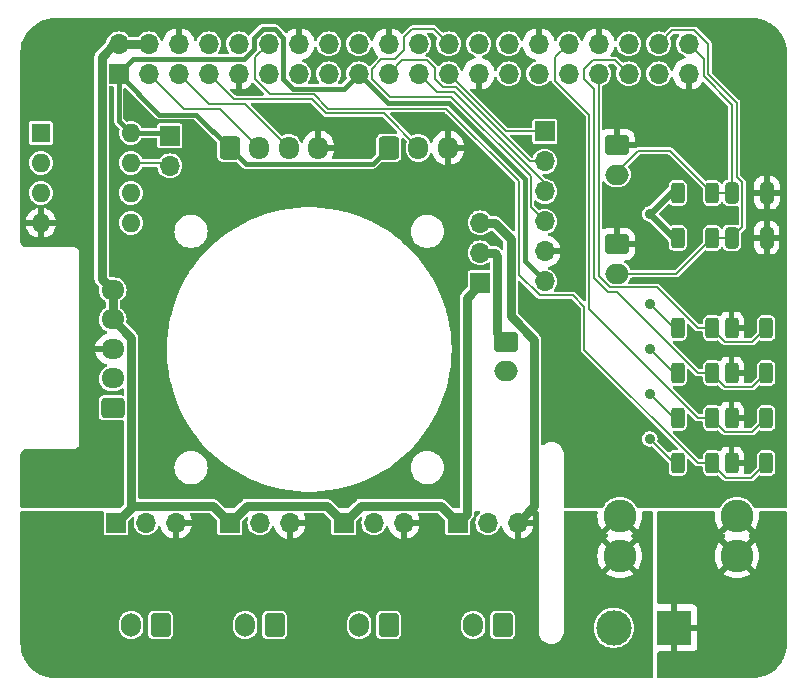
<source format=gtl>
G04 #@! TF.GenerationSoftware,KiCad,Pcbnew,(7.0.0-0)*
G04 #@! TF.CreationDate,2023-03-15T19:35:01+00:00*
G04 #@! TF.ProjectId,Klipper Expander Hat,4b6c6970-7065-4722-9045-7870616e6465,rev?*
G04 #@! TF.SameCoordinates,Original*
G04 #@! TF.FileFunction,Copper,L1,Top*
G04 #@! TF.FilePolarity,Positive*
%FSLAX46Y46*%
G04 Gerber Fmt 4.6, Leading zero omitted, Abs format (unit mm)*
G04 Created by KiCad (PCBNEW (7.0.0-0)) date 2023-03-15 19:35:01*
%MOMM*%
%LPD*%
G01*
G04 APERTURE LIST*
G04 Aperture macros list*
%AMRoundRect*
0 Rectangle with rounded corners*
0 $1 Rounding radius*
0 $2 $3 $4 $5 $6 $7 $8 $9 X,Y pos of 4 corners*
0 Add a 4 corners polygon primitive as box body*
4,1,4,$2,$3,$4,$5,$6,$7,$8,$9,$2,$3,0*
0 Add four circle primitives for the rounded corners*
1,1,$1+$1,$2,$3*
1,1,$1+$1,$4,$5*
1,1,$1+$1,$6,$7*
1,1,$1+$1,$8,$9*
0 Add four rect primitives between the rounded corners*
20,1,$1+$1,$2,$3,$4,$5,0*
20,1,$1+$1,$4,$5,$6,$7,0*
20,1,$1+$1,$6,$7,$8,$9,0*
20,1,$1+$1,$8,$9,$2,$3,0*%
G04 Aperture macros list end*
G04 #@! TA.AperFunction,ComponentPad*
%ADD10RoundRect,0.250000X0.600000X0.750000X-0.600000X0.750000X-0.600000X-0.750000X0.600000X-0.750000X0*%
G04 #@! TD*
G04 #@! TA.AperFunction,ComponentPad*
%ADD11O,1.700000X2.000000*%
G04 #@! TD*
G04 #@! TA.AperFunction,SMDPad,CuDef*
%ADD12RoundRect,0.250000X0.312500X0.625000X-0.312500X0.625000X-0.312500X-0.625000X0.312500X-0.625000X0*%
G04 #@! TD*
G04 #@! TA.AperFunction,ComponentPad*
%ADD13C,2.780000*%
G04 #@! TD*
G04 #@! TA.AperFunction,ComponentPad*
%ADD14RoundRect,0.250000X0.725000X-0.600000X0.725000X0.600000X-0.725000X0.600000X-0.725000X-0.600000X0*%
G04 #@! TD*
G04 #@! TA.AperFunction,ComponentPad*
%ADD15O,1.950000X1.700000*%
G04 #@! TD*
G04 #@! TA.AperFunction,ComponentPad*
%ADD16RoundRect,0.250000X-0.750000X0.600000X-0.750000X-0.600000X0.750000X-0.600000X0.750000X0.600000X0*%
G04 #@! TD*
G04 #@! TA.AperFunction,ComponentPad*
%ADD17O,2.000000X1.700000*%
G04 #@! TD*
G04 #@! TA.AperFunction,ComponentPad*
%ADD18R,1.700000X1.700000*%
G04 #@! TD*
G04 #@! TA.AperFunction,ComponentPad*
%ADD19O,1.700000X1.700000*%
G04 #@! TD*
G04 #@! TA.AperFunction,ComponentPad*
%ADD20RoundRect,0.250000X-0.600000X-0.725000X0.600000X-0.725000X0.600000X0.725000X-0.600000X0.725000X0*%
G04 #@! TD*
G04 #@! TA.AperFunction,ComponentPad*
%ADD21O,1.700000X1.950000*%
G04 #@! TD*
G04 #@! TA.AperFunction,SMDPad,CuDef*
%ADD22RoundRect,0.250000X0.325000X0.650000X-0.325000X0.650000X-0.325000X-0.650000X0.325000X-0.650000X0*%
G04 #@! TD*
G04 #@! TA.AperFunction,ComponentPad*
%ADD23R,1.600000X1.600000*%
G04 #@! TD*
G04 #@! TA.AperFunction,ComponentPad*
%ADD24O,1.600000X1.600000*%
G04 #@! TD*
G04 #@! TA.AperFunction,ComponentPad*
%ADD25R,3.000000X3.000000*%
G04 #@! TD*
G04 #@! TA.AperFunction,ComponentPad*
%ADD26C,3.000000*%
G04 #@! TD*
G04 #@! TA.AperFunction,ViaPad*
%ADD27C,0.900000*%
G04 #@! TD*
G04 #@! TA.AperFunction,Conductor*
%ADD28C,0.200000*%
G04 #@! TD*
G04 #@! TA.AperFunction,Conductor*
%ADD29C,0.800000*%
G04 #@! TD*
G04 #@! TA.AperFunction,Conductor*
%ADD30C,0.400000*%
G04 #@! TD*
G04 #@! TA.AperFunction,Conductor*
%ADD31C,0.600000*%
G04 #@! TD*
G04 APERTURE END LIST*
D10*
X111918000Y-95445000D03*
D11*
X109417999Y-95444999D03*
D12*
X163184500Y-81712000D03*
X160259500Y-81712000D03*
D13*
X150800000Y-86186000D03*
X150800000Y-89586000D03*
X160720000Y-86186000D03*
X160720000Y-89586000D03*
D14*
X107857000Y-77060000D03*
D15*
X107856999Y-74559999D03*
X107856999Y-72059999D03*
X107856999Y-69559999D03*
X107856999Y-67059999D03*
D16*
X150563000Y-63210000D03*
D17*
X150562999Y-65709999D03*
D12*
X158612500Y-77902000D03*
X155687500Y-77902000D03*
D18*
X127431999Y-86791999D03*
D19*
X129971999Y-86791999D03*
X132511999Y-86791999D03*
D20*
X117780000Y-55042000D03*
D21*
X120279999Y-55041999D03*
X122779999Y-55041999D03*
X125279999Y-55041999D03*
D12*
X163184500Y-70282000D03*
X160259500Y-70282000D03*
X163184500Y-74092000D03*
X160259500Y-74092000D03*
D18*
X138988999Y-66471999D03*
D19*
X138988999Y-63931999D03*
X138988999Y-61391999D03*
D18*
X112699999Y-54025999D03*
D19*
X112699999Y-56565999D03*
D16*
X141165000Y-71445000D03*
D17*
X141164999Y-73944999D03*
D18*
X117779999Y-86791999D03*
D19*
X120319999Y-86791999D03*
X122859999Y-86791999D03*
D22*
X163247800Y-58852000D03*
X160297800Y-58852000D03*
D12*
X158612500Y-58852000D03*
X155687500Y-58852000D03*
D16*
X150546000Y-54802600D03*
D17*
X150545999Y-57302599D03*
D12*
X158612500Y-62662000D03*
X155687500Y-62662000D03*
D18*
X108142999Y-86791999D03*
D19*
X110682999Y-86791999D03*
X113222999Y-86791999D03*
D22*
X163224200Y-62662000D03*
X160274200Y-62662000D03*
D20*
X131242000Y-55042000D03*
D21*
X133741999Y-55041999D03*
X136241999Y-55041999D03*
D23*
X101787999Y-53781999D03*
D24*
X101787999Y-56321999D03*
X101787999Y-58861999D03*
X101787999Y-61401999D03*
X109407999Y-61401999D03*
X109407999Y-58861999D03*
X109407999Y-56321999D03*
X109407999Y-53781999D03*
D12*
X163184500Y-77902000D03*
X160259500Y-77902000D03*
D18*
X137083999Y-86791999D03*
D19*
X139623999Y-86791999D03*
X142163999Y-86791999D03*
D10*
X121570000Y-95445000D03*
D11*
X119069999Y-95444999D03*
D18*
X144449999Y-53644999D03*
D19*
X144449999Y-56184999D03*
X144449999Y-58724999D03*
X144449999Y-61264999D03*
X144449999Y-63804999D03*
X144449999Y-66344999D03*
D10*
X131222000Y-95445000D03*
D11*
X128721999Y-95444999D03*
D12*
X158612500Y-70282000D03*
X155687500Y-70282000D03*
X158612500Y-74092000D03*
X155687500Y-74092000D03*
D25*
X155371999Y-95681999D03*
D26*
X150292000Y-95682000D03*
D12*
X158612500Y-81712000D03*
X155687500Y-81712000D03*
D10*
X140874000Y-95445000D03*
D11*
X138373999Y-95444999D03*
D18*
X108369999Y-48769999D03*
D19*
X108369999Y-46229999D03*
X110909999Y-48769999D03*
X110909999Y-46229999D03*
X113449999Y-48769999D03*
X113449999Y-46229999D03*
X115989999Y-48769999D03*
X115989999Y-46229999D03*
X118529999Y-48769999D03*
X118529999Y-46229999D03*
X121069999Y-48769999D03*
X121069999Y-46229999D03*
X123609999Y-48769999D03*
X123609999Y-46229999D03*
X126149999Y-48769999D03*
X126149999Y-46229999D03*
X128689999Y-48769999D03*
X128689999Y-46229999D03*
X131229999Y-48769999D03*
X131229999Y-46229999D03*
X133769999Y-48769999D03*
X133769999Y-46229999D03*
X136309999Y-48769999D03*
X136309999Y-46229999D03*
X138849999Y-48769999D03*
X138849999Y-46229999D03*
X141389999Y-48769999D03*
X141389999Y-46229999D03*
X143929999Y-48769999D03*
X143929999Y-46229999D03*
X146469999Y-48769999D03*
X146469999Y-46229999D03*
X149009999Y-48769999D03*
X149009999Y-46229999D03*
X151549999Y-48769999D03*
X151549999Y-46229999D03*
X154089999Y-48769999D03*
X154089999Y-46229999D03*
X156629999Y-48769999D03*
X156629999Y-46229999D03*
D27*
X153340000Y-51994000D03*
X153340000Y-83490000D03*
X153340000Y-60630000D03*
X104826000Y-88570000D03*
X153340000Y-79680000D03*
X153340000Y-75870000D03*
X153340000Y-72060000D03*
X153340000Y-68250000D03*
D28*
X113860000Y-51720000D02*
X110910000Y-48770000D01*
X120280000Y-55042000D02*
X116958000Y-51720000D01*
X116958000Y-51720000D02*
X113860000Y-51720000D01*
X119058000Y-51320000D02*
X116000000Y-51320000D01*
X122780000Y-55042000D02*
X119058000Y-51320000D01*
X116000000Y-51320000D02*
X113450000Y-48770000D01*
X130820000Y-52120000D02*
X125905497Y-52120000D01*
X125905497Y-52120000D02*
X124705496Y-50920000D01*
X124705496Y-50920000D02*
X118140000Y-50920000D01*
X118140000Y-50920000D02*
X115990000Y-48770000D01*
X133742000Y-55042000D02*
X130820000Y-52120000D01*
X161914500Y-82982000D02*
X163184500Y-81712000D01*
X147810000Y-72118000D02*
X147810000Y-68504000D01*
X119920000Y-49246346D02*
X119920000Y-47380000D01*
X119920000Y-47380000D02*
X121070000Y-46230000D01*
X147802800Y-68504000D02*
X146837600Y-67538800D01*
X144017454Y-67538800D02*
X142250000Y-65771346D01*
X158612500Y-81712000D02*
X157404000Y-81712000D01*
X142250000Y-57869898D02*
X136100102Y-51720000D01*
X124871184Y-50520000D02*
X121193654Y-50520000D01*
X146837600Y-67538800D02*
X144017454Y-67538800D01*
X136100102Y-51720000D02*
X126071183Y-51720000D01*
X157404000Y-81712000D02*
X147810000Y-72118000D01*
X158612500Y-81780317D02*
X159814183Y-82982000D01*
X121193654Y-50520000D02*
X119920000Y-49246346D01*
X158612500Y-81712000D02*
X158612500Y-81780317D01*
X142250000Y-65771346D02*
X142250000Y-57869898D01*
X159814183Y-82982000D02*
X161914500Y-82982000D01*
X126071183Y-51720000D02*
X124871184Y-50520000D01*
X147810000Y-68504000D02*
X147802800Y-68504000D01*
X143159314Y-56185000D02*
X144450000Y-56185000D01*
X136894314Y-49920000D02*
X143159314Y-56185000D01*
X136894314Y-49920000D02*
X135833654Y-49920000D01*
X135833654Y-49920000D02*
X135160000Y-49246346D01*
X132380000Y-47620000D02*
X131230000Y-48770000D01*
X135160000Y-48293654D02*
X134486346Y-47620000D01*
X134486346Y-47620000D02*
X132380000Y-47620000D01*
X135160000Y-49246346D02*
X135160000Y-48293654D01*
X144450000Y-58041372D02*
X144450000Y-58725000D01*
X135320000Y-50320000D02*
X136728628Y-50320000D01*
X133770000Y-48770000D02*
X135320000Y-50320000D01*
X136728628Y-50320000D02*
X144450000Y-58041372D01*
X136310000Y-48770000D02*
X141185000Y-53645000D01*
X141185000Y-53645000D02*
X144450000Y-53645000D01*
X129840000Y-48327106D02*
X129840000Y-49212894D01*
X131347106Y-50720000D02*
X136514314Y-50720000D01*
X131750000Y-47549000D02*
X130607000Y-47549000D01*
X132512000Y-46787000D02*
X131750000Y-47549000D01*
X143250000Y-60065000D02*
X144450000Y-61265000D01*
X143250000Y-57455686D02*
X143250000Y-60065000D01*
X130607000Y-47549000D02*
X130607000Y-47560106D01*
X135063600Y-44983600D02*
X133223200Y-44983600D01*
X130607000Y-47560106D02*
X129840000Y-48327106D01*
X129840000Y-49212894D02*
X131347106Y-50720000D01*
X136310000Y-46230000D02*
X135063600Y-44983600D01*
X133223200Y-44983600D02*
X132512000Y-45694800D01*
X132512000Y-45694800D02*
X132512000Y-46787000D01*
X136514314Y-50720000D02*
X143250000Y-57455686D01*
X148210000Y-68709184D02*
X157402817Y-77902000D01*
X146470000Y-46230000D02*
X145320000Y-47380000D01*
X158612500Y-77970317D02*
X159719183Y-79077000D01*
X145320000Y-47380000D02*
X145320000Y-49358000D01*
X157402817Y-77902000D02*
X158612500Y-77902000D01*
X145320000Y-49358000D02*
X148210000Y-52248000D01*
X148210000Y-52248000D02*
X148210000Y-68709184D01*
X158612500Y-77902000D02*
X158612500Y-77970317D01*
X159719183Y-79077000D02*
X162009500Y-79077000D01*
X162009500Y-79077000D02*
X163184500Y-77902000D01*
X157402817Y-70282000D02*
X153980816Y-66860000D01*
X158612500Y-70282000D02*
X158612500Y-70350317D01*
X149936654Y-66860000D02*
X149010000Y-65933346D01*
X153980816Y-66860000D02*
X149936654Y-66860000D01*
X158612500Y-70282000D02*
X157402817Y-70282000D01*
X159719183Y-71457000D02*
X162009500Y-71457000D01*
X149010000Y-65933346D02*
X149010000Y-48770000D01*
X162009500Y-71457000D02*
X163184500Y-70282000D01*
X158612500Y-70350317D02*
X159719183Y-71457000D01*
X150570817Y-67260000D02*
X149770968Y-67260000D01*
X157402817Y-74092000D02*
X150570817Y-67260000D01*
X158612500Y-74092000D02*
X158612500Y-74160317D01*
X148610000Y-50058000D02*
X147752000Y-49200000D01*
X148610000Y-66099032D02*
X148610000Y-50058000D01*
X158612500Y-74160317D02*
X159719183Y-75267000D01*
X148533654Y-47620000D02*
X150400000Y-47620000D01*
X150400000Y-47620000D02*
X151550000Y-48770000D01*
X159719183Y-75267000D02*
X162009500Y-75267000D01*
X162009500Y-75267000D02*
X163184500Y-74092000D01*
X147752000Y-48401654D02*
X148533654Y-47620000D01*
X158612500Y-74092000D02*
X157402817Y-74092000D01*
X147752000Y-49200000D02*
X147752000Y-48401654D01*
X149770968Y-67260000D02*
X148610000Y-66099032D01*
X160697800Y-51215115D02*
X160697800Y-57499183D01*
X158287500Y-46261154D02*
X158287500Y-48804814D01*
X157106346Y-45080000D02*
X158045173Y-46018827D01*
X155564500Y-65710000D02*
X158612500Y-62662000D01*
X154090000Y-46230000D02*
X155240000Y-45080000D01*
X150563000Y-65710000D02*
X155564500Y-65710000D01*
X158045173Y-46018827D02*
X158287500Y-46261154D01*
X155240000Y-45080000D02*
X157106346Y-45080000D01*
X158287500Y-48804814D02*
X160697800Y-51215115D01*
X160697800Y-57499183D02*
X161172800Y-57974183D01*
X161172800Y-57974183D02*
X161172800Y-61763400D01*
X160274200Y-62662000D02*
X158612500Y-62662000D01*
X161172800Y-61763400D02*
X160274200Y-62662000D01*
X155056500Y-55296000D02*
X158612500Y-58852000D01*
X157887500Y-48970500D02*
X160297800Y-51380800D01*
X160297800Y-58852000D02*
X158612500Y-58852000D01*
X150546000Y-57074000D02*
X152324000Y-55296000D01*
X160297800Y-51380800D02*
X160297800Y-58852000D01*
X156630000Y-46230000D02*
X157887500Y-47487500D01*
X157887500Y-47487500D02*
X157887500Y-48970500D01*
X150546000Y-57302600D02*
X150546000Y-57074000D01*
X152324000Y-55296000D02*
X155056500Y-55296000D01*
D29*
X108010000Y-46230000D02*
X106920000Y-47320000D01*
X108370000Y-46230000D02*
X108010000Y-46230000D01*
X137846000Y-67742000D02*
X137846000Y-86030000D01*
X110910000Y-46230000D02*
X108370000Y-46230000D01*
X125982000Y-85342000D02*
X127432000Y-86792000D01*
X107857000Y-67060000D02*
X107857000Y-69560000D01*
X109432000Y-85503000D02*
X108143000Y-86792000D01*
X128882000Y-85342000D02*
X135634000Y-85342000D01*
X108143000Y-86792000D02*
X109593000Y-85342000D01*
X138989000Y-66472000D02*
X138989000Y-66599000D01*
X106920000Y-66123000D02*
X107857000Y-67060000D01*
X109432000Y-71135000D02*
X109432000Y-85503000D01*
X135634000Y-85342000D02*
X137084000Y-86792000D01*
X127432000Y-86792000D02*
X128882000Y-85342000D01*
X138989000Y-66599000D02*
X137846000Y-67742000D01*
X109593000Y-85342000D02*
X116330000Y-85342000D01*
X107857000Y-69560000D02*
X109432000Y-71135000D01*
X116330000Y-85342000D02*
X117780000Y-86792000D01*
X117780000Y-86792000D02*
X119230000Y-85342000D01*
X106920000Y-47320000D02*
X106920000Y-66123000D01*
X137846000Y-86030000D02*
X137084000Y-86792000D01*
X119230000Y-85342000D02*
X125982000Y-85342000D01*
D30*
X108370000Y-52744000D02*
X109408000Y-53782000D01*
X142750000Y-57662792D02*
X142750000Y-64645000D01*
X131140000Y-51220000D02*
X136307208Y-51220000D01*
D31*
X155372000Y-62662000D02*
X153340000Y-60630000D01*
X155687500Y-62662000D02*
X155372000Y-62662000D01*
D30*
X128690000Y-48770000D02*
X131140000Y-51220000D01*
X117780000Y-55042000D02*
X119155000Y-56417000D01*
X108370000Y-48770000D02*
X109620000Y-47520000D01*
X114958000Y-52220000D02*
X111820000Y-52220000D01*
X112456000Y-53782000D02*
X112700000Y-54026000D01*
X122320000Y-49247767D02*
X122320000Y-45712233D01*
X109620000Y-47520000D02*
X119007767Y-47520000D01*
X119007767Y-47520000D02*
X119820000Y-46707767D01*
X111820000Y-52220000D02*
X108370000Y-48770000D01*
X108370000Y-48770000D02*
X108370000Y-52744000D01*
X109408000Y-53782000D02*
X112456000Y-53782000D01*
X136307208Y-51220000D02*
X142750000Y-57662792D01*
X128690000Y-48770000D02*
X127440000Y-50020000D01*
X119820000Y-46707767D02*
X119820000Y-45712233D01*
X121587767Y-44980000D02*
X120552233Y-44980000D01*
X117780000Y-55042000D02*
X114958000Y-52220000D01*
D31*
X155687500Y-58852000D02*
X155118000Y-58852000D01*
D30*
X142750000Y-64645000D02*
X144450000Y-66345000D01*
X122320000Y-45712233D02*
X121587767Y-44980000D01*
D31*
X155118000Y-58852000D02*
X153340000Y-60630000D01*
D30*
X119820000Y-45712233D02*
X120552233Y-44980000D01*
X129867000Y-56417000D02*
X131242000Y-55042000D01*
X127440000Y-50020000D02*
X123092233Y-50020000D01*
X123092233Y-50020000D02*
X122320000Y-49247767D01*
X119155000Y-56417000D02*
X129867000Y-56417000D01*
D29*
X140439000Y-70719000D02*
X141165000Y-71445000D01*
X138989000Y-63932000D02*
X140191081Y-63932000D01*
X140439000Y-64179919D02*
X140439000Y-70719000D01*
X140191081Y-63932000D02*
X140439000Y-64179919D01*
D28*
X109408000Y-56322000D02*
X112456000Y-56322000D01*
X112456000Y-56322000D02*
X112700000Y-56566000D01*
D29*
X143550000Y-85406000D02*
X143550000Y-71277918D01*
X140191081Y-61392000D02*
X138989000Y-61392000D01*
X141550000Y-69277918D02*
X141550000Y-62750919D01*
X142164000Y-86792000D02*
X141674610Y-86792000D01*
X142164000Y-86792000D02*
X143550000Y-85406000D01*
X143550000Y-71277918D02*
X141550000Y-69277918D01*
X141550000Y-62750919D02*
X140191081Y-61392000D01*
D28*
X155372000Y-81712000D02*
X153340000Y-79680000D01*
X155687500Y-81712000D02*
X155372000Y-81712000D01*
X155372000Y-77902000D02*
X155687500Y-77902000D01*
X153340000Y-75870000D02*
X155372000Y-77902000D01*
X153340000Y-72060000D02*
X155372000Y-74092000D01*
X155372000Y-74092000D02*
X155687500Y-74092000D01*
X155372000Y-70282000D02*
X155687500Y-70282000D01*
X153340000Y-68250000D02*
X155372000Y-70282000D01*
G04 #@! TA.AperFunction,Conductor*
G36*
X107036173Y-85794699D02*
G01*
X107081905Y-85845157D01*
X107094095Y-85912156D01*
X107093689Y-85916271D01*
X107092500Y-85922252D01*
X107092500Y-87661748D01*
X107093688Y-87667723D01*
X107093689Y-87667728D01*
X107101750Y-87708252D01*
X107104133Y-87720231D01*
X107110916Y-87730383D01*
X107110917Y-87730384D01*
X107135538Y-87767232D01*
X107148448Y-87786552D01*
X107214769Y-87830867D01*
X107273252Y-87842500D01*
X109006652Y-87842500D01*
X109012748Y-87842500D01*
X109071231Y-87830867D01*
X109137552Y-87786552D01*
X109181867Y-87720231D01*
X109193500Y-87661748D01*
X109193500Y-86642097D01*
X109202939Y-86594644D01*
X109229819Y-86554416D01*
X109333586Y-86450649D01*
X109493398Y-86290836D01*
X109549769Y-86258536D01*
X109614736Y-86259173D01*
X109670463Y-86292575D01*
X109701652Y-86349570D01*
X109699739Y-86414513D01*
X109649468Y-86580235D01*
X109649466Y-86580242D01*
X109647700Y-86586066D01*
X109647103Y-86592122D01*
X109647102Y-86592130D01*
X109628890Y-86777040D01*
X109627417Y-86792000D01*
X109628014Y-86798061D01*
X109647102Y-86991869D01*
X109647103Y-86991875D01*
X109647700Y-86997934D01*
X109649467Y-87003759D01*
X109649468Y-87003764D01*
X109696666Y-87159356D01*
X109707768Y-87195954D01*
X109710638Y-87201323D01*
X109710640Y-87201328D01*
X109802444Y-87373079D01*
X109805315Y-87378450D01*
X109936590Y-87538410D01*
X110096550Y-87669685D01*
X110279046Y-87767232D01*
X110477066Y-87827300D01*
X110683000Y-87847583D01*
X110888934Y-87827300D01*
X111086954Y-87767232D01*
X111269450Y-87669685D01*
X111429410Y-87538410D01*
X111560685Y-87378450D01*
X111658232Y-87195954D01*
X111678406Y-87129448D01*
X111711709Y-87075499D01*
X111767329Y-87045062D01*
X111830724Y-87046099D01*
X111885319Y-87078338D01*
X111916841Y-87133350D01*
X111948168Y-87250263D01*
X111951856Y-87260397D01*
X112047113Y-87464676D01*
X112052501Y-87474008D01*
X112181784Y-87658643D01*
X112188721Y-87666909D01*
X112348090Y-87826278D01*
X112356356Y-87833215D01*
X112540991Y-87962498D01*
X112550323Y-87967886D01*
X112754602Y-88063143D01*
X112764736Y-88066831D01*
X112959219Y-88118943D01*
X112970448Y-88119311D01*
X112973000Y-88108369D01*
X113473000Y-88108369D01*
X113475551Y-88119311D01*
X113486780Y-88118943D01*
X113681263Y-88066831D01*
X113691397Y-88063143D01*
X113895676Y-87967886D01*
X113905008Y-87962498D01*
X114089643Y-87833215D01*
X114097909Y-87826278D01*
X114257278Y-87666909D01*
X114264215Y-87658643D01*
X114393498Y-87474008D01*
X114398886Y-87464676D01*
X114494143Y-87260397D01*
X114497831Y-87250263D01*
X114549943Y-87055780D01*
X114550311Y-87044551D01*
X114539369Y-87042000D01*
X113489326Y-87042000D01*
X113476450Y-87045450D01*
X113473000Y-87058326D01*
X113473000Y-88108369D01*
X112973000Y-88108369D01*
X112973000Y-86666000D01*
X112989613Y-86604000D01*
X113035000Y-86558613D01*
X113097000Y-86542000D01*
X114539369Y-86542000D01*
X114550311Y-86539448D01*
X114549943Y-86528219D01*
X114497831Y-86333736D01*
X114494143Y-86323602D01*
X114398690Y-86118905D01*
X114387337Y-86058390D01*
X114406491Y-85999875D01*
X114451429Y-85957786D01*
X114511072Y-85942500D01*
X116029903Y-85942500D01*
X116077356Y-85951939D01*
X116117584Y-85978819D01*
X116693181Y-86554416D01*
X116720061Y-86594644D01*
X116729500Y-86642097D01*
X116729500Y-87661748D01*
X116730688Y-87667723D01*
X116730689Y-87667728D01*
X116738750Y-87708252D01*
X116741133Y-87720231D01*
X116747916Y-87730383D01*
X116747917Y-87730384D01*
X116772538Y-87767232D01*
X116785448Y-87786552D01*
X116851769Y-87830867D01*
X116910252Y-87842500D01*
X118643652Y-87842500D01*
X118649748Y-87842500D01*
X118708231Y-87830867D01*
X118774552Y-87786552D01*
X118818867Y-87720231D01*
X118830500Y-87661748D01*
X118830500Y-86642097D01*
X118839939Y-86594644D01*
X118866819Y-86554416D01*
X118970586Y-86450649D01*
X119130399Y-86290835D01*
X119186769Y-86258536D01*
X119251736Y-86259173D01*
X119307463Y-86292575D01*
X119338652Y-86349570D01*
X119336739Y-86414513D01*
X119286468Y-86580235D01*
X119286466Y-86580242D01*
X119284700Y-86586066D01*
X119284103Y-86592122D01*
X119284102Y-86592130D01*
X119265890Y-86777040D01*
X119264417Y-86792000D01*
X119265014Y-86798061D01*
X119284102Y-86991869D01*
X119284103Y-86991875D01*
X119284700Y-86997934D01*
X119286467Y-87003759D01*
X119286468Y-87003764D01*
X119333666Y-87159356D01*
X119344768Y-87195954D01*
X119347638Y-87201323D01*
X119347640Y-87201328D01*
X119439444Y-87373079D01*
X119442315Y-87378450D01*
X119573590Y-87538410D01*
X119733550Y-87669685D01*
X119916046Y-87767232D01*
X120114066Y-87827300D01*
X120320000Y-87847583D01*
X120525934Y-87827300D01*
X120723954Y-87767232D01*
X120906450Y-87669685D01*
X121066410Y-87538410D01*
X121197685Y-87378450D01*
X121295232Y-87195954D01*
X121315406Y-87129448D01*
X121348709Y-87075499D01*
X121404329Y-87045062D01*
X121467724Y-87046099D01*
X121522319Y-87078338D01*
X121553841Y-87133350D01*
X121585168Y-87250263D01*
X121588856Y-87260397D01*
X121684113Y-87464676D01*
X121689501Y-87474008D01*
X121818784Y-87658643D01*
X121825721Y-87666909D01*
X121985090Y-87826278D01*
X121993356Y-87833215D01*
X122177991Y-87962498D01*
X122187323Y-87967886D01*
X122391602Y-88063143D01*
X122401736Y-88066831D01*
X122596219Y-88118943D01*
X122607448Y-88119311D01*
X122610000Y-88108369D01*
X123110000Y-88108369D01*
X123112551Y-88119311D01*
X123123780Y-88118943D01*
X123318263Y-88066831D01*
X123328397Y-88063143D01*
X123532676Y-87967886D01*
X123542008Y-87962498D01*
X123726643Y-87833215D01*
X123734909Y-87826278D01*
X123894278Y-87666909D01*
X123901215Y-87658643D01*
X124030498Y-87474008D01*
X124035886Y-87464676D01*
X124131143Y-87260397D01*
X124134831Y-87250263D01*
X124186943Y-87055780D01*
X124187311Y-87044551D01*
X124176369Y-87042000D01*
X123126326Y-87042000D01*
X123113450Y-87045450D01*
X123110000Y-87058326D01*
X123110000Y-88108369D01*
X122610000Y-88108369D01*
X122610000Y-86666000D01*
X122626613Y-86604000D01*
X122672000Y-86558613D01*
X122734000Y-86542000D01*
X124176369Y-86542000D01*
X124187311Y-86539448D01*
X124186943Y-86528219D01*
X124134831Y-86333736D01*
X124131143Y-86323602D01*
X124035690Y-86118905D01*
X124024337Y-86058390D01*
X124043491Y-85999875D01*
X124088429Y-85957786D01*
X124148072Y-85942500D01*
X125681903Y-85942500D01*
X125729356Y-85951939D01*
X125769584Y-85978819D01*
X126345181Y-86554416D01*
X126372061Y-86594644D01*
X126381500Y-86642097D01*
X126381500Y-87661748D01*
X126382688Y-87667723D01*
X126382689Y-87667728D01*
X126390750Y-87708252D01*
X126393133Y-87720231D01*
X126399916Y-87730383D01*
X126399917Y-87730384D01*
X126424538Y-87767232D01*
X126437448Y-87786552D01*
X126503769Y-87830867D01*
X126562252Y-87842500D01*
X128295652Y-87842500D01*
X128301748Y-87842500D01*
X128360231Y-87830867D01*
X128426552Y-87786552D01*
X128470867Y-87720231D01*
X128482500Y-87661748D01*
X128482500Y-86642097D01*
X128491939Y-86594644D01*
X128518819Y-86554416D01*
X128622586Y-86450649D01*
X128782399Y-86290835D01*
X128838769Y-86258536D01*
X128903736Y-86259173D01*
X128959463Y-86292575D01*
X128990652Y-86349570D01*
X128988739Y-86414513D01*
X128938468Y-86580235D01*
X128938466Y-86580242D01*
X128936700Y-86586066D01*
X128936103Y-86592122D01*
X128936102Y-86592130D01*
X128917890Y-86777040D01*
X128916417Y-86792000D01*
X128917014Y-86798061D01*
X128936102Y-86991869D01*
X128936103Y-86991875D01*
X128936700Y-86997934D01*
X128938467Y-87003759D01*
X128938468Y-87003764D01*
X128985666Y-87159356D01*
X128996768Y-87195954D01*
X128999638Y-87201323D01*
X128999640Y-87201328D01*
X129091444Y-87373079D01*
X129094315Y-87378450D01*
X129225590Y-87538410D01*
X129385550Y-87669685D01*
X129568046Y-87767232D01*
X129766066Y-87827300D01*
X129972000Y-87847583D01*
X130177934Y-87827300D01*
X130375954Y-87767232D01*
X130558450Y-87669685D01*
X130718410Y-87538410D01*
X130849685Y-87378450D01*
X130947232Y-87195954D01*
X130967406Y-87129448D01*
X131000709Y-87075499D01*
X131056329Y-87045062D01*
X131119724Y-87046099D01*
X131174319Y-87078338D01*
X131205841Y-87133350D01*
X131237168Y-87250263D01*
X131240856Y-87260397D01*
X131336113Y-87464676D01*
X131341501Y-87474008D01*
X131470784Y-87658643D01*
X131477721Y-87666909D01*
X131637090Y-87826278D01*
X131645356Y-87833215D01*
X131829991Y-87962498D01*
X131839323Y-87967886D01*
X132043602Y-88063143D01*
X132053736Y-88066831D01*
X132248219Y-88118943D01*
X132259448Y-88119311D01*
X132262000Y-88108369D01*
X132762000Y-88108369D01*
X132764551Y-88119311D01*
X132775780Y-88118943D01*
X132970263Y-88066831D01*
X132980397Y-88063143D01*
X133184676Y-87967886D01*
X133194008Y-87962498D01*
X133378643Y-87833215D01*
X133386909Y-87826278D01*
X133546278Y-87666909D01*
X133553215Y-87658643D01*
X133682498Y-87474008D01*
X133687886Y-87464676D01*
X133783143Y-87260397D01*
X133786831Y-87250263D01*
X133838943Y-87055780D01*
X133839311Y-87044551D01*
X133828369Y-87042000D01*
X132778326Y-87042000D01*
X132765450Y-87045450D01*
X132762000Y-87058326D01*
X132762000Y-88108369D01*
X132262000Y-88108369D01*
X132262000Y-86666000D01*
X132278613Y-86604000D01*
X132324000Y-86558613D01*
X132386000Y-86542000D01*
X133828369Y-86542000D01*
X133839311Y-86539448D01*
X133838943Y-86528219D01*
X133786831Y-86333736D01*
X133783143Y-86323602D01*
X133687690Y-86118905D01*
X133676337Y-86058390D01*
X133695491Y-85999875D01*
X133740429Y-85957786D01*
X133800072Y-85942500D01*
X135333903Y-85942500D01*
X135381356Y-85951939D01*
X135421584Y-85978819D01*
X135997181Y-86554416D01*
X136024061Y-86594644D01*
X136033500Y-86642097D01*
X136033500Y-87661748D01*
X136034688Y-87667723D01*
X136034689Y-87667728D01*
X136042750Y-87708252D01*
X136045133Y-87720231D01*
X136051916Y-87730383D01*
X136051917Y-87730384D01*
X136076538Y-87767232D01*
X136089448Y-87786552D01*
X136155769Y-87830867D01*
X136214252Y-87842500D01*
X137947652Y-87842500D01*
X137953748Y-87842500D01*
X138012231Y-87830867D01*
X138078552Y-87786552D01*
X138122867Y-87720231D01*
X138134500Y-87661748D01*
X138134500Y-86642097D01*
X138143939Y-86594646D01*
X138170817Y-86554418D01*
X138219573Y-86505661D01*
X138237046Y-86488187D01*
X138249226Y-86477506D01*
X138274282Y-86458282D01*
X138370536Y-86332841D01*
X138431044Y-86186762D01*
X138446500Y-86069361D01*
X138451682Y-86030000D01*
X138447561Y-85998698D01*
X138446500Y-85982513D01*
X138446500Y-85900000D01*
X138463113Y-85838000D01*
X138508500Y-85792613D01*
X138570500Y-85776000D01*
X138859530Y-85776000D01*
X138917983Y-85790642D01*
X138962632Y-85831109D01*
X138982933Y-85887846D01*
X138974091Y-85947453D01*
X138938194Y-85995854D01*
X138882296Y-86041727D01*
X138882290Y-86041732D01*
X138877590Y-86045590D01*
X138873732Y-86050290D01*
X138873727Y-86050296D01*
X138750178Y-86200842D01*
X138750174Y-86200846D01*
X138746315Y-86205550D01*
X138743447Y-86210915D01*
X138743444Y-86210920D01*
X138651640Y-86382671D01*
X138651636Y-86382679D01*
X138648768Y-86388046D01*
X138646999Y-86393875D01*
X138646999Y-86393877D01*
X138590468Y-86580235D01*
X138590466Y-86580242D01*
X138588700Y-86586066D01*
X138588103Y-86592122D01*
X138588102Y-86592130D01*
X138569890Y-86777040D01*
X138568417Y-86792000D01*
X138569014Y-86798061D01*
X138588102Y-86991869D01*
X138588103Y-86991875D01*
X138588700Y-86997934D01*
X138590467Y-87003759D01*
X138590468Y-87003764D01*
X138637666Y-87159356D01*
X138648768Y-87195954D01*
X138651638Y-87201323D01*
X138651640Y-87201328D01*
X138743444Y-87373079D01*
X138746315Y-87378450D01*
X138877590Y-87538410D01*
X139037550Y-87669685D01*
X139220046Y-87767232D01*
X139418066Y-87827300D01*
X139624000Y-87847583D01*
X139829934Y-87827300D01*
X140027954Y-87767232D01*
X140210450Y-87669685D01*
X140370410Y-87538410D01*
X140501685Y-87378450D01*
X140599232Y-87195954D01*
X140619406Y-87129448D01*
X140652709Y-87075499D01*
X140708329Y-87045062D01*
X140771724Y-87046099D01*
X140826319Y-87078338D01*
X140857841Y-87133350D01*
X140889168Y-87250263D01*
X140892856Y-87260397D01*
X140988113Y-87464676D01*
X140993501Y-87474008D01*
X141122784Y-87658643D01*
X141129721Y-87666909D01*
X141289090Y-87826278D01*
X141297356Y-87833215D01*
X141481991Y-87962498D01*
X141491323Y-87967886D01*
X141695602Y-88063143D01*
X141705736Y-88066831D01*
X141900219Y-88118943D01*
X141911448Y-88119311D01*
X141914000Y-88108369D01*
X142414000Y-88108369D01*
X142416551Y-88119311D01*
X142427780Y-88118943D01*
X142622263Y-88066831D01*
X142632397Y-88063143D01*
X142836676Y-87967886D01*
X142846008Y-87962498D01*
X143030643Y-87833215D01*
X143038909Y-87826278D01*
X143198278Y-87666909D01*
X143205215Y-87658643D01*
X143334498Y-87474008D01*
X143339886Y-87464676D01*
X143435143Y-87260397D01*
X143438831Y-87250263D01*
X143490943Y-87055780D01*
X143491311Y-87044551D01*
X143480369Y-87042000D01*
X142430326Y-87042000D01*
X142417450Y-87045450D01*
X142414000Y-87058326D01*
X142414000Y-88108369D01*
X141914000Y-88108369D01*
X141914000Y-86666000D01*
X141930613Y-86604000D01*
X141976000Y-86558613D01*
X142038000Y-86542000D01*
X143480369Y-86542000D01*
X143491311Y-86539448D01*
X143490943Y-86528219D01*
X143438831Y-86333736D01*
X143435143Y-86323602D01*
X143339889Y-86119332D01*
X143334491Y-86109982D01*
X143237261Y-85971123D01*
X143215101Y-85908110D01*
X143228847Y-85842743D01*
X143274508Y-85793991D01*
X143338836Y-85776000D01*
X143825500Y-85776000D01*
X143887500Y-85792613D01*
X143932887Y-85838000D01*
X143949500Y-85900000D01*
X143949500Y-95983592D01*
X143949500Y-96000000D01*
X143949500Y-96097343D01*
X143950551Y-96102969D01*
X143950552Y-96102972D01*
X143983589Y-96279699D01*
X143985274Y-96288714D01*
X143987343Y-96294056D01*
X143987345Y-96294061D01*
X144014191Y-96363358D01*
X144055603Y-96470254D01*
X144058621Y-96475128D01*
X144155068Y-96630897D01*
X144158092Y-96635780D01*
X144164320Y-96642612D01*
X144285384Y-96775413D01*
X144285388Y-96775417D01*
X144289251Y-96779654D01*
X144293824Y-96783107D01*
X144293828Y-96783111D01*
X144366843Y-96838249D01*
X144444614Y-96896979D01*
X144618890Y-96983758D01*
X144624408Y-96985328D01*
X144800622Y-97035466D01*
X144800623Y-97035466D01*
X144806144Y-97037037D01*
X145000000Y-97055000D01*
X145193856Y-97037037D01*
X145381110Y-96983758D01*
X145555386Y-96896979D01*
X145710749Y-96779654D01*
X145841908Y-96635780D01*
X145944397Y-96470254D01*
X146014726Y-96288714D01*
X146050500Y-96097343D01*
X146050500Y-96000000D01*
X146050500Y-95983592D01*
X146050500Y-95682000D01*
X148586732Y-95682000D01*
X148587079Y-95686630D01*
X148596081Y-95806764D01*
X148605778Y-95936157D01*
X148606808Y-95940670D01*
X148606809Y-95940676D01*
X148661458Y-96180108D01*
X148662492Y-96184637D01*
X148664188Y-96188960D01*
X148664189Y-96188961D01*
X148703339Y-96288714D01*
X148755607Y-96421888D01*
X148883041Y-96642612D01*
X149041950Y-96841877D01*
X149228783Y-97015232D01*
X149439366Y-97158805D01*
X149668996Y-97269389D01*
X149673424Y-97270754D01*
X149673427Y-97270756D01*
X149773576Y-97301647D01*
X149912542Y-97344513D01*
X150164565Y-97382500D01*
X150414800Y-97382500D01*
X150419435Y-97382500D01*
X150671458Y-97344513D01*
X150915004Y-97269389D01*
X151144634Y-97158805D01*
X151355217Y-97015232D01*
X151542050Y-96841877D01*
X151700959Y-96642612D01*
X151828393Y-96421888D01*
X151921508Y-96184637D01*
X151978222Y-95936157D01*
X151997268Y-95682000D01*
X151978222Y-95427843D01*
X151921508Y-95179363D01*
X151828393Y-94942112D01*
X151700959Y-94721388D01*
X151542050Y-94522123D01*
X151355217Y-94348768D01*
X151144634Y-94205195D01*
X151140448Y-94203179D01*
X150919183Y-94096623D01*
X150919177Y-94096620D01*
X150915004Y-94094611D01*
X150910582Y-94093247D01*
X150910572Y-94093243D01*
X150675891Y-94020854D01*
X150675886Y-94020852D01*
X150671458Y-94019487D01*
X150666878Y-94018796D01*
X150666871Y-94018795D01*
X150424018Y-93982190D01*
X150424007Y-93982189D01*
X150419435Y-93981500D01*
X150164565Y-93981500D01*
X150159993Y-93982189D01*
X150159981Y-93982190D01*
X149917128Y-94018795D01*
X149917118Y-94018797D01*
X149912542Y-94019487D01*
X149908116Y-94020851D01*
X149908108Y-94020854D01*
X149673427Y-94093243D01*
X149673412Y-94093248D01*
X149668996Y-94094611D01*
X149664827Y-94096618D01*
X149664816Y-94096623D01*
X149443551Y-94203179D01*
X149443544Y-94203182D01*
X149439366Y-94205195D01*
X149435533Y-94207808D01*
X149435530Y-94207810D01*
X149303651Y-94297724D01*
X149228783Y-94348768D01*
X149225391Y-94351914D01*
X149225385Y-94351920D01*
X149045351Y-94518967D01*
X149041950Y-94522123D01*
X149039060Y-94525745D01*
X149039057Y-94525750D01*
X148885933Y-94717761D01*
X148883041Y-94721388D01*
X148880722Y-94725403D01*
X148880721Y-94725406D01*
X148757928Y-94938091D01*
X148757925Y-94938096D01*
X148755607Y-94942112D01*
X148753913Y-94946426D01*
X148753911Y-94946432D01*
X148697931Y-95089066D01*
X148662492Y-95179363D01*
X148661459Y-95183884D01*
X148661458Y-95183891D01*
X148606809Y-95423323D01*
X148606807Y-95423331D01*
X148605778Y-95427843D01*
X148586732Y-95682000D01*
X146050500Y-95682000D01*
X146050500Y-91087107D01*
X149657974Y-91087107D01*
X149666292Y-91098218D01*
X149772029Y-91177373D01*
X149779472Y-91182157D01*
X150008970Y-91307472D01*
X150017008Y-91311143D01*
X150262021Y-91402528D01*
X150270490Y-91405014D01*
X150526004Y-91460598D01*
X150534760Y-91461857D01*
X150795582Y-91480512D01*
X150804418Y-91480512D01*
X151065239Y-91461857D01*
X151073995Y-91460598D01*
X151329509Y-91405014D01*
X151337978Y-91402528D01*
X151582991Y-91311143D01*
X151591029Y-91307472D01*
X151820532Y-91182154D01*
X151827969Y-91177374D01*
X151933705Y-91098219D01*
X151942024Y-91087107D01*
X151935372Y-91074926D01*
X150811542Y-89951095D01*
X150799999Y-89944431D01*
X150788457Y-89951095D01*
X149664626Y-91074926D01*
X149657974Y-91087107D01*
X146050500Y-91087107D01*
X146050500Y-89590418D01*
X148905488Y-89590418D01*
X148924142Y-89851239D01*
X148925401Y-89859995D01*
X148980985Y-90115509D01*
X148983471Y-90123978D01*
X149074856Y-90368991D01*
X149078527Y-90377029D01*
X149203842Y-90606527D01*
X149208626Y-90613970D01*
X149287780Y-90719706D01*
X149298891Y-90728024D01*
X149311072Y-90721372D01*
X150434903Y-89597542D01*
X150441567Y-89586000D01*
X151158431Y-89586000D01*
X151165095Y-89597542D01*
X152288926Y-90721372D01*
X152301107Y-90728024D01*
X152312219Y-90719705D01*
X152391374Y-90613969D01*
X152396154Y-90606532D01*
X152521472Y-90377029D01*
X152525143Y-90368991D01*
X152616528Y-90123978D01*
X152619014Y-90115509D01*
X152674598Y-89859995D01*
X152675857Y-89851239D01*
X152694512Y-89590418D01*
X152694512Y-89581582D01*
X152675857Y-89320760D01*
X152674598Y-89312004D01*
X152619014Y-89056490D01*
X152616528Y-89048021D01*
X152525143Y-88803008D01*
X152521472Y-88794970D01*
X152396157Y-88565472D01*
X152391373Y-88558029D01*
X152312218Y-88452292D01*
X152301107Y-88443974D01*
X152288926Y-88450626D01*
X151165095Y-89574457D01*
X151158431Y-89586000D01*
X150441567Y-89586000D01*
X150434903Y-89574457D01*
X149311072Y-88450626D01*
X149298890Y-88443974D01*
X149287781Y-88452291D01*
X149208626Y-88558029D01*
X149203842Y-88565472D01*
X149078527Y-88794970D01*
X149074856Y-88803008D01*
X148983471Y-89048021D01*
X148980985Y-89056490D01*
X148925401Y-89312004D01*
X148924142Y-89320760D01*
X148905488Y-89581582D01*
X148905488Y-89590418D01*
X146050500Y-89590418D01*
X146050500Y-88084890D01*
X149657974Y-88084890D01*
X149664626Y-88097072D01*
X150788457Y-89220903D01*
X150800000Y-89227567D01*
X150811542Y-89220903D01*
X151935372Y-88097072D01*
X151942024Y-88084891D01*
X151933706Y-88073780D01*
X151827962Y-87994620D01*
X151821262Y-87990314D01*
X151779469Y-87945424D01*
X151764302Y-87885995D01*
X151779473Y-87826567D01*
X151821269Y-87781679D01*
X151827979Y-87777366D01*
X151933705Y-87698219D01*
X151942024Y-87687107D01*
X151935372Y-87674926D01*
X150811542Y-86551095D01*
X150800000Y-86544431D01*
X150788457Y-86551095D01*
X149664626Y-87674926D01*
X149657974Y-87687107D01*
X149666292Y-87698218D01*
X149772036Y-87777379D01*
X149778727Y-87781678D01*
X149820525Y-87826564D01*
X149835697Y-87885991D01*
X149820533Y-87945420D01*
X149778741Y-87990311D01*
X149772043Y-87994615D01*
X149666291Y-88073781D01*
X149657974Y-88084890D01*
X146050500Y-88084890D01*
X146050500Y-85900000D01*
X146067113Y-85838000D01*
X146112500Y-85792613D01*
X146174500Y-85776000D01*
X148801852Y-85776000D01*
X148868891Y-85795684D01*
X148914646Y-85848487D01*
X148924401Y-85916333D01*
X148924459Y-85916338D01*
X148924440Y-85916601D01*
X148924590Y-85917644D01*
X148924143Y-85920750D01*
X148905488Y-86181582D01*
X148905488Y-86190418D01*
X148924142Y-86451239D01*
X148925401Y-86459995D01*
X148980985Y-86715509D01*
X148983471Y-86723978D01*
X149074856Y-86968991D01*
X149078527Y-86977029D01*
X149203842Y-87206527D01*
X149208626Y-87213970D01*
X149287780Y-87319706D01*
X149298891Y-87328024D01*
X149311072Y-87321372D01*
X150712318Y-85920127D01*
X150767905Y-85888033D01*
X150832093Y-85888033D01*
X150887680Y-85920127D01*
X152288926Y-87321372D01*
X152301107Y-87328024D01*
X152312219Y-87319705D01*
X152391374Y-87213969D01*
X152396154Y-87206532D01*
X152521472Y-86977029D01*
X152525143Y-86968991D01*
X152616528Y-86723978D01*
X152619014Y-86715509D01*
X152674598Y-86459995D01*
X152675857Y-86451239D01*
X152694512Y-86190418D01*
X152694512Y-86181582D01*
X152675856Y-85920750D01*
X152675410Y-85917644D01*
X152675559Y-85916601D01*
X152675541Y-85916338D01*
X152675598Y-85916333D01*
X152685354Y-85848487D01*
X152731109Y-85795684D01*
X152798148Y-85776000D01*
X153470000Y-85776000D01*
X153532000Y-85792613D01*
X153577387Y-85838000D01*
X153594000Y-85900000D01*
X153594000Y-99825500D01*
X153577387Y-99887500D01*
X153532000Y-99932887D01*
X153470000Y-99949500D01*
X103003481Y-99949500D01*
X102996528Y-99949305D01*
X102676712Y-99931344D01*
X102662894Y-99929787D01*
X102350542Y-99876716D01*
X102336985Y-99873622D01*
X102032530Y-99785910D01*
X102019406Y-99781317D01*
X101726695Y-99660073D01*
X101714166Y-99654040D01*
X101436860Y-99500778D01*
X101425094Y-99493385D01*
X101166687Y-99310035D01*
X101155825Y-99301372D01*
X100919581Y-99090250D01*
X100909749Y-99080418D01*
X100698627Y-98844174D01*
X100689966Y-98833314D01*
X100506611Y-98574900D01*
X100499221Y-98563139D01*
X100345959Y-98285833D01*
X100339926Y-98273304D01*
X100218682Y-97980593D01*
X100214089Y-97967469D01*
X100126377Y-97663014D01*
X100123283Y-97649457D01*
X100077808Y-97381809D01*
X100070210Y-97337094D01*
X100068656Y-97323297D01*
X100050695Y-97003472D01*
X100050500Y-96996519D01*
X100050500Y-95646608D01*
X108367500Y-95646608D01*
X108367797Y-95649626D01*
X108367798Y-95649641D01*
X108382102Y-95794869D01*
X108382103Y-95794875D01*
X108382700Y-95800934D01*
X108442768Y-95998954D01*
X108540315Y-96181450D01*
X108671590Y-96341410D01*
X108831550Y-96472685D01*
X109014046Y-96570232D01*
X109212066Y-96630300D01*
X109418000Y-96650583D01*
X109623934Y-96630300D01*
X109821954Y-96570232D01*
X110004450Y-96472685D01*
X110164410Y-96341410D01*
X110240030Y-96249266D01*
X110867500Y-96249266D01*
X110867769Y-96252141D01*
X110867770Y-96252149D01*
X110869649Y-96272187D01*
X110869649Y-96272191D01*
X110870354Y-96279699D01*
X110872842Y-96286811D01*
X110872844Y-96286817D01*
X110912138Y-96399113D01*
X110912139Y-96399116D01*
X110915207Y-96407882D01*
X110920722Y-96415355D01*
X110920724Y-96415358D01*
X110990331Y-96509672D01*
X110995850Y-96517150D01*
X111003327Y-96522668D01*
X111070169Y-96572000D01*
X111105118Y-96597793D01*
X111233301Y-96642646D01*
X111263734Y-96645500D01*
X112569373Y-96645500D01*
X112572266Y-96645500D01*
X112602699Y-96642646D01*
X112730882Y-96597793D01*
X112840150Y-96517150D01*
X112920793Y-96407882D01*
X112965646Y-96279699D01*
X112968500Y-96249266D01*
X112968500Y-95646608D01*
X118019500Y-95646608D01*
X118019797Y-95649626D01*
X118019798Y-95649641D01*
X118034102Y-95794869D01*
X118034103Y-95794875D01*
X118034700Y-95800934D01*
X118094768Y-95998954D01*
X118192315Y-96181450D01*
X118323590Y-96341410D01*
X118483550Y-96472685D01*
X118666046Y-96570232D01*
X118864066Y-96630300D01*
X119070000Y-96650583D01*
X119275934Y-96630300D01*
X119473954Y-96570232D01*
X119656450Y-96472685D01*
X119816410Y-96341410D01*
X119892030Y-96249266D01*
X120519500Y-96249266D01*
X120519769Y-96252141D01*
X120519770Y-96252149D01*
X120521649Y-96272187D01*
X120521649Y-96272191D01*
X120522354Y-96279699D01*
X120524842Y-96286811D01*
X120524844Y-96286817D01*
X120564138Y-96399113D01*
X120564139Y-96399116D01*
X120567207Y-96407882D01*
X120572722Y-96415355D01*
X120572724Y-96415358D01*
X120642331Y-96509672D01*
X120647850Y-96517150D01*
X120655327Y-96522668D01*
X120722169Y-96572000D01*
X120757118Y-96597793D01*
X120885301Y-96642646D01*
X120915734Y-96645500D01*
X122221373Y-96645500D01*
X122224266Y-96645500D01*
X122254699Y-96642646D01*
X122382882Y-96597793D01*
X122492150Y-96517150D01*
X122572793Y-96407882D01*
X122617646Y-96279699D01*
X122620500Y-96249266D01*
X122620500Y-95646608D01*
X127671500Y-95646608D01*
X127671797Y-95649626D01*
X127671798Y-95649641D01*
X127686102Y-95794869D01*
X127686103Y-95794875D01*
X127686700Y-95800934D01*
X127746768Y-95998954D01*
X127844315Y-96181450D01*
X127975590Y-96341410D01*
X128135550Y-96472685D01*
X128318046Y-96570232D01*
X128516066Y-96630300D01*
X128722000Y-96650583D01*
X128927934Y-96630300D01*
X129125954Y-96570232D01*
X129308450Y-96472685D01*
X129468410Y-96341410D01*
X129544030Y-96249266D01*
X130171500Y-96249266D01*
X130171769Y-96252141D01*
X130171770Y-96252149D01*
X130173649Y-96272187D01*
X130173649Y-96272191D01*
X130174354Y-96279699D01*
X130176842Y-96286811D01*
X130176844Y-96286817D01*
X130216138Y-96399113D01*
X130216139Y-96399116D01*
X130219207Y-96407882D01*
X130224722Y-96415355D01*
X130224724Y-96415358D01*
X130294331Y-96509672D01*
X130299850Y-96517150D01*
X130307327Y-96522668D01*
X130374169Y-96572000D01*
X130409118Y-96597793D01*
X130537301Y-96642646D01*
X130567734Y-96645500D01*
X131873373Y-96645500D01*
X131876266Y-96645500D01*
X131906699Y-96642646D01*
X132034882Y-96597793D01*
X132144150Y-96517150D01*
X132224793Y-96407882D01*
X132269646Y-96279699D01*
X132272500Y-96249266D01*
X132272500Y-95646608D01*
X137323500Y-95646608D01*
X137323797Y-95649626D01*
X137323798Y-95649641D01*
X137338102Y-95794869D01*
X137338103Y-95794875D01*
X137338700Y-95800934D01*
X137398768Y-95998954D01*
X137496315Y-96181450D01*
X137627590Y-96341410D01*
X137787550Y-96472685D01*
X137970046Y-96570232D01*
X138168066Y-96630300D01*
X138374000Y-96650583D01*
X138579934Y-96630300D01*
X138777954Y-96570232D01*
X138960450Y-96472685D01*
X139120410Y-96341410D01*
X139196030Y-96249266D01*
X139823500Y-96249266D01*
X139823769Y-96252141D01*
X139823770Y-96252149D01*
X139825649Y-96272187D01*
X139825649Y-96272191D01*
X139826354Y-96279699D01*
X139828842Y-96286811D01*
X139828844Y-96286817D01*
X139868138Y-96399113D01*
X139868139Y-96399116D01*
X139871207Y-96407882D01*
X139876722Y-96415355D01*
X139876724Y-96415358D01*
X139946331Y-96509672D01*
X139951850Y-96517150D01*
X139959327Y-96522668D01*
X140026169Y-96572000D01*
X140061118Y-96597793D01*
X140189301Y-96642646D01*
X140219734Y-96645500D01*
X141525373Y-96645500D01*
X141528266Y-96645500D01*
X141558699Y-96642646D01*
X141686882Y-96597793D01*
X141796150Y-96517150D01*
X141876793Y-96407882D01*
X141921646Y-96279699D01*
X141924500Y-96249266D01*
X141924500Y-94640734D01*
X141921646Y-94610301D01*
X141876793Y-94482118D01*
X141796150Y-94372850D01*
X141763520Y-94348768D01*
X141694358Y-94297724D01*
X141694355Y-94297722D01*
X141686882Y-94292207D01*
X141678116Y-94289139D01*
X141678113Y-94289138D01*
X141565817Y-94249844D01*
X141565811Y-94249842D01*
X141558699Y-94247354D01*
X141551191Y-94246649D01*
X141551187Y-94246649D01*
X141531149Y-94244770D01*
X141531141Y-94244769D01*
X141528266Y-94244500D01*
X140219734Y-94244500D01*
X140216859Y-94244769D01*
X140216850Y-94244770D01*
X140196812Y-94246649D01*
X140196807Y-94246650D01*
X140189301Y-94247354D01*
X140182189Y-94249842D01*
X140182182Y-94249844D01*
X140069886Y-94289138D01*
X140069880Y-94289140D01*
X140061118Y-94292207D01*
X140053646Y-94297720D01*
X140053641Y-94297724D01*
X139959327Y-94367331D01*
X139959324Y-94367333D01*
X139951850Y-94372850D01*
X139946333Y-94380324D01*
X139946331Y-94380327D01*
X139876724Y-94474641D01*
X139876720Y-94474646D01*
X139871207Y-94482118D01*
X139868140Y-94490880D01*
X139868138Y-94490886D01*
X139828844Y-94603182D01*
X139828842Y-94603189D01*
X139826354Y-94610301D01*
X139825650Y-94617807D01*
X139825649Y-94617812D01*
X139823770Y-94637850D01*
X139823500Y-94640734D01*
X139823500Y-96249266D01*
X139196030Y-96249266D01*
X139251685Y-96181450D01*
X139349232Y-95998954D01*
X139409300Y-95800934D01*
X139424500Y-95646608D01*
X139424500Y-95243392D01*
X139409300Y-95089066D01*
X139349232Y-94891046D01*
X139251685Y-94708550D01*
X139120410Y-94548590D01*
X138960450Y-94417315D01*
X138877263Y-94372850D01*
X138783328Y-94322640D01*
X138783323Y-94322638D01*
X138777954Y-94319768D01*
X138705284Y-94297724D01*
X138585764Y-94261468D01*
X138585759Y-94261467D01*
X138579934Y-94259700D01*
X138573875Y-94259103D01*
X138573869Y-94259102D01*
X138380061Y-94240014D01*
X138374000Y-94239417D01*
X138367939Y-94240014D01*
X138174130Y-94259102D01*
X138174122Y-94259103D01*
X138168066Y-94259700D01*
X138162242Y-94261466D01*
X138162235Y-94261468D01*
X137975877Y-94317999D01*
X137975875Y-94317999D01*
X137970046Y-94319768D01*
X137964679Y-94322636D01*
X137964671Y-94322640D01*
X137792920Y-94414444D01*
X137792915Y-94414447D01*
X137787550Y-94417315D01*
X137782846Y-94421174D01*
X137782842Y-94421178D01*
X137632296Y-94544727D01*
X137632290Y-94544732D01*
X137627590Y-94548590D01*
X137623732Y-94553290D01*
X137623727Y-94553296D01*
X137500178Y-94703842D01*
X137500174Y-94703846D01*
X137496315Y-94708550D01*
X137493447Y-94713915D01*
X137493444Y-94713920D01*
X137401640Y-94885671D01*
X137401636Y-94885679D01*
X137398768Y-94891046D01*
X137396999Y-94896875D01*
X137396999Y-94896877D01*
X137340468Y-95083235D01*
X137340466Y-95083242D01*
X137338700Y-95089066D01*
X137338103Y-95095122D01*
X137338102Y-95095130D01*
X137323798Y-95240358D01*
X137323797Y-95240374D01*
X137323500Y-95243392D01*
X137323500Y-95646608D01*
X132272500Y-95646608D01*
X132272500Y-94640734D01*
X132269646Y-94610301D01*
X132224793Y-94482118D01*
X132144150Y-94372850D01*
X132111520Y-94348768D01*
X132042358Y-94297724D01*
X132042355Y-94297722D01*
X132034882Y-94292207D01*
X132026116Y-94289139D01*
X132026113Y-94289138D01*
X131913817Y-94249844D01*
X131913811Y-94249842D01*
X131906699Y-94247354D01*
X131899191Y-94246649D01*
X131899187Y-94246649D01*
X131879149Y-94244770D01*
X131879141Y-94244769D01*
X131876266Y-94244500D01*
X130567734Y-94244500D01*
X130564859Y-94244769D01*
X130564850Y-94244770D01*
X130544812Y-94246649D01*
X130544807Y-94246650D01*
X130537301Y-94247354D01*
X130530189Y-94249842D01*
X130530182Y-94249844D01*
X130417886Y-94289138D01*
X130417880Y-94289140D01*
X130409118Y-94292207D01*
X130401646Y-94297720D01*
X130401641Y-94297724D01*
X130307327Y-94367331D01*
X130307324Y-94367333D01*
X130299850Y-94372850D01*
X130294333Y-94380324D01*
X130294331Y-94380327D01*
X130224724Y-94474641D01*
X130224720Y-94474646D01*
X130219207Y-94482118D01*
X130216140Y-94490880D01*
X130216138Y-94490886D01*
X130176844Y-94603182D01*
X130176842Y-94603189D01*
X130174354Y-94610301D01*
X130173650Y-94617807D01*
X130173649Y-94617812D01*
X130171770Y-94637850D01*
X130171500Y-94640734D01*
X130171500Y-96249266D01*
X129544030Y-96249266D01*
X129599685Y-96181450D01*
X129697232Y-95998954D01*
X129757300Y-95800934D01*
X129772500Y-95646608D01*
X129772500Y-95243392D01*
X129757300Y-95089066D01*
X129697232Y-94891046D01*
X129599685Y-94708550D01*
X129468410Y-94548590D01*
X129308450Y-94417315D01*
X129225263Y-94372850D01*
X129131328Y-94322640D01*
X129131323Y-94322638D01*
X129125954Y-94319768D01*
X129053284Y-94297724D01*
X128933764Y-94261468D01*
X128933759Y-94261467D01*
X128927934Y-94259700D01*
X128921875Y-94259103D01*
X128921869Y-94259102D01*
X128728061Y-94240014D01*
X128722000Y-94239417D01*
X128715939Y-94240014D01*
X128522130Y-94259102D01*
X128522122Y-94259103D01*
X128516066Y-94259700D01*
X128510242Y-94261466D01*
X128510235Y-94261468D01*
X128323877Y-94317999D01*
X128323875Y-94317999D01*
X128318046Y-94319768D01*
X128312679Y-94322636D01*
X128312671Y-94322640D01*
X128140920Y-94414444D01*
X128140915Y-94414447D01*
X128135550Y-94417315D01*
X128130846Y-94421174D01*
X128130842Y-94421178D01*
X127980296Y-94544727D01*
X127980290Y-94544732D01*
X127975590Y-94548590D01*
X127971732Y-94553290D01*
X127971727Y-94553296D01*
X127848178Y-94703842D01*
X127848174Y-94703846D01*
X127844315Y-94708550D01*
X127841447Y-94713915D01*
X127841444Y-94713920D01*
X127749640Y-94885671D01*
X127749636Y-94885679D01*
X127746768Y-94891046D01*
X127744999Y-94896875D01*
X127744999Y-94896877D01*
X127688468Y-95083235D01*
X127688466Y-95083242D01*
X127686700Y-95089066D01*
X127686103Y-95095122D01*
X127686102Y-95095130D01*
X127671798Y-95240358D01*
X127671797Y-95240374D01*
X127671500Y-95243392D01*
X127671500Y-95646608D01*
X122620500Y-95646608D01*
X122620500Y-94640734D01*
X122617646Y-94610301D01*
X122572793Y-94482118D01*
X122492150Y-94372850D01*
X122459520Y-94348768D01*
X122390358Y-94297724D01*
X122390355Y-94297722D01*
X122382882Y-94292207D01*
X122374116Y-94289139D01*
X122374113Y-94289138D01*
X122261817Y-94249844D01*
X122261811Y-94249842D01*
X122254699Y-94247354D01*
X122247191Y-94246649D01*
X122247187Y-94246649D01*
X122227149Y-94244770D01*
X122227141Y-94244769D01*
X122224266Y-94244500D01*
X120915734Y-94244500D01*
X120912859Y-94244769D01*
X120912850Y-94244770D01*
X120892812Y-94246649D01*
X120892807Y-94246650D01*
X120885301Y-94247354D01*
X120878189Y-94249842D01*
X120878182Y-94249844D01*
X120765886Y-94289138D01*
X120765880Y-94289140D01*
X120757118Y-94292207D01*
X120749646Y-94297720D01*
X120749641Y-94297724D01*
X120655327Y-94367331D01*
X120655324Y-94367333D01*
X120647850Y-94372850D01*
X120642333Y-94380324D01*
X120642331Y-94380327D01*
X120572724Y-94474641D01*
X120572720Y-94474646D01*
X120567207Y-94482118D01*
X120564140Y-94490880D01*
X120564138Y-94490886D01*
X120524844Y-94603182D01*
X120524842Y-94603189D01*
X120522354Y-94610301D01*
X120521650Y-94617807D01*
X120521649Y-94617812D01*
X120519770Y-94637850D01*
X120519500Y-94640734D01*
X120519500Y-96249266D01*
X119892030Y-96249266D01*
X119947685Y-96181450D01*
X120045232Y-95998954D01*
X120105300Y-95800934D01*
X120120500Y-95646608D01*
X120120500Y-95243392D01*
X120105300Y-95089066D01*
X120045232Y-94891046D01*
X119947685Y-94708550D01*
X119816410Y-94548590D01*
X119656450Y-94417315D01*
X119573263Y-94372850D01*
X119479328Y-94322640D01*
X119479323Y-94322638D01*
X119473954Y-94319768D01*
X119401284Y-94297724D01*
X119281764Y-94261468D01*
X119281759Y-94261467D01*
X119275934Y-94259700D01*
X119269875Y-94259103D01*
X119269869Y-94259102D01*
X119076061Y-94240014D01*
X119070000Y-94239417D01*
X119063939Y-94240014D01*
X118870130Y-94259102D01*
X118870122Y-94259103D01*
X118864066Y-94259700D01*
X118858242Y-94261466D01*
X118858235Y-94261468D01*
X118671877Y-94317999D01*
X118671875Y-94317999D01*
X118666046Y-94319768D01*
X118660679Y-94322636D01*
X118660671Y-94322640D01*
X118488920Y-94414444D01*
X118488915Y-94414447D01*
X118483550Y-94417315D01*
X118478846Y-94421174D01*
X118478842Y-94421178D01*
X118328296Y-94544727D01*
X118328290Y-94544732D01*
X118323590Y-94548590D01*
X118319732Y-94553290D01*
X118319727Y-94553296D01*
X118196178Y-94703842D01*
X118196174Y-94703846D01*
X118192315Y-94708550D01*
X118189447Y-94713915D01*
X118189444Y-94713920D01*
X118097640Y-94885671D01*
X118097636Y-94885679D01*
X118094768Y-94891046D01*
X118092999Y-94896875D01*
X118092999Y-94896877D01*
X118036468Y-95083235D01*
X118036466Y-95083242D01*
X118034700Y-95089066D01*
X118034103Y-95095122D01*
X118034102Y-95095130D01*
X118019798Y-95240358D01*
X118019797Y-95240374D01*
X118019500Y-95243392D01*
X118019500Y-95646608D01*
X112968500Y-95646608D01*
X112968500Y-94640734D01*
X112965646Y-94610301D01*
X112920793Y-94482118D01*
X112840150Y-94372850D01*
X112807520Y-94348768D01*
X112738358Y-94297724D01*
X112738355Y-94297722D01*
X112730882Y-94292207D01*
X112722116Y-94289139D01*
X112722113Y-94289138D01*
X112609817Y-94249844D01*
X112609811Y-94249842D01*
X112602699Y-94247354D01*
X112595191Y-94246649D01*
X112595187Y-94246649D01*
X112575149Y-94244770D01*
X112575141Y-94244769D01*
X112572266Y-94244500D01*
X111263734Y-94244500D01*
X111260859Y-94244769D01*
X111260850Y-94244770D01*
X111240812Y-94246649D01*
X111240807Y-94246650D01*
X111233301Y-94247354D01*
X111226189Y-94249842D01*
X111226182Y-94249844D01*
X111113886Y-94289138D01*
X111113880Y-94289140D01*
X111105118Y-94292207D01*
X111097646Y-94297720D01*
X111097641Y-94297724D01*
X111003327Y-94367331D01*
X111003324Y-94367333D01*
X110995850Y-94372850D01*
X110990333Y-94380324D01*
X110990331Y-94380327D01*
X110920724Y-94474641D01*
X110920720Y-94474646D01*
X110915207Y-94482118D01*
X110912140Y-94490880D01*
X110912138Y-94490886D01*
X110872844Y-94603182D01*
X110872842Y-94603189D01*
X110870354Y-94610301D01*
X110869650Y-94617807D01*
X110869649Y-94617812D01*
X110867770Y-94637850D01*
X110867500Y-94640734D01*
X110867500Y-96249266D01*
X110240030Y-96249266D01*
X110295685Y-96181450D01*
X110393232Y-95998954D01*
X110453300Y-95800934D01*
X110468500Y-95646608D01*
X110468500Y-95243392D01*
X110453300Y-95089066D01*
X110393232Y-94891046D01*
X110295685Y-94708550D01*
X110164410Y-94548590D01*
X110004450Y-94417315D01*
X109921263Y-94372850D01*
X109827328Y-94322640D01*
X109827323Y-94322638D01*
X109821954Y-94319768D01*
X109749284Y-94297724D01*
X109629764Y-94261468D01*
X109629759Y-94261467D01*
X109623934Y-94259700D01*
X109617875Y-94259103D01*
X109617869Y-94259102D01*
X109424061Y-94240014D01*
X109418000Y-94239417D01*
X109411939Y-94240014D01*
X109218130Y-94259102D01*
X109218122Y-94259103D01*
X109212066Y-94259700D01*
X109206242Y-94261466D01*
X109206235Y-94261468D01*
X109019877Y-94317999D01*
X109019875Y-94317999D01*
X109014046Y-94319768D01*
X109008679Y-94322636D01*
X109008671Y-94322640D01*
X108836920Y-94414444D01*
X108836915Y-94414447D01*
X108831550Y-94417315D01*
X108826846Y-94421174D01*
X108826842Y-94421178D01*
X108676296Y-94544727D01*
X108676290Y-94544732D01*
X108671590Y-94548590D01*
X108667732Y-94553290D01*
X108667727Y-94553296D01*
X108544178Y-94703842D01*
X108544174Y-94703846D01*
X108540315Y-94708550D01*
X108537447Y-94713915D01*
X108537444Y-94713920D01*
X108445640Y-94885671D01*
X108445636Y-94885679D01*
X108442768Y-94891046D01*
X108440999Y-94896875D01*
X108440999Y-94896877D01*
X108384468Y-95083235D01*
X108384466Y-95083242D01*
X108382700Y-95089066D01*
X108382103Y-95095122D01*
X108382102Y-95095130D01*
X108367798Y-95240358D01*
X108367797Y-95240374D01*
X108367500Y-95243392D01*
X108367500Y-95646608D01*
X100050500Y-95646608D01*
X100050500Y-85900000D01*
X100067113Y-85838000D01*
X100112500Y-85792613D01*
X100174500Y-85776000D01*
X106970692Y-85776000D01*
X107036173Y-85794699D01*
G37*
G04 #@! TD.AperFunction*
G04 #@! TA.AperFunction,Conductor*
G36*
X158788891Y-85795684D02*
G01*
X158834646Y-85848487D01*
X158844401Y-85916333D01*
X158844459Y-85916338D01*
X158844440Y-85916601D01*
X158844590Y-85917644D01*
X158844143Y-85920750D01*
X158825488Y-86181582D01*
X158825488Y-86190418D01*
X158844142Y-86451239D01*
X158845401Y-86459995D01*
X158900985Y-86715509D01*
X158903471Y-86723978D01*
X158994856Y-86968991D01*
X158998527Y-86977029D01*
X159123842Y-87206527D01*
X159128626Y-87213970D01*
X159207780Y-87319706D01*
X159218891Y-87328024D01*
X159231072Y-87321372D01*
X160632318Y-85920127D01*
X160687905Y-85888033D01*
X160752093Y-85888033D01*
X160807680Y-85920127D01*
X162208926Y-87321372D01*
X162221107Y-87328024D01*
X162232219Y-87319705D01*
X162311374Y-87213969D01*
X162316154Y-87206532D01*
X162441472Y-86977029D01*
X162445143Y-86968991D01*
X162536528Y-86723978D01*
X162539014Y-86715509D01*
X162594598Y-86459995D01*
X162595857Y-86451239D01*
X162614512Y-86190418D01*
X162614512Y-86181582D01*
X162595856Y-85920750D01*
X162595410Y-85917644D01*
X162595559Y-85916601D01*
X162595541Y-85916338D01*
X162595598Y-85916333D01*
X162605354Y-85848487D01*
X162651109Y-85795684D01*
X162718148Y-85776000D01*
X164825500Y-85776000D01*
X164887500Y-85792613D01*
X164932887Y-85838000D01*
X164949500Y-85900000D01*
X164949500Y-96996519D01*
X164949305Y-97003472D01*
X164931344Y-97323287D01*
X164929787Y-97337105D01*
X164876716Y-97649457D01*
X164873622Y-97663014D01*
X164785910Y-97967469D01*
X164781317Y-97980593D01*
X164660073Y-98273304D01*
X164654040Y-98285833D01*
X164500778Y-98563139D01*
X164493380Y-98574913D01*
X164310043Y-98833302D01*
X164301372Y-98844174D01*
X164090250Y-99080418D01*
X164080418Y-99090250D01*
X163844174Y-99301372D01*
X163833302Y-99310043D01*
X163574913Y-99493380D01*
X163563139Y-99500778D01*
X163285833Y-99654040D01*
X163273304Y-99660073D01*
X162980593Y-99781317D01*
X162967469Y-99785910D01*
X162663014Y-99873622D01*
X162649457Y-99876716D01*
X162337105Y-99929787D01*
X162323287Y-99931344D01*
X162003472Y-99949305D01*
X161996519Y-99949500D01*
X154099000Y-99949500D01*
X154037000Y-99932887D01*
X153991613Y-99887500D01*
X153975000Y-99825500D01*
X153975000Y-97806000D01*
X153991613Y-97744000D01*
X154037000Y-97698613D01*
X154099000Y-97682000D01*
X155105674Y-97682000D01*
X155118549Y-97678549D01*
X155122000Y-97665674D01*
X155622000Y-97665674D01*
X155625450Y-97678549D01*
X155638326Y-97682000D01*
X156916518Y-97682000D01*
X156923114Y-97681646D01*
X156971667Y-97676426D01*
X156986641Y-97672888D01*
X157105777Y-97628452D01*
X157121189Y-97620037D01*
X157222092Y-97544501D01*
X157234501Y-97532092D01*
X157310037Y-97431189D01*
X157318452Y-97415777D01*
X157362888Y-97296641D01*
X157366426Y-97281667D01*
X157371646Y-97233114D01*
X157372000Y-97226518D01*
X157372000Y-95948326D01*
X157368549Y-95935450D01*
X157355674Y-95932000D01*
X155638326Y-95932000D01*
X155625450Y-95935450D01*
X155622000Y-95948326D01*
X155622000Y-97665674D01*
X155122000Y-97665674D01*
X155122000Y-95415674D01*
X155622000Y-95415674D01*
X155625450Y-95428549D01*
X155638326Y-95432000D01*
X157355674Y-95432000D01*
X157368549Y-95428549D01*
X157372000Y-95415674D01*
X157372000Y-94137482D01*
X157371646Y-94130885D01*
X157366426Y-94082332D01*
X157362888Y-94067358D01*
X157318452Y-93948222D01*
X157310037Y-93932810D01*
X157234501Y-93831907D01*
X157222092Y-93819498D01*
X157121189Y-93743962D01*
X157105777Y-93735547D01*
X156986641Y-93691111D01*
X156971667Y-93687573D01*
X156923114Y-93682353D01*
X156916518Y-93682000D01*
X155638326Y-93682000D01*
X155625450Y-93685450D01*
X155622000Y-93698326D01*
X155622000Y-95415674D01*
X155122000Y-95415674D01*
X155122000Y-93698326D01*
X155118549Y-93685450D01*
X155105674Y-93682000D01*
X154099000Y-93682000D01*
X154037000Y-93665387D01*
X153991613Y-93620000D01*
X153975000Y-93558000D01*
X153975000Y-91087107D01*
X159577974Y-91087107D01*
X159586292Y-91098218D01*
X159692029Y-91177373D01*
X159699472Y-91182157D01*
X159928970Y-91307472D01*
X159937008Y-91311143D01*
X160182021Y-91402528D01*
X160190490Y-91405014D01*
X160446004Y-91460598D01*
X160454760Y-91461857D01*
X160715582Y-91480512D01*
X160724418Y-91480512D01*
X160985239Y-91461857D01*
X160993995Y-91460598D01*
X161249509Y-91405014D01*
X161257978Y-91402528D01*
X161502991Y-91311143D01*
X161511029Y-91307472D01*
X161740532Y-91182154D01*
X161747969Y-91177374D01*
X161853705Y-91098219D01*
X161862024Y-91087107D01*
X161855372Y-91074926D01*
X160731542Y-89951095D01*
X160719999Y-89944431D01*
X160708457Y-89951095D01*
X159584626Y-91074926D01*
X159577974Y-91087107D01*
X153975000Y-91087107D01*
X153975000Y-89590418D01*
X158825488Y-89590418D01*
X158844142Y-89851239D01*
X158845401Y-89859995D01*
X158900985Y-90115509D01*
X158903471Y-90123978D01*
X158994856Y-90368991D01*
X158998527Y-90377029D01*
X159123842Y-90606527D01*
X159128626Y-90613970D01*
X159207780Y-90719706D01*
X159218891Y-90728024D01*
X159231072Y-90721372D01*
X160354903Y-89597542D01*
X160361567Y-89586000D01*
X161078431Y-89586000D01*
X161085095Y-89597542D01*
X162208926Y-90721372D01*
X162221107Y-90728024D01*
X162232219Y-90719705D01*
X162311374Y-90613969D01*
X162316154Y-90606532D01*
X162441472Y-90377029D01*
X162445143Y-90368991D01*
X162536528Y-90123978D01*
X162539014Y-90115509D01*
X162594598Y-89859995D01*
X162595857Y-89851239D01*
X162614512Y-89590418D01*
X162614512Y-89581582D01*
X162595857Y-89320760D01*
X162594598Y-89312004D01*
X162539014Y-89056490D01*
X162536528Y-89048021D01*
X162445143Y-88803008D01*
X162441472Y-88794970D01*
X162316157Y-88565472D01*
X162311373Y-88558029D01*
X162232218Y-88452292D01*
X162221107Y-88443974D01*
X162208926Y-88450626D01*
X161085095Y-89574457D01*
X161078431Y-89586000D01*
X160361567Y-89586000D01*
X160354903Y-89574457D01*
X159231072Y-88450626D01*
X159218890Y-88443974D01*
X159207781Y-88452291D01*
X159128626Y-88558029D01*
X159123842Y-88565472D01*
X158998527Y-88794970D01*
X158994856Y-88803008D01*
X158903471Y-89048021D01*
X158900985Y-89056490D01*
X158845401Y-89312004D01*
X158844142Y-89320760D01*
X158825488Y-89581582D01*
X158825488Y-89590418D01*
X153975000Y-89590418D01*
X153975000Y-88084890D01*
X159577974Y-88084890D01*
X159584626Y-88097072D01*
X160708457Y-89220903D01*
X160720000Y-89227567D01*
X160731542Y-89220903D01*
X161855372Y-88097072D01*
X161862024Y-88084891D01*
X161853706Y-88073780D01*
X161747962Y-87994620D01*
X161741262Y-87990314D01*
X161699469Y-87945424D01*
X161684302Y-87885995D01*
X161699473Y-87826567D01*
X161741269Y-87781679D01*
X161747979Y-87777366D01*
X161853705Y-87698219D01*
X161862024Y-87687107D01*
X161855372Y-87674926D01*
X160731542Y-86551095D01*
X160720000Y-86544431D01*
X160708457Y-86551095D01*
X159584626Y-87674926D01*
X159577974Y-87687107D01*
X159586292Y-87698218D01*
X159692036Y-87777379D01*
X159698727Y-87781678D01*
X159740525Y-87826564D01*
X159755697Y-87885991D01*
X159740533Y-87945420D01*
X159698741Y-87990311D01*
X159692043Y-87994615D01*
X159586291Y-88073781D01*
X159577974Y-88084890D01*
X153975000Y-88084890D01*
X153975000Y-85900000D01*
X153991613Y-85838000D01*
X154037000Y-85792613D01*
X154099000Y-85776000D01*
X158721852Y-85776000D01*
X158788891Y-85795684D01*
G37*
G04 #@! TD.AperFunction*
G04 #@! TA.AperFunction,Conductor*
G36*
X162003472Y-44050695D02*
G01*
X162323297Y-44068656D01*
X162337094Y-44070210D01*
X162649457Y-44123283D01*
X162663014Y-44126377D01*
X162967469Y-44214089D01*
X162980593Y-44218682D01*
X163273304Y-44339926D01*
X163285826Y-44345955D01*
X163452594Y-44438125D01*
X163563139Y-44499221D01*
X163574900Y-44506611D01*
X163833314Y-44689966D01*
X163844174Y-44698627D01*
X164080418Y-44909749D01*
X164090250Y-44919581D01*
X164301372Y-45155825D01*
X164310035Y-45166687D01*
X164493385Y-45425094D01*
X164500778Y-45436860D01*
X164654040Y-45714166D01*
X164660073Y-45726695D01*
X164781317Y-46019406D01*
X164785910Y-46032530D01*
X164873622Y-46336985D01*
X164876716Y-46350542D01*
X164929787Y-46662894D01*
X164931344Y-46676712D01*
X164949305Y-46996528D01*
X164949500Y-47003481D01*
X164949500Y-85398000D01*
X164932887Y-85460000D01*
X164887500Y-85505387D01*
X164825500Y-85522000D01*
X162247813Y-85522000D01*
X162183026Y-85503729D01*
X162143212Y-85460662D01*
X162141528Y-85461695D01*
X162010720Y-85248237D01*
X161972001Y-85202903D01*
X161851297Y-85061576D01*
X161848131Y-85057869D01*
X161844423Y-85054702D01*
X161661473Y-84898448D01*
X161661468Y-84898444D01*
X161657763Y-84895280D01*
X161653607Y-84892733D01*
X161653604Y-84892731D01*
X161448463Y-84767020D01*
X161448462Y-84767019D01*
X161444305Y-84764472D01*
X161213011Y-84668667D01*
X161208282Y-84667531D01*
X161208274Y-84667529D01*
X160974311Y-84611360D01*
X160974307Y-84611359D01*
X160969578Y-84610224D01*
X160964727Y-84609842D01*
X160964726Y-84609842D01*
X160724854Y-84590964D01*
X160720000Y-84590582D01*
X160715146Y-84590964D01*
X160475273Y-84609842D01*
X160475270Y-84609842D01*
X160470422Y-84610224D01*
X160465694Y-84611358D01*
X160465688Y-84611360D01*
X160231725Y-84667529D01*
X160231713Y-84667532D01*
X160226989Y-84668667D01*
X160222492Y-84670529D01*
X160222488Y-84670531D01*
X160000199Y-84762606D01*
X160000194Y-84762608D01*
X159995695Y-84764472D01*
X159991542Y-84767016D01*
X159991536Y-84767020D01*
X159786395Y-84892731D01*
X159786386Y-84892737D01*
X159782237Y-84895280D01*
X159778537Y-84898439D01*
X159778526Y-84898448D01*
X159595576Y-85054702D01*
X159595569Y-85054708D01*
X159591869Y-85057869D01*
X159588708Y-85061569D01*
X159588702Y-85061576D01*
X159432448Y-85244526D01*
X159432439Y-85244537D01*
X159429280Y-85248237D01*
X159426737Y-85252386D01*
X159426731Y-85252395D01*
X159298472Y-85461695D01*
X159296787Y-85460662D01*
X159256974Y-85503729D01*
X159192187Y-85522000D01*
X152327813Y-85522000D01*
X152263026Y-85503729D01*
X152223212Y-85460662D01*
X152221528Y-85461695D01*
X152090720Y-85248237D01*
X152052001Y-85202903D01*
X151931297Y-85061576D01*
X151928131Y-85057869D01*
X151924423Y-85054702D01*
X151741473Y-84898448D01*
X151741468Y-84898444D01*
X151737763Y-84895280D01*
X151733607Y-84892733D01*
X151733604Y-84892731D01*
X151528463Y-84767020D01*
X151528462Y-84767019D01*
X151524305Y-84764472D01*
X151293011Y-84668667D01*
X151288282Y-84667531D01*
X151288274Y-84667529D01*
X151054311Y-84611360D01*
X151054307Y-84611359D01*
X151049578Y-84610224D01*
X151044727Y-84609842D01*
X151044726Y-84609842D01*
X150804854Y-84590964D01*
X150800000Y-84590582D01*
X150795146Y-84590964D01*
X150555273Y-84609842D01*
X150555270Y-84609842D01*
X150550422Y-84610224D01*
X150545694Y-84611358D01*
X150545688Y-84611360D01*
X150311725Y-84667529D01*
X150311713Y-84667532D01*
X150306989Y-84668667D01*
X150302492Y-84670529D01*
X150302488Y-84670531D01*
X150080199Y-84762606D01*
X150080194Y-84762608D01*
X150075695Y-84764472D01*
X150071542Y-84767016D01*
X150071536Y-84767020D01*
X149866395Y-84892731D01*
X149866386Y-84892737D01*
X149862237Y-84895280D01*
X149858537Y-84898439D01*
X149858526Y-84898448D01*
X149675576Y-85054702D01*
X149675569Y-85054708D01*
X149671869Y-85057869D01*
X149668708Y-85061569D01*
X149668702Y-85061576D01*
X149512448Y-85244526D01*
X149512439Y-85244537D01*
X149509280Y-85248237D01*
X149506737Y-85252386D01*
X149506731Y-85252395D01*
X149378472Y-85461695D01*
X149376787Y-85460662D01*
X149336974Y-85503729D01*
X149272187Y-85522000D01*
X146174500Y-85522000D01*
X146112500Y-85505387D01*
X146067113Y-85460000D01*
X146050500Y-85398000D01*
X146050500Y-80908386D01*
X146050500Y-80902657D01*
X146014726Y-80711286D01*
X145944397Y-80529746D01*
X145841908Y-80364220D01*
X145778566Y-80294737D01*
X145714615Y-80224586D01*
X145714610Y-80224582D01*
X145710749Y-80220346D01*
X145706176Y-80216892D01*
X145706171Y-80216888D01*
X145570626Y-80114530D01*
X145555386Y-80103021D01*
X145381110Y-80016242D01*
X145375597Y-80014673D01*
X145375591Y-80014671D01*
X145199377Y-79964533D01*
X145199367Y-79964531D01*
X145193856Y-79962963D01*
X145188143Y-79962433D01*
X145188140Y-79962433D01*
X145005709Y-79945529D01*
X145000000Y-79945000D01*
X144994291Y-79945529D01*
X144811859Y-79962433D01*
X144811854Y-79962433D01*
X144806144Y-79962963D01*
X144800633Y-79964530D01*
X144800622Y-79964533D01*
X144624408Y-80014671D01*
X144624398Y-80014674D01*
X144618890Y-80016242D01*
X144613755Y-80018798D01*
X144613752Y-80018800D01*
X144449745Y-80100466D01*
X144444614Y-80103021D01*
X144440046Y-80106470D01*
X144440042Y-80106473D01*
X144349227Y-80175054D01*
X144285941Y-80199571D01*
X144219228Y-80187100D01*
X144169073Y-80141378D01*
X144150500Y-80076100D01*
X144150500Y-71325405D01*
X144151561Y-71309220D01*
X144154621Y-71285977D01*
X144155682Y-71277918D01*
X144135044Y-71121156D01*
X144074536Y-70975077D01*
X144063938Y-70961266D01*
X143978282Y-70849636D01*
X143953222Y-70830407D01*
X143941034Y-70819717D01*
X142186819Y-69065502D01*
X142159939Y-69025274D01*
X142150500Y-68977821D01*
X142150500Y-66396179D01*
X142164015Y-66339884D01*
X142201615Y-66295861D01*
X142255102Y-66273706D01*
X142312818Y-66278248D01*
X142362181Y-66308498D01*
X143768295Y-67714612D01*
X143770656Y-67717325D01*
X143773496Y-67723028D01*
X143781984Y-67730766D01*
X143781985Y-67730767D01*
X143807771Y-67754274D01*
X143811913Y-67758230D01*
X143824657Y-67770974D01*
X143829384Y-67774212D01*
X143830075Y-67774786D01*
X143834382Y-67778533D01*
X143856521Y-67798716D01*
X143867236Y-67802867D01*
X143873700Y-67806869D01*
X143877528Y-67808887D01*
X143884493Y-67811962D01*
X143893973Y-67818456D01*
X143905160Y-67821087D01*
X143919960Y-67824568D01*
X143936366Y-67829648D01*
X143950562Y-67835148D01*
X143950565Y-67835148D01*
X143961281Y-67839300D01*
X143972774Y-67839300D01*
X143980248Y-67840697D01*
X143984548Y-67841196D01*
X143992146Y-67841547D01*
X144003335Y-67844179D01*
X144029786Y-67840489D01*
X144046919Y-67839300D01*
X146661767Y-67839300D01*
X146709220Y-67848739D01*
X146749448Y-67875619D01*
X147473181Y-68599352D01*
X147500061Y-68639580D01*
X147509500Y-68687033D01*
X147509500Y-72066144D01*
X147509251Y-72069724D01*
X147507227Y-72075765D01*
X147507757Y-72087239D01*
X147507757Y-72087243D01*
X147509368Y-72122080D01*
X147509500Y-72127806D01*
X147509500Y-72145844D01*
X147510552Y-72151471D01*
X147510635Y-72152368D01*
X147511031Y-72158072D01*
X147511884Y-72176516D01*
X147512415Y-72187992D01*
X147517054Y-72198499D01*
X147518792Y-72205888D01*
X147520082Y-72210052D01*
X147522827Y-72217137D01*
X147524939Y-72228433D01*
X147539001Y-72251146D01*
X147547003Y-72266327D01*
X147553152Y-72280254D01*
X147553153Y-72280256D01*
X147557794Y-72290765D01*
X147565917Y-72298888D01*
X147570209Y-72305153D01*
X147572915Y-72308569D01*
X147578031Y-72314181D01*
X147584081Y-72323952D01*
X147593249Y-72330875D01*
X147605396Y-72340048D01*
X147618351Y-72351322D01*
X155691848Y-80424819D01*
X155722098Y-80474182D01*
X155726640Y-80531898D01*
X155704485Y-80585385D01*
X155660462Y-80622985D01*
X155604167Y-80636500D01*
X155320734Y-80636500D01*
X155317859Y-80636769D01*
X155317850Y-80636770D01*
X155297812Y-80638649D01*
X155297807Y-80638650D01*
X155290301Y-80639354D01*
X155283189Y-80641842D01*
X155283182Y-80641844D01*
X155170886Y-80681138D01*
X155170880Y-80681140D01*
X155162118Y-80684207D01*
X155154646Y-80689720D01*
X155154641Y-80689724D01*
X155060327Y-80759331D01*
X155060324Y-80759333D01*
X155052850Y-80764850D01*
X155047332Y-80772326D01*
X155040761Y-80778898D01*
X155039093Y-80777230D01*
X155012379Y-80800642D01*
X154961672Y-80815752D01*
X154909283Y-80808348D01*
X154864749Y-80779778D01*
X154013034Y-79928063D01*
X153983498Y-79880831D01*
X153977619Y-79825436D01*
X153994374Y-79687445D01*
X153995278Y-79680000D01*
X153976237Y-79523182D01*
X153920220Y-79375477D01*
X153862075Y-79291239D01*
X153834742Y-79251640D01*
X153834741Y-79251639D01*
X153830483Y-79245470D01*
X153779153Y-79199996D01*
X153717856Y-79145692D01*
X153717854Y-79145690D01*
X153712240Y-79140717D01*
X153705595Y-79137229D01*
X153705593Y-79137228D01*
X153579006Y-79070789D01*
X153579002Y-79070787D01*
X153572365Y-79067304D01*
X153565087Y-79065510D01*
X153565084Y-79065509D01*
X153426267Y-79031294D01*
X153426260Y-79031293D01*
X153418985Y-79029500D01*
X153261015Y-79029500D01*
X153253740Y-79031292D01*
X153253732Y-79031294D01*
X153114915Y-79065509D01*
X153114909Y-79065510D01*
X153107635Y-79067304D01*
X153101000Y-79070786D01*
X153100993Y-79070789D01*
X152974406Y-79137228D01*
X152974400Y-79137231D01*
X152967760Y-79140717D01*
X152962148Y-79145687D01*
X152962143Y-79145692D01*
X152855127Y-79240499D01*
X152855122Y-79240503D01*
X152849517Y-79245470D01*
X152845262Y-79251634D01*
X152845257Y-79251640D01*
X152764043Y-79369300D01*
X152764040Y-79369303D01*
X152759780Y-79375477D01*
X152757120Y-79382488D01*
X152757118Y-79382494D01*
X152706423Y-79516167D01*
X152703763Y-79523182D01*
X152702859Y-79530622D01*
X152702858Y-79530629D01*
X152686070Y-79668896D01*
X152684722Y-79680000D01*
X152685626Y-79687445D01*
X152702858Y-79829370D01*
X152702859Y-79829375D01*
X152703763Y-79836818D01*
X152706422Y-79843831D01*
X152706423Y-79843832D01*
X152752198Y-79964533D01*
X152759780Y-79984523D01*
X152764043Y-79990699D01*
X152843955Y-80106473D01*
X152849517Y-80114530D01*
X152855126Y-80119499D01*
X152855127Y-80119500D01*
X152957868Y-80210520D01*
X152967760Y-80219283D01*
X153107635Y-80292696D01*
X153261015Y-80330500D01*
X153411486Y-80330500D01*
X153418985Y-80330500D01*
X153468647Y-80318259D01*
X153531620Y-80319210D01*
X153586004Y-80350975D01*
X154888181Y-81653152D01*
X154915061Y-81693380D01*
X154924500Y-81740833D01*
X154924500Y-82391266D01*
X154924769Y-82394141D01*
X154924770Y-82394149D01*
X154926649Y-82414187D01*
X154926649Y-82414191D01*
X154927354Y-82421699D01*
X154929842Y-82428811D01*
X154929844Y-82428817D01*
X154969138Y-82541113D01*
X154969139Y-82541116D01*
X154972207Y-82549882D01*
X154977722Y-82557355D01*
X154977724Y-82557358D01*
X154991751Y-82576364D01*
X155052850Y-82659150D01*
X155084530Y-82682531D01*
X155117561Y-82706909D01*
X155162118Y-82739793D01*
X155290301Y-82784646D01*
X155320734Y-82787500D01*
X156051373Y-82787500D01*
X156054266Y-82787500D01*
X156084699Y-82784646D01*
X156212882Y-82739793D01*
X156322150Y-82659150D01*
X156402793Y-82549882D01*
X156447646Y-82421699D01*
X156450500Y-82391266D01*
X156450500Y-81482833D01*
X156464015Y-81426538D01*
X156501615Y-81382515D01*
X156555102Y-81360360D01*
X156612818Y-81364902D01*
X156662181Y-81395152D01*
X157154841Y-81887812D01*
X157157202Y-81890525D01*
X157160042Y-81896228D01*
X157168530Y-81903966D01*
X157168531Y-81903967D01*
X157194317Y-81927474D01*
X157198459Y-81931430D01*
X157211203Y-81944174D01*
X157215930Y-81947412D01*
X157216621Y-81947986D01*
X157220928Y-81951733D01*
X157243067Y-81971916D01*
X157253787Y-81976068D01*
X157260264Y-81980079D01*
X157264082Y-81982092D01*
X157271041Y-81985164D01*
X157280519Y-81991657D01*
X157306529Y-81997774D01*
X157322913Y-82002848D01*
X157347827Y-82012500D01*
X157359319Y-82012500D01*
X157366781Y-82013895D01*
X157371095Y-82014396D01*
X157378691Y-82014747D01*
X157389881Y-82017379D01*
X157416332Y-82013689D01*
X157433465Y-82012500D01*
X157725500Y-82012500D01*
X157787500Y-82029113D01*
X157832887Y-82074500D01*
X157849500Y-82136500D01*
X157849500Y-82391266D01*
X157849769Y-82394141D01*
X157849770Y-82394149D01*
X157851649Y-82414187D01*
X157851649Y-82414191D01*
X157852354Y-82421699D01*
X157854842Y-82428811D01*
X157854844Y-82428817D01*
X157894138Y-82541113D01*
X157894139Y-82541116D01*
X157897207Y-82549882D01*
X157902722Y-82557355D01*
X157902724Y-82557358D01*
X157916751Y-82576364D01*
X157977850Y-82659150D01*
X158009530Y-82682531D01*
X158042561Y-82706909D01*
X158087118Y-82739793D01*
X158215301Y-82784646D01*
X158245734Y-82787500D01*
X158976373Y-82787500D01*
X158979266Y-82787500D01*
X159009699Y-82784646D01*
X159016818Y-82782154D01*
X159016822Y-82782154D01*
X159071098Y-82763162D01*
X159139645Y-82759312D01*
X159199734Y-82792522D01*
X159565024Y-83157812D01*
X159567385Y-83160525D01*
X159570225Y-83166228D01*
X159578713Y-83173966D01*
X159578714Y-83173967D01*
X159604500Y-83197474D01*
X159608642Y-83201430D01*
X159621386Y-83214174D01*
X159626113Y-83217412D01*
X159626804Y-83217986D01*
X159631111Y-83221733D01*
X159653250Y-83241916D01*
X159663965Y-83246067D01*
X159670429Y-83250069D01*
X159674257Y-83252087D01*
X159681222Y-83255162D01*
X159690702Y-83261656D01*
X159701889Y-83264287D01*
X159716689Y-83267768D01*
X159733095Y-83272848D01*
X159747291Y-83278348D01*
X159747294Y-83278348D01*
X159758010Y-83282500D01*
X159769503Y-83282500D01*
X159776977Y-83283897D01*
X159781277Y-83284396D01*
X159788875Y-83284747D01*
X159800064Y-83287379D01*
X159826515Y-83283689D01*
X159843648Y-83282500D01*
X161862644Y-83282500D01*
X161866224Y-83282748D01*
X161872265Y-83284773D01*
X161918579Y-83282632D01*
X161924306Y-83282500D01*
X161936611Y-83282500D01*
X161942344Y-83282500D01*
X161947978Y-83281445D01*
X161948851Y-83281365D01*
X161954572Y-83280967D01*
X161984492Y-83279585D01*
X161995006Y-83274941D01*
X162002408Y-83273201D01*
X162006538Y-83271922D01*
X162013635Y-83269172D01*
X162024933Y-83267061D01*
X162047644Y-83252998D01*
X162062819Y-83244999D01*
X162087265Y-83234206D01*
X162095392Y-83226077D01*
X162101675Y-83221774D01*
X162105055Y-83219096D01*
X162110676Y-83213970D01*
X162120452Y-83207919D01*
X162136553Y-83186595D01*
X162147814Y-83173655D01*
X162546658Y-82774811D01*
X162606744Y-82741603D01*
X162675290Y-82745451D01*
X162787301Y-82784646D01*
X162817734Y-82787500D01*
X163548373Y-82787500D01*
X163551266Y-82787500D01*
X163581699Y-82784646D01*
X163709882Y-82739793D01*
X163819150Y-82659150D01*
X163899793Y-82549882D01*
X163944646Y-82421699D01*
X163947500Y-82391266D01*
X163947500Y-81032734D01*
X163944646Y-81002301D01*
X163899793Y-80874118D01*
X163819150Y-80764850D01*
X163754211Y-80716923D01*
X163717358Y-80689724D01*
X163717355Y-80689722D01*
X163709882Y-80684207D01*
X163701116Y-80681139D01*
X163701113Y-80681138D01*
X163588817Y-80641844D01*
X163588811Y-80641842D01*
X163581699Y-80639354D01*
X163574191Y-80638649D01*
X163574187Y-80638649D01*
X163554149Y-80636770D01*
X163554141Y-80636769D01*
X163551266Y-80636500D01*
X162817734Y-80636500D01*
X162814859Y-80636769D01*
X162814850Y-80636770D01*
X162794812Y-80638649D01*
X162794807Y-80638650D01*
X162787301Y-80639354D01*
X162780189Y-80641842D01*
X162780182Y-80641844D01*
X162667886Y-80681138D01*
X162667880Y-80681140D01*
X162659118Y-80684207D01*
X162651646Y-80689720D01*
X162651641Y-80689724D01*
X162557327Y-80759331D01*
X162557324Y-80759333D01*
X162549850Y-80764850D01*
X162544333Y-80772324D01*
X162544331Y-80772327D01*
X162474724Y-80866641D01*
X162474720Y-80866646D01*
X162469207Y-80874118D01*
X162466140Y-80882880D01*
X162466138Y-80882886D01*
X162426844Y-80995182D01*
X162426842Y-80995189D01*
X162424354Y-81002301D01*
X162423650Y-81009807D01*
X162423649Y-81009812D01*
X162421770Y-81029850D01*
X162421500Y-81032734D01*
X162421500Y-81035627D01*
X162421500Y-81998667D01*
X162412061Y-82046120D01*
X162385181Y-82086348D01*
X161826348Y-82645181D01*
X161786120Y-82672061D01*
X161738667Y-82681500D01*
X161419669Y-82681500D01*
X161363214Y-82667903D01*
X161319140Y-82630094D01*
X161297112Y-82576364D01*
X161301963Y-82518497D01*
X161309374Y-82496129D01*
X161312194Y-82482958D01*
X161321680Y-82390109D01*
X161322000Y-82383832D01*
X161322000Y-81978326D01*
X161318549Y-81965450D01*
X161305674Y-81962000D01*
X160133500Y-81962000D01*
X160071500Y-81945387D01*
X160026113Y-81900000D01*
X160009500Y-81838000D01*
X160009500Y-81445674D01*
X160509500Y-81445674D01*
X160512950Y-81458549D01*
X160525826Y-81462000D01*
X161305673Y-81462000D01*
X161318548Y-81458549D01*
X161321999Y-81445674D01*
X161321999Y-81040171D01*
X161321678Y-81033888D01*
X161312194Y-80941040D01*
X161309376Y-80927877D01*
X161258629Y-80774732D01*
X161252567Y-80761733D01*
X161168109Y-80624805D01*
X161159205Y-80613544D01*
X161045455Y-80499794D01*
X161034194Y-80490890D01*
X160897266Y-80406432D01*
X160884267Y-80400370D01*
X160731125Y-80349624D01*
X160717958Y-80346805D01*
X160625109Y-80337319D01*
X160618832Y-80337000D01*
X160525826Y-80337000D01*
X160512950Y-80340450D01*
X160509500Y-80353326D01*
X160509500Y-81445674D01*
X160009500Y-81445674D01*
X160009500Y-80353327D01*
X160006049Y-80340451D01*
X159993174Y-80337001D01*
X159900171Y-80337001D01*
X159893888Y-80337321D01*
X159801040Y-80346805D01*
X159787877Y-80349623D01*
X159634732Y-80400370D01*
X159621733Y-80406432D01*
X159484805Y-80490890D01*
X159473544Y-80499794D01*
X159359794Y-80613544D01*
X159350887Y-80624807D01*
X159329823Y-80658959D01*
X159280090Y-80704594D01*
X159213823Y-80717419D01*
X159150655Y-80693634D01*
X159145356Y-80689723D01*
X159145355Y-80689722D01*
X159137882Y-80684207D01*
X159129116Y-80681139D01*
X159129113Y-80681138D01*
X159016817Y-80641844D01*
X159016811Y-80641842D01*
X159009699Y-80639354D01*
X159002191Y-80638649D01*
X159002187Y-80638649D01*
X158982149Y-80636770D01*
X158982141Y-80636769D01*
X158979266Y-80636500D01*
X158245734Y-80636500D01*
X158242859Y-80636769D01*
X158242850Y-80636770D01*
X158222812Y-80638649D01*
X158222807Y-80638650D01*
X158215301Y-80639354D01*
X158208189Y-80641842D01*
X158208182Y-80641844D01*
X158095886Y-80681138D01*
X158095880Y-80681140D01*
X158087118Y-80684207D01*
X158079646Y-80689720D01*
X158079641Y-80689724D01*
X157985327Y-80759331D01*
X157985324Y-80759333D01*
X157977850Y-80764850D01*
X157972333Y-80772324D01*
X157972331Y-80772327D01*
X157902724Y-80866641D01*
X157902720Y-80866646D01*
X157897207Y-80874118D01*
X157894140Y-80882880D01*
X157894138Y-80882886D01*
X157854844Y-80995182D01*
X157854842Y-80995189D01*
X157852354Y-81002301D01*
X157851650Y-81009807D01*
X157851649Y-81009812D01*
X157849770Y-81029850D01*
X157849500Y-81032734D01*
X157849500Y-81035627D01*
X157849500Y-81287500D01*
X157832887Y-81349500D01*
X157787500Y-81394887D01*
X157725500Y-81411500D01*
X157579833Y-81411500D01*
X157532380Y-81402061D01*
X157492152Y-81375181D01*
X155306152Y-79189181D01*
X155275902Y-79139818D01*
X155271360Y-79082102D01*
X155293515Y-79028615D01*
X155337538Y-78991015D01*
X155393833Y-78977500D01*
X156051373Y-78977500D01*
X156054266Y-78977500D01*
X156084699Y-78974646D01*
X156212882Y-78929793D01*
X156322150Y-78849150D01*
X156402793Y-78739882D01*
X156447646Y-78611699D01*
X156450500Y-78581266D01*
X156450500Y-77674016D01*
X156464015Y-77617721D01*
X156501615Y-77573698D01*
X156555102Y-77551543D01*
X156612818Y-77556085D01*
X156662181Y-77586335D01*
X157153658Y-78077812D01*
X157156019Y-78080525D01*
X157158859Y-78086228D01*
X157167347Y-78093966D01*
X157167348Y-78093967D01*
X157193134Y-78117474D01*
X157197276Y-78121430D01*
X157210020Y-78134174D01*
X157214747Y-78137412D01*
X157215438Y-78137986D01*
X157219745Y-78141733D01*
X157229391Y-78150527D01*
X157231006Y-78152000D01*
X157241884Y-78161916D01*
X157252601Y-78166067D01*
X157259067Y-78170071D01*
X157262882Y-78172082D01*
X157269852Y-78175159D01*
X157279337Y-78181657D01*
X157304395Y-78187550D01*
X157305331Y-78187771D01*
X157321733Y-78192849D01*
X157346644Y-78202500D01*
X157358137Y-78202500D01*
X157365606Y-78203896D01*
X157369912Y-78204396D01*
X157377508Y-78204747D01*
X157388698Y-78207379D01*
X157415149Y-78203689D01*
X157432282Y-78202500D01*
X157725500Y-78202500D01*
X157787500Y-78219113D01*
X157832887Y-78264500D01*
X157849500Y-78326500D01*
X157849500Y-78581266D01*
X157849769Y-78584141D01*
X157849770Y-78584149D01*
X157851649Y-78604187D01*
X157851649Y-78604191D01*
X157852354Y-78611699D01*
X157854842Y-78618811D01*
X157854844Y-78618817D01*
X157894138Y-78731113D01*
X157894139Y-78731116D01*
X157897207Y-78739882D01*
X157902722Y-78747355D01*
X157902724Y-78747358D01*
X157924232Y-78776500D01*
X157977850Y-78849150D01*
X157985327Y-78854668D01*
X158042561Y-78896909D01*
X158087118Y-78929793D01*
X158215301Y-78974646D01*
X158245734Y-78977500D01*
X158976373Y-78977500D01*
X158979266Y-78977500D01*
X159009699Y-78974646D01*
X159016818Y-78972154D01*
X159016822Y-78972154D01*
X159071098Y-78953162D01*
X159139645Y-78949312D01*
X159199734Y-78982522D01*
X159470024Y-79252812D01*
X159472385Y-79255525D01*
X159475225Y-79261228D01*
X159483713Y-79268966D01*
X159483714Y-79268967D01*
X159509500Y-79292474D01*
X159513642Y-79296430D01*
X159526386Y-79309174D01*
X159531113Y-79312412D01*
X159531804Y-79312986D01*
X159536111Y-79316733D01*
X159558250Y-79336916D01*
X159568965Y-79341067D01*
X159575429Y-79345069D01*
X159579257Y-79347087D01*
X159586222Y-79350162D01*
X159595702Y-79356656D01*
X159606889Y-79359287D01*
X159621689Y-79362768D01*
X159638095Y-79367848D01*
X159652291Y-79373348D01*
X159652294Y-79373348D01*
X159663010Y-79377500D01*
X159674503Y-79377500D01*
X159681977Y-79378897D01*
X159686277Y-79379396D01*
X159693875Y-79379747D01*
X159705064Y-79382379D01*
X159731515Y-79378689D01*
X159748648Y-79377500D01*
X161957644Y-79377500D01*
X161961224Y-79377748D01*
X161967265Y-79379773D01*
X162013579Y-79377632D01*
X162019306Y-79377500D01*
X162031611Y-79377500D01*
X162037344Y-79377500D01*
X162042978Y-79376445D01*
X162043851Y-79376365D01*
X162049572Y-79375967D01*
X162079492Y-79374585D01*
X162090006Y-79369941D01*
X162097408Y-79368201D01*
X162101538Y-79366922D01*
X162108635Y-79364172D01*
X162119933Y-79362061D01*
X162142644Y-79347998D01*
X162157819Y-79339999D01*
X162182265Y-79329206D01*
X162190392Y-79321077D01*
X162196675Y-79316774D01*
X162200055Y-79314096D01*
X162205676Y-79308970D01*
X162215452Y-79302919D01*
X162231553Y-79281595D01*
X162242814Y-79268655D01*
X162546658Y-78964811D01*
X162606744Y-78931603D01*
X162675290Y-78935451D01*
X162787301Y-78974646D01*
X162817734Y-78977500D01*
X163548373Y-78977500D01*
X163551266Y-78977500D01*
X163581699Y-78974646D01*
X163709882Y-78929793D01*
X163819150Y-78849150D01*
X163899793Y-78739882D01*
X163944646Y-78611699D01*
X163947500Y-78581266D01*
X163947500Y-77222734D01*
X163944646Y-77192301D01*
X163899793Y-77064118D01*
X163819150Y-76954850D01*
X163737506Y-76894594D01*
X163717358Y-76879724D01*
X163717355Y-76879722D01*
X163709882Y-76874207D01*
X163701116Y-76871139D01*
X163701113Y-76871138D01*
X163588817Y-76831844D01*
X163588811Y-76831842D01*
X163581699Y-76829354D01*
X163574191Y-76828649D01*
X163574187Y-76828649D01*
X163554149Y-76826770D01*
X163554141Y-76826769D01*
X163551266Y-76826500D01*
X162817734Y-76826500D01*
X162814859Y-76826769D01*
X162814850Y-76826770D01*
X162794812Y-76828649D01*
X162794807Y-76828650D01*
X162787301Y-76829354D01*
X162780189Y-76831842D01*
X162780182Y-76831844D01*
X162667886Y-76871138D01*
X162667880Y-76871140D01*
X162659118Y-76874207D01*
X162651646Y-76879720D01*
X162651641Y-76879724D01*
X162557327Y-76949331D01*
X162557324Y-76949333D01*
X162549850Y-76954850D01*
X162544333Y-76962324D01*
X162544331Y-76962327D01*
X162474724Y-77056641D01*
X162474720Y-77056646D01*
X162469207Y-77064118D01*
X162466140Y-77072880D01*
X162466138Y-77072886D01*
X162426844Y-77185182D01*
X162426842Y-77185189D01*
X162424354Y-77192301D01*
X162423650Y-77199807D01*
X162423649Y-77199812D01*
X162421770Y-77219850D01*
X162421500Y-77222734D01*
X162421500Y-77225627D01*
X162421500Y-78188667D01*
X162412061Y-78236120D01*
X162385181Y-78276348D01*
X161921348Y-78740181D01*
X161881120Y-78767061D01*
X161833667Y-78776500D01*
X161438930Y-78776500D01*
X161373322Y-78757722D01*
X161327585Y-78707074D01*
X161315572Y-78639897D01*
X161321680Y-78580108D01*
X161322000Y-78573832D01*
X161322000Y-78168326D01*
X161318549Y-78155450D01*
X161305674Y-78152000D01*
X160133500Y-78152000D01*
X160071500Y-78135387D01*
X160026113Y-78090000D01*
X160009500Y-78028000D01*
X160009500Y-77635674D01*
X160509500Y-77635674D01*
X160512950Y-77648549D01*
X160525826Y-77652000D01*
X161305673Y-77652000D01*
X161318548Y-77648549D01*
X161321999Y-77635674D01*
X161321999Y-77230171D01*
X161321678Y-77223888D01*
X161312194Y-77131040D01*
X161309376Y-77117877D01*
X161258629Y-76964732D01*
X161252567Y-76951733D01*
X161168109Y-76814805D01*
X161159205Y-76803544D01*
X161045455Y-76689794D01*
X161034194Y-76680890D01*
X160897266Y-76596432D01*
X160884267Y-76590370D01*
X160731125Y-76539624D01*
X160717958Y-76536805D01*
X160625109Y-76527319D01*
X160618832Y-76527000D01*
X160525826Y-76527000D01*
X160512950Y-76530450D01*
X160509500Y-76543326D01*
X160509500Y-77635674D01*
X160009500Y-77635674D01*
X160009500Y-76543327D01*
X160006049Y-76530451D01*
X159993174Y-76527001D01*
X159900171Y-76527001D01*
X159893888Y-76527321D01*
X159801040Y-76536805D01*
X159787877Y-76539623D01*
X159634732Y-76590370D01*
X159621733Y-76596432D01*
X159484805Y-76680890D01*
X159473544Y-76689794D01*
X159359794Y-76803544D01*
X159350887Y-76814807D01*
X159329823Y-76848959D01*
X159280090Y-76894594D01*
X159213823Y-76907419D01*
X159150655Y-76883634D01*
X159145356Y-76879723D01*
X159145355Y-76879722D01*
X159137882Y-76874207D01*
X159129116Y-76871139D01*
X159129113Y-76871138D01*
X159016817Y-76831844D01*
X159016811Y-76831842D01*
X159009699Y-76829354D01*
X159002191Y-76828649D01*
X159002187Y-76828649D01*
X158982149Y-76826770D01*
X158982141Y-76826769D01*
X158979266Y-76826500D01*
X158245734Y-76826500D01*
X158242859Y-76826769D01*
X158242850Y-76826770D01*
X158222812Y-76828649D01*
X158222807Y-76828650D01*
X158215301Y-76829354D01*
X158208189Y-76831842D01*
X158208182Y-76831844D01*
X158095886Y-76871138D01*
X158095880Y-76871140D01*
X158087118Y-76874207D01*
X158079646Y-76879720D01*
X158079641Y-76879724D01*
X157985327Y-76949331D01*
X157985324Y-76949333D01*
X157977850Y-76954850D01*
X157972333Y-76962324D01*
X157972331Y-76962327D01*
X157902724Y-77056641D01*
X157902720Y-77056646D01*
X157897207Y-77064118D01*
X157894140Y-77072880D01*
X157894138Y-77072886D01*
X157854844Y-77185182D01*
X157854842Y-77185189D01*
X157852354Y-77192301D01*
X157851650Y-77199807D01*
X157851649Y-77199812D01*
X157849770Y-77219850D01*
X157849500Y-77222734D01*
X157849500Y-77225627D01*
X157849500Y-77477500D01*
X157832887Y-77539500D01*
X157787500Y-77584887D01*
X157725500Y-77601500D01*
X157578650Y-77601500D01*
X157531197Y-77592061D01*
X157490969Y-77565181D01*
X155304969Y-75379181D01*
X155274719Y-75329818D01*
X155270177Y-75272102D01*
X155292332Y-75218615D01*
X155336355Y-75181015D01*
X155392650Y-75167500D01*
X156051373Y-75167500D01*
X156054266Y-75167500D01*
X156084699Y-75164646D01*
X156212882Y-75119793D01*
X156322150Y-75039150D01*
X156402793Y-74929882D01*
X156447646Y-74801699D01*
X156450500Y-74771266D01*
X156450500Y-73864016D01*
X156464015Y-73807721D01*
X156501615Y-73763698D01*
X156555102Y-73741543D01*
X156612818Y-73746085D01*
X156662181Y-73776335D01*
X157153658Y-74267812D01*
X157156019Y-74270525D01*
X157158859Y-74276228D01*
X157167347Y-74283966D01*
X157167348Y-74283967D01*
X157193134Y-74307474D01*
X157197276Y-74311430D01*
X157210020Y-74324174D01*
X157214747Y-74327412D01*
X157215438Y-74327986D01*
X157219745Y-74331733D01*
X157229391Y-74340527D01*
X157231006Y-74342000D01*
X157241884Y-74351916D01*
X157252599Y-74356067D01*
X157259063Y-74360069D01*
X157262891Y-74362087D01*
X157269856Y-74365162D01*
X157279336Y-74371656D01*
X157290523Y-74374287D01*
X157305323Y-74377768D01*
X157321729Y-74382848D01*
X157335925Y-74388348D01*
X157335928Y-74388348D01*
X157346644Y-74392500D01*
X157358137Y-74392500D01*
X157365611Y-74393897D01*
X157369911Y-74394396D01*
X157377509Y-74394747D01*
X157388698Y-74397379D01*
X157415149Y-74393689D01*
X157432282Y-74392500D01*
X157725500Y-74392500D01*
X157787500Y-74409113D01*
X157832887Y-74454500D01*
X157849500Y-74516500D01*
X157849500Y-74771266D01*
X157849769Y-74774141D01*
X157849770Y-74774149D01*
X157851649Y-74794187D01*
X157851649Y-74794191D01*
X157852354Y-74801699D01*
X157854842Y-74808811D01*
X157854844Y-74808817D01*
X157894138Y-74921113D01*
X157894139Y-74921116D01*
X157897207Y-74929882D01*
X157902722Y-74937355D01*
X157902724Y-74937358D01*
X157945414Y-74995201D01*
X157977850Y-75039150D01*
X157985327Y-75044668D01*
X158042561Y-75086909D01*
X158087118Y-75119793D01*
X158095886Y-75122861D01*
X158176751Y-75151157D01*
X158215301Y-75164646D01*
X158245734Y-75167500D01*
X158976373Y-75167500D01*
X158979266Y-75167500D01*
X159009699Y-75164646D01*
X159016818Y-75162154D01*
X159016822Y-75162154D01*
X159071098Y-75143162D01*
X159139645Y-75139312D01*
X159199734Y-75172522D01*
X159470024Y-75442812D01*
X159472385Y-75445525D01*
X159475225Y-75451228D01*
X159483713Y-75458966D01*
X159483714Y-75458967D01*
X159509500Y-75482474D01*
X159513642Y-75486430D01*
X159526386Y-75499174D01*
X159531113Y-75502412D01*
X159531804Y-75502986D01*
X159536111Y-75506733D01*
X159558250Y-75526916D01*
X159568965Y-75531067D01*
X159575429Y-75535069D01*
X159579257Y-75537087D01*
X159586222Y-75540162D01*
X159595702Y-75546656D01*
X159606889Y-75549287D01*
X159621689Y-75552768D01*
X159638095Y-75557848D01*
X159652291Y-75563348D01*
X159652294Y-75563348D01*
X159663010Y-75567500D01*
X159674503Y-75567500D01*
X159681977Y-75568897D01*
X159686277Y-75569396D01*
X159693875Y-75569747D01*
X159705064Y-75572379D01*
X159731515Y-75568689D01*
X159748648Y-75567500D01*
X161957644Y-75567500D01*
X161961224Y-75567748D01*
X161967265Y-75569773D01*
X162013579Y-75567632D01*
X162019306Y-75567500D01*
X162031611Y-75567500D01*
X162037344Y-75567500D01*
X162042978Y-75566445D01*
X162043851Y-75566365D01*
X162049572Y-75565967D01*
X162079492Y-75564585D01*
X162090006Y-75559941D01*
X162097408Y-75558201D01*
X162101538Y-75556922D01*
X162108635Y-75554172D01*
X162119933Y-75552061D01*
X162142644Y-75537998D01*
X162157819Y-75529999D01*
X162182265Y-75519206D01*
X162190392Y-75511077D01*
X162196675Y-75506774D01*
X162200055Y-75504096D01*
X162205676Y-75498970D01*
X162215452Y-75492919D01*
X162231553Y-75471595D01*
X162242814Y-75458655D01*
X162546658Y-75154811D01*
X162606744Y-75121603D01*
X162675290Y-75125451D01*
X162787301Y-75164646D01*
X162817734Y-75167500D01*
X163548373Y-75167500D01*
X163551266Y-75167500D01*
X163581699Y-75164646D01*
X163709882Y-75119793D01*
X163819150Y-75039150D01*
X163899793Y-74929882D01*
X163944646Y-74801699D01*
X163947500Y-74771266D01*
X163947500Y-73412734D01*
X163944646Y-73382301D01*
X163899793Y-73254118D01*
X163886339Y-73235889D01*
X163851253Y-73188348D01*
X163819150Y-73144850D01*
X163811672Y-73139331D01*
X163717358Y-73069724D01*
X163717355Y-73069722D01*
X163709882Y-73064207D01*
X163701116Y-73061139D01*
X163701113Y-73061138D01*
X163588817Y-73021844D01*
X163588811Y-73021842D01*
X163581699Y-73019354D01*
X163574191Y-73018649D01*
X163574187Y-73018649D01*
X163554149Y-73016770D01*
X163554141Y-73016769D01*
X163551266Y-73016500D01*
X162817734Y-73016500D01*
X162814859Y-73016769D01*
X162814850Y-73016770D01*
X162794812Y-73018649D01*
X162794807Y-73018650D01*
X162787301Y-73019354D01*
X162780189Y-73021842D01*
X162780182Y-73021844D01*
X162667886Y-73061138D01*
X162667880Y-73061140D01*
X162659118Y-73064207D01*
X162651646Y-73069720D01*
X162651641Y-73069724D01*
X162557327Y-73139331D01*
X162557324Y-73139333D01*
X162549850Y-73144850D01*
X162544333Y-73152324D01*
X162544331Y-73152327D01*
X162474724Y-73246641D01*
X162474720Y-73246646D01*
X162469207Y-73254118D01*
X162466140Y-73262880D01*
X162466138Y-73262886D01*
X162426844Y-73375182D01*
X162426842Y-73375189D01*
X162424354Y-73382301D01*
X162423650Y-73389807D01*
X162423649Y-73389812D01*
X162421770Y-73409850D01*
X162421500Y-73412734D01*
X162421500Y-73415627D01*
X162421500Y-74378667D01*
X162412061Y-74426120D01*
X162385181Y-74466348D01*
X161921348Y-74930181D01*
X161881120Y-74957061D01*
X161833667Y-74966500D01*
X161438930Y-74966500D01*
X161373322Y-74947722D01*
X161327585Y-74897074D01*
X161315572Y-74829897D01*
X161321680Y-74770108D01*
X161322000Y-74763832D01*
X161322000Y-74358326D01*
X161318549Y-74345450D01*
X161305674Y-74342000D01*
X160133500Y-74342000D01*
X160071500Y-74325387D01*
X160026113Y-74280000D01*
X160009500Y-74218000D01*
X160009500Y-73825674D01*
X160509500Y-73825674D01*
X160512950Y-73838549D01*
X160525826Y-73842000D01*
X161305673Y-73842000D01*
X161318548Y-73838549D01*
X161321999Y-73825674D01*
X161321999Y-73420171D01*
X161321678Y-73413888D01*
X161312194Y-73321040D01*
X161309376Y-73307877D01*
X161258629Y-73154732D01*
X161252567Y-73141733D01*
X161168109Y-73004805D01*
X161159205Y-72993544D01*
X161045455Y-72879794D01*
X161034194Y-72870890D01*
X160897266Y-72786432D01*
X160884267Y-72780370D01*
X160731125Y-72729624D01*
X160717958Y-72726805D01*
X160625109Y-72717319D01*
X160618832Y-72717000D01*
X160525826Y-72717000D01*
X160512950Y-72720450D01*
X160509500Y-72733326D01*
X160509500Y-73825674D01*
X160009500Y-73825674D01*
X160009500Y-72733327D01*
X160006049Y-72720451D01*
X159993174Y-72717001D01*
X159900171Y-72717001D01*
X159893888Y-72717321D01*
X159801040Y-72726805D01*
X159787877Y-72729623D01*
X159634732Y-72780370D01*
X159621733Y-72786432D01*
X159484805Y-72870890D01*
X159473544Y-72879794D01*
X159359794Y-72993544D01*
X159350887Y-73004807D01*
X159329823Y-73038959D01*
X159280090Y-73084594D01*
X159213823Y-73097419D01*
X159150655Y-73073634D01*
X159145356Y-73069723D01*
X159145355Y-73069722D01*
X159137882Y-73064207D01*
X159129116Y-73061139D01*
X159129113Y-73061138D01*
X159016817Y-73021844D01*
X159016811Y-73021842D01*
X159009699Y-73019354D01*
X159002191Y-73018649D01*
X159002187Y-73018649D01*
X158982149Y-73016770D01*
X158982141Y-73016769D01*
X158979266Y-73016500D01*
X158245734Y-73016500D01*
X158242859Y-73016769D01*
X158242850Y-73016770D01*
X158222812Y-73018649D01*
X158222807Y-73018650D01*
X158215301Y-73019354D01*
X158208189Y-73021842D01*
X158208182Y-73021844D01*
X158095886Y-73061138D01*
X158095880Y-73061140D01*
X158087118Y-73064207D01*
X158079646Y-73069720D01*
X158079641Y-73069724D01*
X157985327Y-73139331D01*
X157985324Y-73139333D01*
X157977850Y-73144850D01*
X157972333Y-73152324D01*
X157972331Y-73152327D01*
X157902724Y-73246641D01*
X157902720Y-73246646D01*
X157897207Y-73254118D01*
X157894140Y-73262880D01*
X157894138Y-73262886D01*
X157854844Y-73375182D01*
X157854842Y-73375189D01*
X157852354Y-73382301D01*
X157851650Y-73389807D01*
X157851649Y-73389812D01*
X157849770Y-73409850D01*
X157849500Y-73412734D01*
X157849500Y-73415627D01*
X157849500Y-73667500D01*
X157832887Y-73729500D01*
X157787500Y-73774887D01*
X157725500Y-73791500D01*
X157578650Y-73791500D01*
X157531197Y-73782061D01*
X157490969Y-73755181D01*
X155304969Y-71569181D01*
X155274719Y-71519818D01*
X155270177Y-71462102D01*
X155292332Y-71408615D01*
X155336355Y-71371015D01*
X155392650Y-71357500D01*
X156051373Y-71357500D01*
X156054266Y-71357500D01*
X156084699Y-71354646D01*
X156212882Y-71309793D01*
X156322150Y-71229150D01*
X156402793Y-71119882D01*
X156447646Y-70991699D01*
X156450500Y-70961266D01*
X156450500Y-70054017D01*
X156464015Y-69997722D01*
X156501615Y-69953699D01*
X156555102Y-69931544D01*
X156612818Y-69936086D01*
X156662181Y-69966336D01*
X157153661Y-70457816D01*
X157156019Y-70460526D01*
X157158859Y-70466228D01*
X157167347Y-70473966D01*
X157167348Y-70473967D01*
X157193123Y-70497464D01*
X157197264Y-70501419D01*
X157210020Y-70514175D01*
X157214747Y-70517413D01*
X157215440Y-70517988D01*
X157219766Y-70521752D01*
X157233391Y-70534174D01*
X157233392Y-70534175D01*
X157241884Y-70541916D01*
X157252598Y-70546066D01*
X157259068Y-70550072D01*
X157262896Y-70552090D01*
X157269859Y-70555164D01*
X157279337Y-70561657D01*
X157303880Y-70567429D01*
X157305330Y-70567770D01*
X157321737Y-70572851D01*
X157335926Y-70578348D01*
X157335927Y-70578348D01*
X157346644Y-70582500D01*
X157358139Y-70582500D01*
X157365608Y-70583896D01*
X157369913Y-70584396D01*
X157377509Y-70584747D01*
X157388699Y-70587379D01*
X157415152Y-70583688D01*
X157432283Y-70582500D01*
X157725500Y-70582500D01*
X157787500Y-70599113D01*
X157832887Y-70644500D01*
X157849500Y-70706500D01*
X157849500Y-70961266D01*
X157849769Y-70964141D01*
X157849770Y-70964149D01*
X157851649Y-70984187D01*
X157851649Y-70984191D01*
X157852354Y-70991699D01*
X157854842Y-70998811D01*
X157854844Y-70998817D01*
X157894138Y-71111113D01*
X157894139Y-71111116D01*
X157897207Y-71119882D01*
X157902722Y-71127355D01*
X157902724Y-71127358D01*
X157924232Y-71156500D01*
X157977850Y-71229150D01*
X157985327Y-71234668D01*
X158042561Y-71276909D01*
X158087118Y-71309793D01*
X158215301Y-71354646D01*
X158245734Y-71357500D01*
X158976373Y-71357500D01*
X158979266Y-71357500D01*
X159009699Y-71354646D01*
X159016818Y-71352154D01*
X159016822Y-71352154D01*
X159071098Y-71333162D01*
X159139645Y-71329312D01*
X159199734Y-71362522D01*
X159470024Y-71632812D01*
X159472385Y-71635525D01*
X159475225Y-71641228D01*
X159483713Y-71648966D01*
X159483714Y-71648967D01*
X159509500Y-71672474D01*
X159513642Y-71676430D01*
X159526386Y-71689174D01*
X159531113Y-71692412D01*
X159531804Y-71692986D01*
X159536111Y-71696733D01*
X159558250Y-71716916D01*
X159568965Y-71721067D01*
X159575429Y-71725069D01*
X159579257Y-71727087D01*
X159586222Y-71730162D01*
X159595702Y-71736656D01*
X159606889Y-71739287D01*
X159621689Y-71742768D01*
X159638095Y-71747848D01*
X159652291Y-71753348D01*
X159652294Y-71753348D01*
X159663010Y-71757500D01*
X159674503Y-71757500D01*
X159681977Y-71758897D01*
X159686277Y-71759396D01*
X159693875Y-71759747D01*
X159705064Y-71762379D01*
X159731515Y-71758689D01*
X159748648Y-71757500D01*
X161957644Y-71757500D01*
X161961224Y-71757748D01*
X161967265Y-71759773D01*
X162013579Y-71757632D01*
X162019306Y-71757500D01*
X162031611Y-71757500D01*
X162037344Y-71757500D01*
X162042978Y-71756445D01*
X162043851Y-71756365D01*
X162049572Y-71755967D01*
X162079492Y-71754585D01*
X162090006Y-71749941D01*
X162097408Y-71748201D01*
X162101538Y-71746922D01*
X162108635Y-71744172D01*
X162119933Y-71742061D01*
X162142644Y-71727998D01*
X162157819Y-71719999D01*
X162182265Y-71709206D01*
X162190392Y-71701077D01*
X162196675Y-71696774D01*
X162200055Y-71694096D01*
X162205676Y-71688970D01*
X162215452Y-71682919D01*
X162231553Y-71661595D01*
X162242814Y-71648655D01*
X162546658Y-71344811D01*
X162606744Y-71311603D01*
X162675290Y-71315451D01*
X162787301Y-71354646D01*
X162817734Y-71357500D01*
X163548373Y-71357500D01*
X163551266Y-71357500D01*
X163581699Y-71354646D01*
X163709882Y-71309793D01*
X163819150Y-71229150D01*
X163899793Y-71119882D01*
X163944646Y-70991699D01*
X163947500Y-70961266D01*
X163947500Y-69602734D01*
X163944646Y-69572301D01*
X163899793Y-69444118D01*
X163819150Y-69334850D01*
X163737506Y-69274594D01*
X163717358Y-69259724D01*
X163717355Y-69259722D01*
X163709882Y-69254207D01*
X163701116Y-69251139D01*
X163701113Y-69251138D01*
X163588817Y-69211844D01*
X163588811Y-69211842D01*
X163581699Y-69209354D01*
X163574191Y-69208649D01*
X163574187Y-69208649D01*
X163554149Y-69206770D01*
X163554141Y-69206769D01*
X163551266Y-69206500D01*
X162817734Y-69206500D01*
X162814859Y-69206769D01*
X162814850Y-69206770D01*
X162794812Y-69208649D01*
X162794807Y-69208650D01*
X162787301Y-69209354D01*
X162780189Y-69211842D01*
X162780182Y-69211844D01*
X162667886Y-69251138D01*
X162667880Y-69251140D01*
X162659118Y-69254207D01*
X162651646Y-69259720D01*
X162651641Y-69259724D01*
X162557327Y-69329331D01*
X162557324Y-69329333D01*
X162549850Y-69334850D01*
X162544333Y-69342324D01*
X162544331Y-69342327D01*
X162474724Y-69436641D01*
X162474720Y-69436646D01*
X162469207Y-69444118D01*
X162466140Y-69452880D01*
X162466138Y-69452886D01*
X162426844Y-69565182D01*
X162426842Y-69565189D01*
X162424354Y-69572301D01*
X162423650Y-69579807D01*
X162423649Y-69579812D01*
X162421845Y-69599051D01*
X162421500Y-69602734D01*
X162421500Y-69605627D01*
X162421500Y-70568667D01*
X162412061Y-70616120D01*
X162385181Y-70656348D01*
X161921348Y-71120181D01*
X161881120Y-71147061D01*
X161833667Y-71156500D01*
X161438930Y-71156500D01*
X161373322Y-71137722D01*
X161327585Y-71087074D01*
X161315572Y-71019897D01*
X161321680Y-70960108D01*
X161322000Y-70953832D01*
X161322000Y-70548326D01*
X161318549Y-70535450D01*
X161305674Y-70532000D01*
X160133500Y-70532000D01*
X160071500Y-70515387D01*
X160026113Y-70470000D01*
X160009500Y-70408000D01*
X160009500Y-70015674D01*
X160509500Y-70015674D01*
X160512950Y-70028549D01*
X160525826Y-70032000D01*
X161305673Y-70032000D01*
X161318548Y-70028549D01*
X161321999Y-70015674D01*
X161321999Y-69610171D01*
X161321678Y-69603888D01*
X161312194Y-69511040D01*
X161309376Y-69497877D01*
X161258629Y-69344732D01*
X161252567Y-69331733D01*
X161168109Y-69194805D01*
X161159205Y-69183544D01*
X161045455Y-69069794D01*
X161034194Y-69060890D01*
X160897266Y-68976432D01*
X160884267Y-68970370D01*
X160731125Y-68919624D01*
X160717958Y-68916805D01*
X160625109Y-68907319D01*
X160618832Y-68907000D01*
X160525826Y-68907000D01*
X160512950Y-68910450D01*
X160509500Y-68923326D01*
X160509500Y-70015674D01*
X160009500Y-70015674D01*
X160009500Y-68923327D01*
X160006049Y-68910451D01*
X159993174Y-68907001D01*
X159900171Y-68907001D01*
X159893888Y-68907321D01*
X159801040Y-68916805D01*
X159787877Y-68919623D01*
X159634732Y-68970370D01*
X159621733Y-68976432D01*
X159484805Y-69060890D01*
X159473544Y-69069794D01*
X159359794Y-69183544D01*
X159350887Y-69194807D01*
X159329823Y-69228959D01*
X159280090Y-69274594D01*
X159213823Y-69287419D01*
X159150655Y-69263634D01*
X159145356Y-69259723D01*
X159145355Y-69259722D01*
X159137882Y-69254207D01*
X159129116Y-69251139D01*
X159129113Y-69251138D01*
X159016817Y-69211844D01*
X159016811Y-69211842D01*
X159009699Y-69209354D01*
X159002191Y-69208649D01*
X159002187Y-69208649D01*
X158982149Y-69206770D01*
X158982141Y-69206769D01*
X158979266Y-69206500D01*
X158245734Y-69206500D01*
X158242859Y-69206769D01*
X158242850Y-69206770D01*
X158222812Y-69208649D01*
X158222807Y-69208650D01*
X158215301Y-69209354D01*
X158208189Y-69211842D01*
X158208182Y-69211844D01*
X158095886Y-69251138D01*
X158095880Y-69251140D01*
X158087118Y-69254207D01*
X158079646Y-69259720D01*
X158079641Y-69259724D01*
X157985327Y-69329331D01*
X157985324Y-69329333D01*
X157977850Y-69334850D01*
X157972333Y-69342324D01*
X157972331Y-69342327D01*
X157902724Y-69436641D01*
X157902720Y-69436646D01*
X157897207Y-69444118D01*
X157894140Y-69452880D01*
X157894138Y-69452886D01*
X157854844Y-69565182D01*
X157854842Y-69565189D01*
X157852354Y-69572301D01*
X157851650Y-69579807D01*
X157851649Y-69579812D01*
X157849845Y-69599051D01*
X157849500Y-69602734D01*
X157849500Y-69605627D01*
X157849500Y-69857500D01*
X157832887Y-69919500D01*
X157787500Y-69964887D01*
X157725500Y-69981500D01*
X157578650Y-69981500D01*
X157531197Y-69972061D01*
X157490969Y-69945181D01*
X154229971Y-66684184D01*
X154227613Y-66681474D01*
X154224774Y-66675772D01*
X154216282Y-66668030D01*
X154216281Y-66668029D01*
X154190497Y-66644524D01*
X154186355Y-66640568D01*
X154177668Y-66631881D01*
X154177667Y-66631880D01*
X154173613Y-66627826D01*
X154168882Y-66624584D01*
X154168202Y-66624020D01*
X154163883Y-66620262D01*
X154150238Y-66607823D01*
X154150239Y-66607823D01*
X154141749Y-66600084D01*
X154131036Y-66595933D01*
X154124583Y-66591938D01*
X154120726Y-66589905D01*
X154113774Y-66586835D01*
X154104297Y-66580343D01*
X154093115Y-66577713D01*
X154093109Y-66577710D01*
X154078291Y-66574225D01*
X154061895Y-66569148D01*
X154047705Y-66563651D01*
X154047703Y-66563650D01*
X154036989Y-66559500D01*
X154025501Y-66559500D01*
X154018023Y-66558102D01*
X154013720Y-66557603D01*
X154006119Y-66557251D01*
X153994935Y-66554621D01*
X153983557Y-66556208D01*
X153983553Y-66556208D01*
X153968483Y-66558311D01*
X153951351Y-66559500D01*
X151636982Y-66559500D01*
X151570642Y-66540262D01*
X151524887Y-66488517D01*
X151513914Y-66420322D01*
X151541128Y-66356836D01*
X151566730Y-66325639D01*
X151590685Y-66296450D01*
X151688232Y-66113954D01*
X151690806Y-66105468D01*
X151692918Y-66098508D01*
X151718350Y-66052743D01*
X151760402Y-66021553D01*
X151811579Y-66010500D01*
X155512644Y-66010500D01*
X155516224Y-66010748D01*
X155522265Y-66012773D01*
X155568579Y-66010632D01*
X155574306Y-66010500D01*
X155586611Y-66010500D01*
X155592344Y-66010500D01*
X155597978Y-66009445D01*
X155598851Y-66009365D01*
X155604572Y-66008967D01*
X155634492Y-66007585D01*
X155645006Y-66002941D01*
X155652408Y-66001201D01*
X155656538Y-65999922D01*
X155663635Y-65997172D01*
X155674933Y-65995061D01*
X155697644Y-65980998D01*
X155712819Y-65972999D01*
X155737265Y-65962206D01*
X155745392Y-65954077D01*
X155751675Y-65949774D01*
X155755055Y-65947096D01*
X155760676Y-65941970D01*
X155770452Y-65935919D01*
X155786553Y-65914595D01*
X155797814Y-65901655D01*
X157974658Y-63724811D01*
X158034744Y-63691603D01*
X158103290Y-63695451D01*
X158215301Y-63734646D01*
X158245734Y-63737500D01*
X158976373Y-63737500D01*
X158979266Y-63737500D01*
X159009699Y-63734646D01*
X159137882Y-63689793D01*
X159247150Y-63609150D01*
X159327793Y-63499882D01*
X159329362Y-63501040D01*
X159366489Y-63461765D01*
X159430487Y-63443970D01*
X159494487Y-63461759D01*
X159540123Y-63510027D01*
X159543336Y-63516107D01*
X159546407Y-63524882D01*
X159551925Y-63532358D01*
X159551928Y-63532363D01*
X159568635Y-63555000D01*
X159627050Y-63634150D01*
X159736318Y-63714793D01*
X159785936Y-63732155D01*
X159841612Y-63751637D01*
X159864501Y-63759646D01*
X159894934Y-63762500D01*
X160650573Y-63762500D01*
X160653466Y-63762500D01*
X160683899Y-63759646D01*
X160812082Y-63714793D01*
X160921350Y-63634150D01*
X161001993Y-63524882D01*
X161046846Y-63396699D01*
X161049700Y-63366266D01*
X161049700Y-63358829D01*
X162149201Y-63358829D01*
X162149521Y-63365111D01*
X162159005Y-63457959D01*
X162161823Y-63471122D01*
X162212570Y-63624267D01*
X162218632Y-63637266D01*
X162303090Y-63774194D01*
X162311994Y-63785455D01*
X162425744Y-63899205D01*
X162437005Y-63908109D01*
X162573933Y-63992567D01*
X162586932Y-63998629D01*
X162740074Y-64049375D01*
X162753241Y-64052194D01*
X162846090Y-64061680D01*
X162852368Y-64062000D01*
X162957874Y-64062000D01*
X162970749Y-64058549D01*
X162974200Y-64045674D01*
X162974200Y-64045673D01*
X163474200Y-64045673D01*
X163477650Y-64058548D01*
X163490526Y-64061999D01*
X163596029Y-64061999D01*
X163602311Y-64061678D01*
X163695159Y-64052194D01*
X163708322Y-64049376D01*
X163861467Y-63998629D01*
X163874466Y-63992567D01*
X164011394Y-63908109D01*
X164022655Y-63899205D01*
X164136405Y-63785455D01*
X164145309Y-63774194D01*
X164229767Y-63637266D01*
X164235829Y-63624267D01*
X164286575Y-63471125D01*
X164289394Y-63457958D01*
X164298880Y-63365109D01*
X164299200Y-63358832D01*
X164299200Y-62928326D01*
X164295749Y-62915450D01*
X164282874Y-62912000D01*
X163490526Y-62912000D01*
X163477650Y-62915450D01*
X163474200Y-62928326D01*
X163474200Y-64045673D01*
X162974200Y-64045673D01*
X162974200Y-62928326D01*
X162970749Y-62915450D01*
X162957874Y-62912000D01*
X162165527Y-62912000D01*
X162152651Y-62915450D01*
X162149201Y-62928326D01*
X162149201Y-63358829D01*
X161049700Y-63358829D01*
X161049700Y-62395674D01*
X162149200Y-62395674D01*
X162152650Y-62408549D01*
X162165526Y-62412000D01*
X162957874Y-62412000D01*
X162970749Y-62408549D01*
X162974200Y-62395674D01*
X163474200Y-62395674D01*
X163477650Y-62408549D01*
X163490526Y-62412000D01*
X164282873Y-62412000D01*
X164295748Y-62408549D01*
X164299199Y-62395674D01*
X164299199Y-61965171D01*
X164298878Y-61958888D01*
X164289394Y-61866040D01*
X164286576Y-61852877D01*
X164235829Y-61699732D01*
X164229767Y-61686733D01*
X164145309Y-61549805D01*
X164136405Y-61538544D01*
X164022655Y-61424794D01*
X164011394Y-61415890D01*
X163874466Y-61331432D01*
X163861467Y-61325370D01*
X163708325Y-61274624D01*
X163695158Y-61271805D01*
X163602309Y-61262319D01*
X163596032Y-61262000D01*
X163490526Y-61262000D01*
X163477650Y-61265450D01*
X163474200Y-61278326D01*
X163474200Y-62395674D01*
X162974200Y-62395674D01*
X162974200Y-61278327D01*
X162970749Y-61265451D01*
X162957874Y-61262001D01*
X162852371Y-61262001D01*
X162846088Y-61262321D01*
X162753240Y-61271805D01*
X162740077Y-61274623D01*
X162586932Y-61325370D01*
X162573933Y-61331432D01*
X162437005Y-61415890D01*
X162425744Y-61424794D01*
X162311994Y-61538544D01*
X162303090Y-61549805D01*
X162218632Y-61686733D01*
X162212570Y-61699732D01*
X162161824Y-61852874D01*
X162159005Y-61866041D01*
X162149519Y-61958890D01*
X162149200Y-61965168D01*
X162149200Y-62395674D01*
X161049700Y-62395674D01*
X161049700Y-62362833D01*
X161059139Y-62315380D01*
X161086016Y-62275154D01*
X161348630Y-62012539D01*
X161351320Y-62010199D01*
X161357028Y-62007358D01*
X161388287Y-61973067D01*
X161392202Y-61968967D01*
X161404974Y-61956197D01*
X161408222Y-61951454D01*
X161408765Y-61950801D01*
X161412533Y-61946472D01*
X161413709Y-61945182D01*
X161432716Y-61924333D01*
X161436867Y-61913614D01*
X161440870Y-61907151D01*
X161442877Y-61903344D01*
X161445958Y-61896365D01*
X161452456Y-61886881D01*
X161458572Y-61860872D01*
X161463643Y-61844497D01*
X161473300Y-61819573D01*
X161473300Y-61808077D01*
X161474696Y-61800610D01*
X161475196Y-61796305D01*
X161475547Y-61788707D01*
X161478179Y-61777519D01*
X161474489Y-61751067D01*
X161473300Y-61733935D01*
X161473300Y-59548829D01*
X162172801Y-59548829D01*
X162173121Y-59555111D01*
X162182605Y-59647959D01*
X162185423Y-59661122D01*
X162236170Y-59814267D01*
X162242232Y-59827266D01*
X162326690Y-59964194D01*
X162335594Y-59975455D01*
X162449344Y-60089205D01*
X162460605Y-60098109D01*
X162597533Y-60182567D01*
X162610532Y-60188629D01*
X162763674Y-60239375D01*
X162776841Y-60242194D01*
X162869690Y-60251680D01*
X162875968Y-60252000D01*
X162981474Y-60252000D01*
X162994349Y-60248549D01*
X162997800Y-60235674D01*
X162997800Y-60235673D01*
X163497800Y-60235673D01*
X163501250Y-60248548D01*
X163514126Y-60251999D01*
X163619629Y-60251999D01*
X163625911Y-60251678D01*
X163718759Y-60242194D01*
X163731922Y-60239376D01*
X163885067Y-60188629D01*
X163898066Y-60182567D01*
X164034994Y-60098109D01*
X164046255Y-60089205D01*
X164160005Y-59975455D01*
X164168909Y-59964194D01*
X164253367Y-59827266D01*
X164259429Y-59814267D01*
X164310175Y-59661125D01*
X164312994Y-59647958D01*
X164322480Y-59555109D01*
X164322800Y-59548832D01*
X164322800Y-59118326D01*
X164319349Y-59105450D01*
X164306474Y-59102000D01*
X163514126Y-59102000D01*
X163501250Y-59105450D01*
X163497800Y-59118326D01*
X163497800Y-60235673D01*
X162997800Y-60235673D01*
X162997800Y-59118326D01*
X162994349Y-59105450D01*
X162981474Y-59102000D01*
X162189127Y-59102000D01*
X162176251Y-59105450D01*
X162172801Y-59118326D01*
X162172801Y-59548829D01*
X161473300Y-59548829D01*
X161473300Y-58585674D01*
X162172800Y-58585674D01*
X162176250Y-58598549D01*
X162189126Y-58602000D01*
X162981474Y-58602000D01*
X162994349Y-58598549D01*
X162997800Y-58585674D01*
X163497800Y-58585674D01*
X163501250Y-58598549D01*
X163514126Y-58602000D01*
X164306473Y-58602000D01*
X164319348Y-58598549D01*
X164322799Y-58585674D01*
X164322799Y-58155171D01*
X164322478Y-58148888D01*
X164312994Y-58056040D01*
X164310176Y-58042877D01*
X164259429Y-57889732D01*
X164253367Y-57876733D01*
X164168909Y-57739805D01*
X164160005Y-57728544D01*
X164046255Y-57614794D01*
X164034994Y-57605890D01*
X163898066Y-57521432D01*
X163885067Y-57515370D01*
X163731925Y-57464624D01*
X163718758Y-57461805D01*
X163625909Y-57452319D01*
X163619632Y-57452000D01*
X163514126Y-57452000D01*
X163501250Y-57455450D01*
X163497800Y-57468326D01*
X163497800Y-58585674D01*
X162997800Y-58585674D01*
X162997800Y-57468327D01*
X162994349Y-57455451D01*
X162981474Y-57452001D01*
X162875971Y-57452001D01*
X162869688Y-57452321D01*
X162776840Y-57461805D01*
X162763677Y-57464623D01*
X162610532Y-57515370D01*
X162597533Y-57521432D01*
X162460605Y-57605890D01*
X162449344Y-57614794D01*
X162335594Y-57728544D01*
X162326690Y-57739805D01*
X162242232Y-57876733D01*
X162236170Y-57889732D01*
X162185424Y-58042874D01*
X162182605Y-58056041D01*
X162173119Y-58148890D01*
X162172800Y-58155168D01*
X162172800Y-58585674D01*
X161473300Y-58585674D01*
X161473300Y-58026039D01*
X161473548Y-58022458D01*
X161475573Y-58016418D01*
X161473432Y-57970103D01*
X161473300Y-57964377D01*
X161473300Y-57952077D01*
X161473300Y-57946339D01*
X161472244Y-57940695D01*
X161472165Y-57939839D01*
X161471767Y-57934109D01*
X161471724Y-57933186D01*
X161470385Y-57904191D01*
X161465742Y-57893676D01*
X161464002Y-57886276D01*
X161462722Y-57882141D01*
X161459972Y-57875042D01*
X161457861Y-57863750D01*
X161443806Y-57841050D01*
X161435798Y-57825858D01*
X161433118Y-57819789D01*
X161425006Y-57801417D01*
X161416878Y-57793289D01*
X161412585Y-57787022D01*
X161409890Y-57783619D01*
X161404767Y-57777999D01*
X161398719Y-57768231D01*
X161377404Y-57752135D01*
X161364458Y-57740869D01*
X161034618Y-57411030D01*
X161007739Y-57370803D01*
X160998300Y-57323350D01*
X160998300Y-51266972D01*
X160998548Y-51263391D01*
X161000573Y-51257351D01*
X160998432Y-51211036D01*
X160998300Y-51205310D01*
X160998300Y-51193009D01*
X160998300Y-51187271D01*
X160997244Y-51181627D01*
X160997165Y-51180771D01*
X160996767Y-51175041D01*
X160995915Y-51156604D01*
X160995385Y-51145124D01*
X160990742Y-51134608D01*
X160989000Y-51127202D01*
X160987723Y-51123079D01*
X160984972Y-51115979D01*
X160982861Y-51104682D01*
X160968801Y-51081974D01*
X160960795Y-51066786D01*
X160954647Y-51052862D01*
X160950006Y-51042350D01*
X160941878Y-51034222D01*
X160937583Y-51027952D01*
X160934883Y-51024544D01*
X160929768Y-51018933D01*
X160923719Y-51009163D01*
X160902402Y-50993065D01*
X160889448Y-50981792D01*
X158624319Y-48716662D01*
X158597439Y-48676434D01*
X158588000Y-48628981D01*
X158588000Y-46313010D01*
X158588248Y-46309429D01*
X158590273Y-46303389D01*
X158588132Y-46257074D01*
X158588000Y-46251348D01*
X158588000Y-46239048D01*
X158588000Y-46233310D01*
X158586944Y-46227666D01*
X158586865Y-46226810D01*
X158586467Y-46221080D01*
X158585615Y-46202642D01*
X158585085Y-46191162D01*
X158580442Y-46180646D01*
X158578700Y-46173240D01*
X158577423Y-46169117D01*
X158574672Y-46162016D01*
X158572561Y-46150721D01*
X158566513Y-46140953D01*
X158566512Y-46140950D01*
X158558502Y-46128014D01*
X158550498Y-46112832D01*
X158539706Y-46088389D01*
X158531580Y-46080263D01*
X158527286Y-46073994D01*
X158524583Y-46070583D01*
X158519468Y-46064972D01*
X158513419Y-46055202D01*
X158492102Y-46039104D01*
X158479148Y-46027831D01*
X157355501Y-44904184D01*
X157353143Y-44901474D01*
X157350304Y-44895772D01*
X157341812Y-44888030D01*
X157341811Y-44888029D01*
X157316027Y-44864524D01*
X157311885Y-44860568D01*
X157303198Y-44851881D01*
X157303197Y-44851880D01*
X157299143Y-44847826D01*
X157294412Y-44844584D01*
X157293732Y-44844020D01*
X157289413Y-44840262D01*
X157275769Y-44827823D01*
X157275767Y-44827821D01*
X157267279Y-44820084D01*
X157256566Y-44815933D01*
X157250126Y-44811946D01*
X157246248Y-44809902D01*
X157239304Y-44806835D01*
X157229827Y-44800344D01*
X157218648Y-44797714D01*
X157218640Y-44797711D01*
X157203830Y-44794228D01*
X157187432Y-44789150D01*
X157173237Y-44783651D01*
X157173231Y-44783649D01*
X157162519Y-44779500D01*
X157151028Y-44779500D01*
X157143554Y-44778103D01*
X157139251Y-44777603D01*
X157131648Y-44777251D01*
X157120465Y-44774621D01*
X157109087Y-44776208D01*
X157109083Y-44776208D01*
X157094013Y-44778311D01*
X157076881Y-44779500D01*
X155291864Y-44779500D01*
X155288278Y-44779251D01*
X155282236Y-44777226D01*
X155270761Y-44777756D01*
X155270758Y-44777756D01*
X155235909Y-44779368D01*
X155230182Y-44779500D01*
X155212156Y-44779500D01*
X155206526Y-44780551D01*
X155205637Y-44780634D01*
X155199938Y-44781029D01*
X155181489Y-44781882D01*
X155181478Y-44781884D01*
X155170009Y-44782415D01*
X155159501Y-44787054D01*
X155152135Y-44788787D01*
X155147925Y-44790090D01*
X155140857Y-44792828D01*
X155129567Y-44794939D01*
X155119801Y-44800984D01*
X155119794Y-44800988D01*
X155106854Y-44809000D01*
X155091675Y-44817001D01*
X155077744Y-44823152D01*
X155077737Y-44823156D01*
X155067235Y-44827794D01*
X155059115Y-44835912D01*
X155052857Y-44840200D01*
X155049422Y-44842921D01*
X155043813Y-44848033D01*
X155034048Y-44854081D01*
X155027124Y-44863248D01*
X155027122Y-44863251D01*
X155017949Y-44875398D01*
X155006679Y-44888348D01*
X154654326Y-45240701D01*
X154610325Y-45269072D01*
X154558537Y-45276755D01*
X154508194Y-45262379D01*
X154499328Y-45257640D01*
X154499324Y-45257638D01*
X154493954Y-45254768D01*
X154488130Y-45253001D01*
X154488127Y-45253000D01*
X154301764Y-45196468D01*
X154301759Y-45196467D01*
X154295934Y-45194700D01*
X154289875Y-45194103D01*
X154289869Y-45194102D01*
X154096061Y-45175014D01*
X154090000Y-45174417D01*
X154083939Y-45175014D01*
X153890130Y-45194102D01*
X153890122Y-45194103D01*
X153884066Y-45194700D01*
X153878242Y-45196466D01*
X153878235Y-45196468D01*
X153691877Y-45252999D01*
X153691875Y-45252999D01*
X153686046Y-45254768D01*
X153680679Y-45257636D01*
X153680671Y-45257640D01*
X153508920Y-45349444D01*
X153508915Y-45349447D01*
X153503550Y-45352315D01*
X153498846Y-45356174D01*
X153498842Y-45356178D01*
X153348296Y-45479727D01*
X153348290Y-45479732D01*
X153343590Y-45483590D01*
X153339732Y-45488290D01*
X153339727Y-45488296D01*
X153216178Y-45638842D01*
X153216174Y-45638846D01*
X153212315Y-45643550D01*
X153209447Y-45648915D01*
X153209444Y-45648920D01*
X153117640Y-45820671D01*
X153117636Y-45820679D01*
X153114768Y-45826046D01*
X153112999Y-45831875D01*
X153112999Y-45831877D01*
X153056468Y-46018235D01*
X153056466Y-46018242D01*
X153054700Y-46024066D01*
X153054103Y-46030122D01*
X153054102Y-46030130D01*
X153040007Y-46173240D01*
X153034417Y-46230000D01*
X153035014Y-46236061D01*
X153054102Y-46429869D01*
X153054103Y-46429875D01*
X153054700Y-46435934D01*
X153056467Y-46441759D01*
X153056468Y-46441764D01*
X153095778Y-46571351D01*
X153114768Y-46633954D01*
X153117638Y-46639323D01*
X153117640Y-46639328D01*
X153200489Y-46794326D01*
X153212315Y-46816450D01*
X153225182Y-46832128D01*
X153338388Y-46970072D01*
X153343590Y-46976410D01*
X153503550Y-47107685D01*
X153686046Y-47205232D01*
X153884066Y-47265300D01*
X154090000Y-47285583D01*
X154295934Y-47265300D01*
X154493954Y-47205232D01*
X154676450Y-47107685D01*
X154836410Y-46976410D01*
X154967685Y-46816450D01*
X155065232Y-46633954D01*
X155125300Y-46435934D01*
X155145583Y-46230000D01*
X155125300Y-46024066D01*
X155065232Y-45826046D01*
X155057620Y-45811806D01*
X155043245Y-45761463D01*
X155050927Y-45709674D01*
X155079294Y-45665677D01*
X155328155Y-45416816D01*
X155368381Y-45389939D01*
X155415834Y-45380500D01*
X155706018Y-45380500D01*
X155772358Y-45399738D01*
X155818113Y-45451483D01*
X155829086Y-45519678D01*
X155801872Y-45583164D01*
X155756178Y-45638842D01*
X155756174Y-45638846D01*
X155752315Y-45643550D01*
X155749447Y-45648915D01*
X155749444Y-45648920D01*
X155657640Y-45820671D01*
X155657636Y-45820679D01*
X155654768Y-45826046D01*
X155652999Y-45831875D01*
X155652999Y-45831877D01*
X155596468Y-46018235D01*
X155596466Y-46018242D01*
X155594700Y-46024066D01*
X155594103Y-46030122D01*
X155594102Y-46030130D01*
X155580007Y-46173240D01*
X155574417Y-46230000D01*
X155575014Y-46236061D01*
X155594102Y-46429869D01*
X155594103Y-46429875D01*
X155594700Y-46435934D01*
X155596467Y-46441759D01*
X155596468Y-46441764D01*
X155635778Y-46571351D01*
X155654768Y-46633954D01*
X155657638Y-46639323D01*
X155657640Y-46639328D01*
X155740489Y-46794326D01*
X155752315Y-46816450D01*
X155765182Y-46832128D01*
X155878388Y-46970072D01*
X155883590Y-46976410D01*
X156043550Y-47107685D01*
X156226046Y-47205232D01*
X156292549Y-47225405D01*
X156346501Y-47258709D01*
X156376937Y-47314329D01*
X156375900Y-47377724D01*
X156343661Y-47432319D01*
X156288649Y-47463841D01*
X156171736Y-47495168D01*
X156161602Y-47498856D01*
X155957332Y-47594110D01*
X155947982Y-47599508D01*
X155763357Y-47728784D01*
X155755092Y-47735719D01*
X155595719Y-47895092D01*
X155588784Y-47903357D01*
X155459508Y-48087982D01*
X155454110Y-48097332D01*
X155358856Y-48301602D01*
X155355168Y-48311736D01*
X155323841Y-48428649D01*
X155292319Y-48483661D01*
X155237724Y-48515900D01*
X155174329Y-48516937D01*
X155118709Y-48486501D01*
X155085405Y-48432549D01*
X155068861Y-48378010D01*
X155065232Y-48366046D01*
X154967685Y-48183550D01*
X154836410Y-48023590D01*
X154676450Y-47892315D01*
X154593637Y-47848050D01*
X154499328Y-47797640D01*
X154499323Y-47797638D01*
X154493954Y-47794768D01*
X154447581Y-47780701D01*
X154301764Y-47736468D01*
X154301759Y-47736467D01*
X154295934Y-47734700D01*
X154289875Y-47734103D01*
X154289869Y-47734102D01*
X154096061Y-47715014D01*
X154090000Y-47714417D01*
X154083939Y-47715014D01*
X153890130Y-47734102D01*
X153890122Y-47734103D01*
X153884066Y-47734700D01*
X153878242Y-47736466D01*
X153878235Y-47736468D01*
X153691877Y-47792999D01*
X153691875Y-47792999D01*
X153686046Y-47794768D01*
X153680679Y-47797636D01*
X153680671Y-47797640D01*
X153508920Y-47889444D01*
X153508915Y-47889447D01*
X153503550Y-47892315D01*
X153498846Y-47896174D01*
X153498842Y-47896178D01*
X153348296Y-48019727D01*
X153348290Y-48019732D01*
X153343590Y-48023590D01*
X153339732Y-48028290D01*
X153339727Y-48028296D01*
X153216178Y-48178842D01*
X153216174Y-48178846D01*
X153212315Y-48183550D01*
X153209447Y-48188915D01*
X153209444Y-48188920D01*
X153117640Y-48360671D01*
X153117636Y-48360679D01*
X153114768Y-48366046D01*
X153113001Y-48371872D01*
X153112999Y-48371877D01*
X153056468Y-48558235D01*
X153056466Y-48558242D01*
X153054700Y-48564066D01*
X153054103Y-48570122D01*
X153054102Y-48570130D01*
X153039670Y-48716662D01*
X153034417Y-48770000D01*
X153035014Y-48776061D01*
X153054102Y-48969869D01*
X153054103Y-48969875D01*
X153054700Y-48975934D01*
X153056467Y-48981759D01*
X153056468Y-48981764D01*
X153095778Y-49111351D01*
X153114768Y-49173954D01*
X153117638Y-49179323D01*
X153117640Y-49179328D01*
X153192160Y-49318743D01*
X153212315Y-49356450D01*
X153258622Y-49412875D01*
X153313973Y-49480322D01*
X153343590Y-49516410D01*
X153503550Y-49647685D01*
X153686046Y-49745232D01*
X153884066Y-49805300D01*
X154090000Y-49825583D01*
X154295934Y-49805300D01*
X154493954Y-49745232D01*
X154676450Y-49647685D01*
X154836410Y-49516410D01*
X154967685Y-49356450D01*
X155065232Y-49173954D01*
X155085406Y-49107448D01*
X155118709Y-49053499D01*
X155174329Y-49023062D01*
X155237724Y-49024099D01*
X155292319Y-49056338D01*
X155323841Y-49111350D01*
X155355168Y-49228263D01*
X155358856Y-49238397D01*
X155454113Y-49442676D01*
X155459501Y-49452008D01*
X155588784Y-49636643D01*
X155595721Y-49644909D01*
X155755090Y-49804278D01*
X155763356Y-49811215D01*
X155947991Y-49940498D01*
X155957323Y-49945886D01*
X156161602Y-50041143D01*
X156171736Y-50044831D01*
X156366219Y-50096943D01*
X156377448Y-50097311D01*
X156380000Y-50086369D01*
X156380000Y-48644000D01*
X156396613Y-48582000D01*
X156442000Y-48536613D01*
X156504000Y-48520000D01*
X156756000Y-48520000D01*
X156818000Y-48536613D01*
X156863387Y-48582000D01*
X156880000Y-48644000D01*
X156880000Y-50086369D01*
X156882551Y-50097311D01*
X156893780Y-50096943D01*
X157088263Y-50044831D01*
X157098397Y-50041143D01*
X157302676Y-49945886D01*
X157312008Y-49940498D01*
X157496643Y-49811215D01*
X157504909Y-49804278D01*
X157664278Y-49644909D01*
X157671219Y-49636638D01*
X157774851Y-49488636D01*
X157814426Y-49452372D01*
X157865618Y-49436231D01*
X157918836Y-49443237D01*
X157964107Y-49472078D01*
X159960981Y-51468952D01*
X159987861Y-51509180D01*
X159997300Y-51556633D01*
X159997300Y-57631600D01*
X159984852Y-57685750D01*
X159950006Y-57729028D01*
X159899759Y-57752744D01*
X159895612Y-57753649D01*
X159888101Y-57754354D01*
X159880982Y-57756844D01*
X159880982Y-57756845D01*
X159768686Y-57796138D01*
X159768680Y-57796140D01*
X159759918Y-57799207D01*
X159752446Y-57804720D01*
X159752441Y-57804724D01*
X159658127Y-57874331D01*
X159658124Y-57874333D01*
X159650650Y-57879850D01*
X159645133Y-57887324D01*
X159645131Y-57887327D01*
X159575524Y-57981641D01*
X159575520Y-57981646D01*
X159570007Y-57989118D01*
X159566939Y-57997883D01*
X159566938Y-57997887D01*
X159561504Y-58013417D01*
X159530822Y-58061444D01*
X159481898Y-58090674D01*
X159425066Y-58094933D01*
X159372331Y-58073321D01*
X159334834Y-58030403D01*
X159330861Y-58022886D01*
X159327793Y-58014118D01*
X159305045Y-57983296D01*
X159252668Y-57912327D01*
X159247150Y-57904850D01*
X159239672Y-57899331D01*
X159145358Y-57829724D01*
X159145355Y-57829722D01*
X159137882Y-57824207D01*
X159129116Y-57821139D01*
X159129113Y-57821138D01*
X159016817Y-57781844D01*
X159016811Y-57781842D01*
X159009699Y-57779354D01*
X159002191Y-57778649D01*
X159002187Y-57778649D01*
X158982149Y-57776770D01*
X158982141Y-57776769D01*
X158979266Y-57776500D01*
X158245734Y-57776500D01*
X158242859Y-57776769D01*
X158242850Y-57776770D01*
X158222812Y-57778649D01*
X158222807Y-57778650D01*
X158215301Y-57779354D01*
X158208189Y-57781842D01*
X158208182Y-57781844D01*
X158103293Y-57818547D01*
X158034746Y-57822396D01*
X157974658Y-57789186D01*
X155305655Y-55120184D01*
X155303297Y-55117474D01*
X155300458Y-55111772D01*
X155291966Y-55104030D01*
X155291965Y-55104029D01*
X155266181Y-55080524D01*
X155262039Y-55076568D01*
X155253352Y-55067881D01*
X155253351Y-55067880D01*
X155249297Y-55063826D01*
X155244566Y-55060584D01*
X155243886Y-55060020D01*
X155239567Y-55056262D01*
X155225923Y-55043823D01*
X155225921Y-55043821D01*
X155217433Y-55036084D01*
X155206720Y-55031933D01*
X155200280Y-55027946D01*
X155196402Y-55025902D01*
X155189458Y-55022835D01*
X155179981Y-55016344D01*
X155168802Y-55013714D01*
X155168794Y-55013711D01*
X155153984Y-55010228D01*
X155137586Y-55005150D01*
X155123391Y-54999651D01*
X155123385Y-54999649D01*
X155112673Y-54995500D01*
X155101182Y-54995500D01*
X155093708Y-54994103D01*
X155089405Y-54993603D01*
X155081802Y-54993251D01*
X155070619Y-54990621D01*
X155059241Y-54992208D01*
X155059237Y-54992208D01*
X155044167Y-54994311D01*
X155027035Y-54995500D01*
X152375857Y-54995500D01*
X152372276Y-54995251D01*
X152366236Y-54993227D01*
X152354760Y-54993757D01*
X152354757Y-54993757D01*
X152319921Y-54995368D01*
X152314195Y-54995500D01*
X152296156Y-54995500D01*
X152290530Y-54996551D01*
X152289639Y-54996634D01*
X152283932Y-54997031D01*
X152265482Y-54997884D01*
X152265479Y-54997884D01*
X152254009Y-54998415D01*
X152243503Y-55003053D01*
X152236140Y-55004785D01*
X152231925Y-55006090D01*
X152224857Y-55008828D01*
X152213567Y-55010939D01*
X152203801Y-55016984D01*
X152203794Y-55016988D01*
X152190854Y-55025000D01*
X152175675Y-55033001D01*
X152161741Y-55039154D01*
X152161737Y-55039156D01*
X152151235Y-55043794D01*
X152149910Y-55045118D01*
X152108389Y-55061942D01*
X152055395Y-55059491D01*
X152029676Y-55052600D01*
X150420000Y-55052600D01*
X150358000Y-55035987D01*
X150312613Y-54990600D01*
X150296000Y-54928600D01*
X150296000Y-54536274D01*
X150796000Y-54536274D01*
X150799450Y-54549149D01*
X150812326Y-54552600D01*
X152029673Y-54552600D01*
X152042548Y-54549149D01*
X152045999Y-54536274D01*
X152045999Y-54155771D01*
X152045678Y-54149488D01*
X152036194Y-54056640D01*
X152033376Y-54043477D01*
X151982629Y-53890332D01*
X151976567Y-53877333D01*
X151892109Y-53740405D01*
X151883205Y-53729144D01*
X151769455Y-53615394D01*
X151758194Y-53606490D01*
X151621266Y-53522032D01*
X151608267Y-53515970D01*
X151455125Y-53465224D01*
X151441958Y-53462405D01*
X151349109Y-53452919D01*
X151342832Y-53452600D01*
X150812326Y-53452600D01*
X150799450Y-53456050D01*
X150796000Y-53468926D01*
X150796000Y-54536274D01*
X150296000Y-54536274D01*
X150296000Y-53468927D01*
X150292549Y-53456051D01*
X150279674Y-53452601D01*
X149749171Y-53452601D01*
X149742888Y-53452921D01*
X149650040Y-53462405D01*
X149636877Y-53465223D01*
X149476878Y-53518242D01*
X149476295Y-53516482D01*
X149426383Y-53525843D01*
X149367871Y-53506687D01*
X149325785Y-53461749D01*
X149310500Y-53402109D01*
X149310500Y-49868579D01*
X149321553Y-49817402D01*
X149352743Y-49775350D01*
X149398508Y-49749918D01*
X149405468Y-49747806D01*
X149413954Y-49745232D01*
X149596450Y-49647685D01*
X149756410Y-49516410D01*
X149887685Y-49356450D01*
X149985232Y-49173954D01*
X150045300Y-48975934D01*
X150065583Y-48770000D01*
X150045300Y-48564066D01*
X149985232Y-48366046D01*
X149887685Y-48183550D01*
X149838128Y-48123164D01*
X149810914Y-48059678D01*
X149821887Y-47991483D01*
X149867642Y-47939738D01*
X149933982Y-47920500D01*
X150224167Y-47920500D01*
X150271620Y-47929939D01*
X150311848Y-47956819D01*
X150560701Y-48205673D01*
X150589072Y-48249673D01*
X150596755Y-48301460D01*
X150582381Y-48351802D01*
X150577639Y-48360673D01*
X150577635Y-48360680D01*
X150574768Y-48366046D01*
X150573002Y-48371865D01*
X150573000Y-48371872D01*
X150516468Y-48558235D01*
X150516466Y-48558242D01*
X150514700Y-48564066D01*
X150514103Y-48570122D01*
X150514102Y-48570130D01*
X150499670Y-48716662D01*
X150494417Y-48770000D01*
X150495014Y-48776061D01*
X150514102Y-48969869D01*
X150514103Y-48969875D01*
X150514700Y-48975934D01*
X150516467Y-48981759D01*
X150516468Y-48981764D01*
X150555778Y-49111351D01*
X150574768Y-49173954D01*
X150577638Y-49179323D01*
X150577640Y-49179328D01*
X150652160Y-49318743D01*
X150672315Y-49356450D01*
X150718622Y-49412875D01*
X150773973Y-49480322D01*
X150803590Y-49516410D01*
X150963550Y-49647685D01*
X151146046Y-49745232D01*
X151344066Y-49805300D01*
X151550000Y-49825583D01*
X151755934Y-49805300D01*
X151953954Y-49745232D01*
X152136450Y-49647685D01*
X152296410Y-49516410D01*
X152427685Y-49356450D01*
X152525232Y-49173954D01*
X152585300Y-48975934D01*
X152605583Y-48770000D01*
X152585300Y-48564066D01*
X152525232Y-48366046D01*
X152427685Y-48183550D01*
X152296410Y-48023590D01*
X152136450Y-47892315D01*
X152053637Y-47848050D01*
X151959328Y-47797640D01*
X151959323Y-47797638D01*
X151953954Y-47794768D01*
X151907581Y-47780701D01*
X151761764Y-47736468D01*
X151761759Y-47736467D01*
X151755934Y-47734700D01*
X151749875Y-47734103D01*
X151749869Y-47734102D01*
X151556061Y-47715014D01*
X151550000Y-47714417D01*
X151543939Y-47715014D01*
X151350130Y-47734102D01*
X151350122Y-47734103D01*
X151344066Y-47734700D01*
X151338242Y-47736466D01*
X151338235Y-47736468D01*
X151151873Y-47793000D01*
X151151869Y-47793001D01*
X151146046Y-47794768D01*
X151140679Y-47797636D01*
X151140666Y-47797642D01*
X151131800Y-47802381D01*
X151081459Y-47816755D01*
X151029672Y-47809072D01*
X150985672Y-47780701D01*
X150649155Y-47444184D01*
X150646797Y-47441474D01*
X150643958Y-47435772D01*
X150635466Y-47428030D01*
X150635465Y-47428029D01*
X150609681Y-47404524D01*
X150605539Y-47400568D01*
X150596852Y-47391881D01*
X150592797Y-47387826D01*
X150588066Y-47384584D01*
X150587386Y-47384020D01*
X150583067Y-47380262D01*
X150569423Y-47367823D01*
X150569421Y-47367821D01*
X150560933Y-47360084D01*
X150550220Y-47355933D01*
X150543780Y-47351946D01*
X150539902Y-47349902D01*
X150532958Y-47346835D01*
X150523481Y-47340344D01*
X150512302Y-47337714D01*
X150512294Y-47337711D01*
X150497484Y-47334228D01*
X150481086Y-47329150D01*
X150466891Y-47323651D01*
X150466885Y-47323649D01*
X150456173Y-47319500D01*
X150444682Y-47319500D01*
X150437208Y-47318103D01*
X150432905Y-47317603D01*
X150425302Y-47317251D01*
X150414119Y-47314621D01*
X150402741Y-47316208D01*
X150402737Y-47316208D01*
X150387667Y-47318311D01*
X150370535Y-47319500D01*
X150129050Y-47319500D01*
X150072755Y-47305985D01*
X150028732Y-47268385D01*
X150006577Y-47214898D01*
X150011119Y-47157182D01*
X150041369Y-47107819D01*
X150044278Y-47104909D01*
X150051215Y-47096643D01*
X150180498Y-46912008D01*
X150185886Y-46902676D01*
X150281143Y-46698397D01*
X150284832Y-46688261D01*
X150316158Y-46571351D01*
X150347679Y-46516339D01*
X150402274Y-46484100D01*
X150465669Y-46483062D01*
X150521289Y-46513498D01*
X150554594Y-46567449D01*
X150555778Y-46571351D01*
X150574768Y-46633954D01*
X150577638Y-46639323D01*
X150577640Y-46639328D01*
X150660489Y-46794326D01*
X150672315Y-46816450D01*
X150685182Y-46832128D01*
X150798388Y-46970072D01*
X150803590Y-46976410D01*
X150963550Y-47107685D01*
X151146046Y-47205232D01*
X151344066Y-47265300D01*
X151550000Y-47285583D01*
X151755934Y-47265300D01*
X151953954Y-47205232D01*
X152136450Y-47107685D01*
X152296410Y-46976410D01*
X152427685Y-46816450D01*
X152525232Y-46633954D01*
X152585300Y-46435934D01*
X152605583Y-46230000D01*
X152585300Y-46024066D01*
X152525232Y-45826046D01*
X152427685Y-45643550D01*
X152296410Y-45483590D01*
X152232049Y-45430771D01*
X152141157Y-45356178D01*
X152136450Y-45352315D01*
X152129573Y-45348639D01*
X151959328Y-45257640D01*
X151959323Y-45257638D01*
X151953954Y-45254768D01*
X151907581Y-45240701D01*
X151761764Y-45196468D01*
X151761759Y-45196467D01*
X151755934Y-45194700D01*
X151749875Y-45194103D01*
X151749869Y-45194102D01*
X151556061Y-45175014D01*
X151550000Y-45174417D01*
X151543939Y-45175014D01*
X151350130Y-45194102D01*
X151350122Y-45194103D01*
X151344066Y-45194700D01*
X151338242Y-45196466D01*
X151338235Y-45196468D01*
X151151877Y-45252999D01*
X151151875Y-45252999D01*
X151146046Y-45254768D01*
X151140679Y-45257636D01*
X151140671Y-45257640D01*
X150968920Y-45349444D01*
X150968915Y-45349447D01*
X150963550Y-45352315D01*
X150958846Y-45356174D01*
X150958842Y-45356178D01*
X150808296Y-45479727D01*
X150808290Y-45479732D01*
X150803590Y-45483590D01*
X150799732Y-45488290D01*
X150799727Y-45488296D01*
X150676178Y-45638842D01*
X150676174Y-45638846D01*
X150672315Y-45643550D01*
X150669447Y-45648915D01*
X150669444Y-45648920D01*
X150577640Y-45820671D01*
X150577636Y-45820679D01*
X150574768Y-45826046D01*
X150573001Y-45831870D01*
X150572996Y-45831883D01*
X150554593Y-45892551D01*
X150521289Y-45946502D01*
X150465668Y-45976937D01*
X150402274Y-45975899D01*
X150347680Y-45943660D01*
X150316158Y-45888648D01*
X150284832Y-45771738D01*
X150281143Y-45761602D01*
X150185889Y-45557332D01*
X150180491Y-45547982D01*
X150051215Y-45363357D01*
X150044280Y-45355092D01*
X149884909Y-45195721D01*
X149876643Y-45188784D01*
X149692008Y-45059501D01*
X149682676Y-45054113D01*
X149478397Y-44958856D01*
X149468263Y-44955168D01*
X149273780Y-44903056D01*
X149262551Y-44902688D01*
X149260000Y-44913631D01*
X149260000Y-46356000D01*
X149243387Y-46418000D01*
X149198000Y-46463387D01*
X149136000Y-46480000D01*
X148884000Y-46480000D01*
X148822000Y-46463387D01*
X148776613Y-46418000D01*
X148760000Y-46356000D01*
X148760000Y-44913631D01*
X148757448Y-44902688D01*
X148746219Y-44903056D01*
X148551736Y-44955168D01*
X148541602Y-44958856D01*
X148337332Y-45054110D01*
X148327982Y-45059508D01*
X148143357Y-45188784D01*
X148135092Y-45195719D01*
X147975719Y-45355092D01*
X147968784Y-45363357D01*
X147839508Y-45547982D01*
X147834110Y-45557332D01*
X147738856Y-45761602D01*
X147735168Y-45771736D01*
X147703841Y-45888649D01*
X147672319Y-45943661D01*
X147617724Y-45975900D01*
X147554329Y-45976937D01*
X147498709Y-45946501D01*
X147465405Y-45892549D01*
X147464222Y-45888648D01*
X147445232Y-45826046D01*
X147347685Y-45643550D01*
X147216410Y-45483590D01*
X147152049Y-45430771D01*
X147061157Y-45356178D01*
X147056450Y-45352315D01*
X147049573Y-45348639D01*
X146879328Y-45257640D01*
X146879323Y-45257638D01*
X146873954Y-45254768D01*
X146827581Y-45240701D01*
X146681764Y-45196468D01*
X146681759Y-45196467D01*
X146675934Y-45194700D01*
X146669875Y-45194103D01*
X146669869Y-45194102D01*
X146476061Y-45175014D01*
X146470000Y-45174417D01*
X146463939Y-45175014D01*
X146270130Y-45194102D01*
X146270122Y-45194103D01*
X146264066Y-45194700D01*
X146258242Y-45196466D01*
X146258235Y-45196468D01*
X146071877Y-45252999D01*
X146071875Y-45252999D01*
X146066046Y-45254768D01*
X146060679Y-45257636D01*
X146060671Y-45257640D01*
X145888920Y-45349444D01*
X145888915Y-45349447D01*
X145883550Y-45352315D01*
X145878846Y-45356174D01*
X145878842Y-45356178D01*
X145728296Y-45479727D01*
X145728290Y-45479732D01*
X145723590Y-45483590D01*
X145719732Y-45488290D01*
X145719727Y-45488296D01*
X145596178Y-45638842D01*
X145596174Y-45638846D01*
X145592315Y-45643550D01*
X145589447Y-45648915D01*
X145589444Y-45648920D01*
X145497640Y-45820671D01*
X145497636Y-45820679D01*
X145494768Y-45826046D01*
X145493001Y-45831870D01*
X145492996Y-45831883D01*
X145474593Y-45892551D01*
X145441289Y-45946502D01*
X145385668Y-45976937D01*
X145322274Y-45975899D01*
X145267680Y-45943660D01*
X145236158Y-45888648D01*
X145204832Y-45771738D01*
X145201143Y-45761602D01*
X145105889Y-45557332D01*
X145100491Y-45547982D01*
X144971215Y-45363357D01*
X144964280Y-45355092D01*
X144804909Y-45195721D01*
X144796643Y-45188784D01*
X144612008Y-45059501D01*
X144602676Y-45054113D01*
X144398397Y-44958856D01*
X144388263Y-44955168D01*
X144193780Y-44903056D01*
X144182551Y-44902688D01*
X144180000Y-44913631D01*
X144180000Y-46356000D01*
X144163387Y-46418000D01*
X144118000Y-46463387D01*
X144056000Y-46480000D01*
X143804000Y-46480000D01*
X143742000Y-46463387D01*
X143696613Y-46418000D01*
X143680000Y-46356000D01*
X143680000Y-44913631D01*
X143677448Y-44902688D01*
X143666219Y-44903056D01*
X143471736Y-44955168D01*
X143461602Y-44958856D01*
X143257332Y-45054110D01*
X143247982Y-45059508D01*
X143063357Y-45188784D01*
X143055092Y-45195719D01*
X142895719Y-45355092D01*
X142888784Y-45363357D01*
X142759508Y-45547982D01*
X142754110Y-45557332D01*
X142658856Y-45761602D01*
X142655168Y-45771736D01*
X142623841Y-45888649D01*
X142592319Y-45943661D01*
X142537724Y-45975900D01*
X142474329Y-45976937D01*
X142418709Y-45946501D01*
X142385405Y-45892549D01*
X142384222Y-45888648D01*
X142365232Y-45826046D01*
X142267685Y-45643550D01*
X142136410Y-45483590D01*
X142072049Y-45430771D01*
X141981157Y-45356178D01*
X141976450Y-45352315D01*
X141969573Y-45348639D01*
X141799328Y-45257640D01*
X141799323Y-45257638D01*
X141793954Y-45254768D01*
X141747581Y-45240701D01*
X141601764Y-45196468D01*
X141601759Y-45196467D01*
X141595934Y-45194700D01*
X141589875Y-45194103D01*
X141589869Y-45194102D01*
X141396061Y-45175014D01*
X141390000Y-45174417D01*
X141383939Y-45175014D01*
X141190130Y-45194102D01*
X141190122Y-45194103D01*
X141184066Y-45194700D01*
X141178242Y-45196466D01*
X141178235Y-45196468D01*
X140991877Y-45252999D01*
X140991875Y-45252999D01*
X140986046Y-45254768D01*
X140980679Y-45257636D01*
X140980671Y-45257640D01*
X140808920Y-45349444D01*
X140808915Y-45349447D01*
X140803550Y-45352315D01*
X140798846Y-45356174D01*
X140798842Y-45356178D01*
X140648296Y-45479727D01*
X140648290Y-45479732D01*
X140643590Y-45483590D01*
X140639732Y-45488290D01*
X140639727Y-45488296D01*
X140516178Y-45638842D01*
X140516174Y-45638846D01*
X140512315Y-45643550D01*
X140509447Y-45648915D01*
X140509444Y-45648920D01*
X140417640Y-45820671D01*
X140417636Y-45820679D01*
X140414768Y-45826046D01*
X140412999Y-45831875D01*
X140412999Y-45831877D01*
X140356468Y-46018235D01*
X140356466Y-46018242D01*
X140354700Y-46024066D01*
X140354103Y-46030122D01*
X140354102Y-46030130D01*
X140340007Y-46173240D01*
X140334417Y-46230000D01*
X140335014Y-46236061D01*
X140354102Y-46429869D01*
X140354103Y-46429875D01*
X140354700Y-46435934D01*
X140356467Y-46441759D01*
X140356468Y-46441764D01*
X140395778Y-46571351D01*
X140414768Y-46633954D01*
X140417638Y-46639323D01*
X140417640Y-46639328D01*
X140500489Y-46794326D01*
X140512315Y-46816450D01*
X140525182Y-46832128D01*
X140638388Y-46970072D01*
X140643590Y-46976410D01*
X140803550Y-47107685D01*
X140986046Y-47205232D01*
X141184066Y-47265300D01*
X141390000Y-47285583D01*
X141595934Y-47265300D01*
X141793954Y-47205232D01*
X141976450Y-47107685D01*
X142136410Y-46976410D01*
X142267685Y-46816450D01*
X142365232Y-46633954D01*
X142385406Y-46567448D01*
X142418709Y-46513499D01*
X142474329Y-46483062D01*
X142537724Y-46484099D01*
X142592319Y-46516338D01*
X142623841Y-46571350D01*
X142655168Y-46688263D01*
X142658856Y-46698397D01*
X142754113Y-46902676D01*
X142759501Y-46912008D01*
X142888784Y-47096643D01*
X142895721Y-47104909D01*
X143055090Y-47264278D01*
X143063356Y-47271215D01*
X143247991Y-47400498D01*
X143257323Y-47405886D01*
X143461602Y-47501143D01*
X143471738Y-47504832D01*
X143588648Y-47536158D01*
X143643660Y-47567680D01*
X143675899Y-47622274D01*
X143676937Y-47685668D01*
X143646502Y-47741289D01*
X143592551Y-47774593D01*
X143531883Y-47792996D01*
X143531870Y-47793001D01*
X143526046Y-47794768D01*
X143520679Y-47797636D01*
X143520671Y-47797640D01*
X143348920Y-47889444D01*
X143348915Y-47889447D01*
X143343550Y-47892315D01*
X143338846Y-47896174D01*
X143338842Y-47896178D01*
X143188296Y-48019727D01*
X143188290Y-48019732D01*
X143183590Y-48023590D01*
X143179732Y-48028290D01*
X143179727Y-48028296D01*
X143056178Y-48178842D01*
X143056174Y-48178846D01*
X143052315Y-48183550D01*
X143049447Y-48188915D01*
X143049444Y-48188920D01*
X142957640Y-48360671D01*
X142957636Y-48360679D01*
X142954768Y-48366046D01*
X142953001Y-48371872D01*
X142952999Y-48371877D01*
X142896468Y-48558235D01*
X142896466Y-48558242D01*
X142894700Y-48564066D01*
X142894103Y-48570122D01*
X142894102Y-48570130D01*
X142879670Y-48716662D01*
X142874417Y-48770000D01*
X142875014Y-48776061D01*
X142894102Y-48969869D01*
X142894103Y-48969875D01*
X142894700Y-48975934D01*
X142896467Y-48981759D01*
X142896468Y-48981764D01*
X142935778Y-49111351D01*
X142954768Y-49173954D01*
X142957638Y-49179323D01*
X142957640Y-49179328D01*
X143032160Y-49318743D01*
X143052315Y-49356450D01*
X143098622Y-49412875D01*
X143153973Y-49480322D01*
X143183590Y-49516410D01*
X143343550Y-49647685D01*
X143526046Y-49745232D01*
X143724066Y-49805300D01*
X143930000Y-49825583D01*
X144135934Y-49805300D01*
X144333954Y-49745232D01*
X144516450Y-49647685D01*
X144676410Y-49516410D01*
X144804060Y-49360866D01*
X144859999Y-49322131D01*
X144927955Y-49318743D01*
X144987468Y-49351723D01*
X145020620Y-49411141D01*
X145021884Y-49416517D01*
X145022415Y-49427992D01*
X145027054Y-49438499D01*
X145028792Y-49445888D01*
X145030082Y-49450052D01*
X145032827Y-49457137D01*
X145034939Y-49468433D01*
X145049001Y-49491146D01*
X145057003Y-49506327D01*
X145063152Y-49520254D01*
X145063153Y-49520256D01*
X145067794Y-49530765D01*
X145075917Y-49538888D01*
X145080209Y-49545153D01*
X145082915Y-49548569D01*
X145088031Y-49554181D01*
X145094081Y-49563952D01*
X145115396Y-49580048D01*
X145128351Y-49591322D01*
X147873181Y-52336152D01*
X147900061Y-52376380D01*
X147909500Y-52423833D01*
X147909500Y-67886367D01*
X147895985Y-67942662D01*
X147858385Y-67986685D01*
X147804898Y-68008840D01*
X147747182Y-68004298D01*
X147697819Y-67974048D01*
X147086755Y-67362984D01*
X147084397Y-67360274D01*
X147081558Y-67354572D01*
X147073066Y-67346830D01*
X147073065Y-67346829D01*
X147047281Y-67323324D01*
X147043139Y-67319368D01*
X147034452Y-67310681D01*
X147030397Y-67306626D01*
X147025666Y-67303384D01*
X147024986Y-67302820D01*
X147020667Y-67299062D01*
X147007023Y-67286623D01*
X147007021Y-67286621D01*
X146998533Y-67278884D01*
X146987820Y-67274733D01*
X146981380Y-67270746D01*
X146977502Y-67268702D01*
X146970558Y-67265635D01*
X146961081Y-67259144D01*
X146949902Y-67256514D01*
X146949894Y-67256511D01*
X146935084Y-67253028D01*
X146918686Y-67247950D01*
X146904491Y-67242451D01*
X146904485Y-67242449D01*
X146893773Y-67238300D01*
X146882282Y-67238300D01*
X146874808Y-67236903D01*
X146870505Y-67236403D01*
X146862902Y-67236051D01*
X146851719Y-67233421D01*
X146840341Y-67235008D01*
X146840337Y-67235008D01*
X146825267Y-67237111D01*
X146808135Y-67238300D01*
X145338036Y-67238300D01*
X145271696Y-67219062D01*
X145225941Y-67167317D01*
X145214969Y-67099121D01*
X145242183Y-67035635D01*
X145327685Y-66931450D01*
X145425232Y-66748954D01*
X145485300Y-66550934D01*
X145505583Y-66345000D01*
X145485300Y-66139066D01*
X145425232Y-65941046D01*
X145327685Y-65758550D01*
X145196410Y-65598590D01*
X145036450Y-65467315D01*
X145031079Y-65464444D01*
X144859328Y-65372640D01*
X144859323Y-65372638D01*
X144853954Y-65369768D01*
X144820105Y-65359500D01*
X144787449Y-65349594D01*
X144733498Y-65316289D01*
X144703062Y-65260669D01*
X144704100Y-65197274D01*
X144736339Y-65142679D01*
X144791351Y-65111158D01*
X144908261Y-65079832D01*
X144918397Y-65076143D01*
X145122676Y-64980886D01*
X145132008Y-64975498D01*
X145316643Y-64846215D01*
X145324909Y-64839278D01*
X145484278Y-64679909D01*
X145491215Y-64671643D01*
X145620498Y-64487008D01*
X145625886Y-64477676D01*
X145721143Y-64273397D01*
X145724831Y-64263263D01*
X145776943Y-64068780D01*
X145777311Y-64057551D01*
X145766369Y-64055000D01*
X144324000Y-64055000D01*
X144262000Y-64038387D01*
X144216613Y-63993000D01*
X144200000Y-63931000D01*
X144200000Y-63679000D01*
X144216613Y-63617000D01*
X144262000Y-63571613D01*
X144324000Y-63555000D01*
X145766369Y-63555000D01*
X145777311Y-63552448D01*
X145776943Y-63541219D01*
X145724831Y-63346736D01*
X145721143Y-63336602D01*
X145625889Y-63132332D01*
X145620491Y-63122982D01*
X145491215Y-62938357D01*
X145484280Y-62930092D01*
X145324909Y-62770721D01*
X145316643Y-62763784D01*
X145132008Y-62634501D01*
X145122676Y-62629113D01*
X144918397Y-62533856D01*
X144908263Y-62530168D01*
X144791350Y-62498841D01*
X144736338Y-62467319D01*
X144704099Y-62412724D01*
X144703062Y-62349329D01*
X144733499Y-62293709D01*
X144787448Y-62260406D01*
X144853954Y-62240232D01*
X145036450Y-62142685D01*
X145196410Y-62011410D01*
X145327685Y-61851450D01*
X145425232Y-61668954D01*
X145485300Y-61470934D01*
X145505583Y-61265000D01*
X145485300Y-61059066D01*
X145425232Y-60861046D01*
X145327685Y-60678550D01*
X145196410Y-60518590D01*
X145036450Y-60387315D01*
X144979174Y-60356700D01*
X144859328Y-60292640D01*
X144859323Y-60292638D01*
X144853954Y-60289768D01*
X144787399Y-60269579D01*
X144661764Y-60231468D01*
X144661759Y-60231467D01*
X144655934Y-60229700D01*
X144649875Y-60229103D01*
X144649869Y-60229102D01*
X144456061Y-60210014D01*
X144450000Y-60209417D01*
X144443939Y-60210014D01*
X144250130Y-60229102D01*
X144250122Y-60229103D01*
X144244066Y-60229700D01*
X144238242Y-60231466D01*
X144238235Y-60231468D01*
X144051873Y-60288000D01*
X144051869Y-60288001D01*
X144046046Y-60289768D01*
X144040679Y-60292636D01*
X144040666Y-60292642D01*
X144031800Y-60297381D01*
X143981459Y-60311755D01*
X143929672Y-60304072D01*
X143885672Y-60275701D01*
X143586819Y-59976848D01*
X143559939Y-59936620D01*
X143550500Y-59889167D01*
X143550500Y-59607948D01*
X143569738Y-59541608D01*
X143621483Y-59495853D01*
X143689679Y-59484881D01*
X143753165Y-59512095D01*
X143863550Y-59602685D01*
X144046046Y-59700232D01*
X144244066Y-59760300D01*
X144450000Y-59780583D01*
X144655934Y-59760300D01*
X144853954Y-59700232D01*
X145036450Y-59602685D01*
X145196410Y-59471410D01*
X145327685Y-59311450D01*
X145425232Y-59128954D01*
X145485300Y-58930934D01*
X145505583Y-58725000D01*
X145485300Y-58519066D01*
X145425232Y-58321046D01*
X145327685Y-58138550D01*
X145196410Y-57978590D01*
X145186068Y-57970103D01*
X145041157Y-57851178D01*
X145036450Y-57847315D01*
X144996307Y-57825858D01*
X144859328Y-57752640D01*
X144859323Y-57752638D01*
X144853954Y-57749768D01*
X144783987Y-57728544D01*
X144661764Y-57691468D01*
X144661759Y-57691467D01*
X144655934Y-57689700D01*
X144649875Y-57689103D01*
X144649869Y-57689102D01*
X144552960Y-57679557D01*
X144512098Y-57668248D01*
X144477434Y-57643835D01*
X144278175Y-57444576D01*
X144247195Y-57392890D01*
X144244239Y-57332703D01*
X144270003Y-57278230D01*
X144318404Y-57242334D01*
X144378008Y-57233492D01*
X144450000Y-57240583D01*
X144655934Y-57220300D01*
X144853954Y-57160232D01*
X145036450Y-57062685D01*
X145196410Y-56931410D01*
X145327685Y-56771450D01*
X145425232Y-56588954D01*
X145485300Y-56390934D01*
X145505583Y-56185000D01*
X145485300Y-55979066D01*
X145425232Y-55781046D01*
X145327685Y-55598550D01*
X145196410Y-55438590D01*
X145036450Y-55307315D01*
X145014784Y-55295734D01*
X144859328Y-55212640D01*
X144859323Y-55212638D01*
X144853954Y-55209768D01*
X144817356Y-55198666D01*
X144661764Y-55151468D01*
X144661759Y-55151467D01*
X144655934Y-55149700D01*
X144649875Y-55149103D01*
X144649869Y-55149102D01*
X144456061Y-55130014D01*
X144450000Y-55129417D01*
X144443939Y-55130014D01*
X144250130Y-55149102D01*
X144250122Y-55149103D01*
X144244066Y-55149700D01*
X144238242Y-55151466D01*
X144238235Y-55151468D01*
X144051877Y-55207999D01*
X144051875Y-55207999D01*
X144046046Y-55209768D01*
X144040679Y-55212636D01*
X144040671Y-55212640D01*
X143868920Y-55304444D01*
X143868915Y-55304447D01*
X143863550Y-55307315D01*
X143858846Y-55311174D01*
X143858842Y-55311178D01*
X143708296Y-55434727D01*
X143708290Y-55434732D01*
X143703590Y-55438590D01*
X143699732Y-55443290D01*
X143699727Y-55443296D01*
X143576178Y-55593842D01*
X143576174Y-55593846D01*
X143572315Y-55598550D01*
X143569447Y-55603915D01*
X143569444Y-55603920D01*
X143477640Y-55775671D01*
X143477636Y-55775679D01*
X143474768Y-55781046D01*
X143473000Y-55786874D01*
X143472996Y-55786884D01*
X143470082Y-55796492D01*
X143444650Y-55842257D01*
X143402598Y-55873447D01*
X143351421Y-55884500D01*
X143335147Y-55884500D01*
X143287694Y-55875061D01*
X143247466Y-55848181D01*
X141556466Y-54157181D01*
X141526216Y-54107818D01*
X141521674Y-54050102D01*
X141543829Y-53996615D01*
X141587852Y-53959015D01*
X141644147Y-53945500D01*
X143275500Y-53945500D01*
X143337500Y-53962113D01*
X143382887Y-54007500D01*
X143399500Y-54069500D01*
X143399500Y-54514748D01*
X143400688Y-54520723D01*
X143400689Y-54520728D01*
X143407029Y-54552600D01*
X143411133Y-54573231D01*
X143417916Y-54583383D01*
X143417917Y-54583384D01*
X143434183Y-54607728D01*
X143455448Y-54639552D01*
X143521769Y-54683867D01*
X143580252Y-54695500D01*
X145313652Y-54695500D01*
X145319748Y-54695500D01*
X145378231Y-54683867D01*
X145444552Y-54639552D01*
X145488867Y-54573231D01*
X145500500Y-54514748D01*
X145500500Y-52775252D01*
X145488867Y-52716769D01*
X145444552Y-52650448D01*
X145399732Y-52620500D01*
X145388384Y-52612917D01*
X145388383Y-52612916D01*
X145378231Y-52606133D01*
X145366253Y-52603750D01*
X145366252Y-52603750D01*
X145325728Y-52595689D01*
X145325723Y-52595688D01*
X145319748Y-52594500D01*
X143580252Y-52594500D01*
X143574277Y-52595688D01*
X143574271Y-52595689D01*
X143533747Y-52603750D01*
X143533745Y-52603750D01*
X143521769Y-52606133D01*
X143511618Y-52612915D01*
X143511615Y-52612917D01*
X143465601Y-52643663D01*
X143465598Y-52643665D01*
X143455448Y-52650448D01*
X143448665Y-52660598D01*
X143448663Y-52660601D01*
X143417917Y-52706615D01*
X143417915Y-52706618D01*
X143411133Y-52716769D01*
X143408750Y-52728745D01*
X143408750Y-52728747D01*
X143400689Y-52769271D01*
X143400688Y-52769277D01*
X143399500Y-52775252D01*
X143399500Y-52781348D01*
X143399500Y-53220500D01*
X143382887Y-53282500D01*
X143337500Y-53327887D01*
X143275500Y-53344500D01*
X141360833Y-53344500D01*
X141313380Y-53335061D01*
X141273152Y-53308181D01*
X138175299Y-50210328D01*
X138142158Y-50150541D01*
X138145736Y-50082276D01*
X138184944Y-50026281D01*
X138247869Y-49999571D01*
X138315385Y-50010265D01*
X138381602Y-50041143D01*
X138391736Y-50044831D01*
X138586219Y-50096943D01*
X138597448Y-50097311D01*
X138600000Y-50086369D01*
X138600000Y-48644000D01*
X138616613Y-48582000D01*
X138662000Y-48536613D01*
X138724000Y-48520000D01*
X138976000Y-48520000D01*
X139038000Y-48536613D01*
X139083387Y-48582000D01*
X139100000Y-48644000D01*
X139100000Y-50086369D01*
X139102551Y-50097311D01*
X139113780Y-50096943D01*
X139308263Y-50044831D01*
X139318397Y-50041143D01*
X139522676Y-49945886D01*
X139532008Y-49940498D01*
X139716643Y-49811215D01*
X139724909Y-49804278D01*
X139884278Y-49644909D01*
X139891215Y-49636643D01*
X140020498Y-49452008D01*
X140025886Y-49442676D01*
X140121143Y-49238397D01*
X140124832Y-49228261D01*
X140156158Y-49111351D01*
X140187679Y-49056339D01*
X140242274Y-49024100D01*
X140305669Y-49023062D01*
X140361289Y-49053498D01*
X140394594Y-49107449D01*
X140395778Y-49111351D01*
X140414768Y-49173954D01*
X140417638Y-49179323D01*
X140417640Y-49179328D01*
X140492160Y-49318743D01*
X140512315Y-49356450D01*
X140558622Y-49412875D01*
X140613973Y-49480322D01*
X140643590Y-49516410D01*
X140803550Y-49647685D01*
X140986046Y-49745232D01*
X141184066Y-49805300D01*
X141390000Y-49825583D01*
X141595934Y-49805300D01*
X141793954Y-49745232D01*
X141976450Y-49647685D01*
X142136410Y-49516410D01*
X142267685Y-49356450D01*
X142365232Y-49173954D01*
X142425300Y-48975934D01*
X142445583Y-48770000D01*
X142425300Y-48564066D01*
X142365232Y-48366046D01*
X142267685Y-48183550D01*
X142136410Y-48023590D01*
X141976450Y-47892315D01*
X141893637Y-47848050D01*
X141799328Y-47797640D01*
X141799323Y-47797638D01*
X141793954Y-47794768D01*
X141747581Y-47780701D01*
X141601764Y-47736468D01*
X141601759Y-47736467D01*
X141595934Y-47734700D01*
X141589875Y-47734103D01*
X141589869Y-47734102D01*
X141396061Y-47715014D01*
X141390000Y-47714417D01*
X141383939Y-47715014D01*
X141190130Y-47734102D01*
X141190122Y-47734103D01*
X141184066Y-47734700D01*
X141178242Y-47736466D01*
X141178235Y-47736468D01*
X140991877Y-47792999D01*
X140991875Y-47792999D01*
X140986046Y-47794768D01*
X140980679Y-47797636D01*
X140980671Y-47797640D01*
X140808920Y-47889444D01*
X140808915Y-47889447D01*
X140803550Y-47892315D01*
X140798846Y-47896174D01*
X140798842Y-47896178D01*
X140648296Y-48019727D01*
X140648290Y-48019732D01*
X140643590Y-48023590D01*
X140639732Y-48028290D01*
X140639727Y-48028296D01*
X140516178Y-48178842D01*
X140516174Y-48178846D01*
X140512315Y-48183550D01*
X140509447Y-48188915D01*
X140509444Y-48188920D01*
X140417640Y-48360671D01*
X140417636Y-48360679D01*
X140414768Y-48366046D01*
X140413001Y-48371870D01*
X140412996Y-48371883D01*
X140394593Y-48432551D01*
X140361289Y-48486502D01*
X140305668Y-48516937D01*
X140242274Y-48515899D01*
X140187680Y-48483660D01*
X140156158Y-48428648D01*
X140124832Y-48311738D01*
X140121143Y-48301602D01*
X140025889Y-48097332D01*
X140020491Y-48087982D01*
X139891215Y-47903357D01*
X139884280Y-47895092D01*
X139724909Y-47735721D01*
X139716643Y-47728784D01*
X139532008Y-47599501D01*
X139522676Y-47594113D01*
X139318397Y-47498856D01*
X139308263Y-47495168D01*
X139191350Y-47463841D01*
X139136338Y-47432319D01*
X139104099Y-47377724D01*
X139103062Y-47314329D01*
X139133499Y-47258709D01*
X139187448Y-47225406D01*
X139253954Y-47205232D01*
X139436450Y-47107685D01*
X139596410Y-46976410D01*
X139727685Y-46816450D01*
X139825232Y-46633954D01*
X139885300Y-46435934D01*
X139905583Y-46230000D01*
X139885300Y-46024066D01*
X139825232Y-45826046D01*
X139727685Y-45643550D01*
X139596410Y-45483590D01*
X139532049Y-45430771D01*
X139441157Y-45356178D01*
X139436450Y-45352315D01*
X139429573Y-45348639D01*
X139259328Y-45257640D01*
X139259323Y-45257638D01*
X139253954Y-45254768D01*
X139207581Y-45240701D01*
X139061764Y-45196468D01*
X139061759Y-45196467D01*
X139055934Y-45194700D01*
X139049875Y-45194103D01*
X139049869Y-45194102D01*
X138856061Y-45175014D01*
X138850000Y-45174417D01*
X138843939Y-45175014D01*
X138650130Y-45194102D01*
X138650122Y-45194103D01*
X138644066Y-45194700D01*
X138638242Y-45196466D01*
X138638235Y-45196468D01*
X138451877Y-45252999D01*
X138451875Y-45252999D01*
X138446046Y-45254768D01*
X138440679Y-45257636D01*
X138440671Y-45257640D01*
X138268920Y-45349444D01*
X138268915Y-45349447D01*
X138263550Y-45352315D01*
X138258846Y-45356174D01*
X138258842Y-45356178D01*
X138108296Y-45479727D01*
X138108290Y-45479732D01*
X138103590Y-45483590D01*
X138099732Y-45488290D01*
X138099727Y-45488296D01*
X137976178Y-45638842D01*
X137976174Y-45638846D01*
X137972315Y-45643550D01*
X137969447Y-45648915D01*
X137969444Y-45648920D01*
X137877640Y-45820671D01*
X137877636Y-45820679D01*
X137874768Y-45826046D01*
X137872999Y-45831875D01*
X137872999Y-45831877D01*
X137816468Y-46018235D01*
X137816466Y-46018242D01*
X137814700Y-46024066D01*
X137814103Y-46030122D01*
X137814102Y-46030130D01*
X137800007Y-46173240D01*
X137794417Y-46230000D01*
X137795014Y-46236061D01*
X137814102Y-46429869D01*
X137814103Y-46429875D01*
X137814700Y-46435934D01*
X137816467Y-46441759D01*
X137816468Y-46441764D01*
X137855778Y-46571351D01*
X137874768Y-46633954D01*
X137877638Y-46639323D01*
X137877640Y-46639328D01*
X137960489Y-46794326D01*
X137972315Y-46816450D01*
X137985182Y-46832128D01*
X138098388Y-46970072D01*
X138103590Y-46976410D01*
X138263550Y-47107685D01*
X138446046Y-47205232D01*
X138512549Y-47225405D01*
X138566501Y-47258709D01*
X138596937Y-47314329D01*
X138595900Y-47377724D01*
X138563661Y-47432319D01*
X138508649Y-47463841D01*
X138391736Y-47495168D01*
X138381602Y-47498856D01*
X138177332Y-47594110D01*
X138167982Y-47599508D01*
X137983357Y-47728784D01*
X137975092Y-47735719D01*
X137815719Y-47895092D01*
X137808784Y-47903357D01*
X137679508Y-48087982D01*
X137674110Y-48097332D01*
X137578856Y-48301602D01*
X137575168Y-48311736D01*
X137543841Y-48428649D01*
X137512319Y-48483661D01*
X137457724Y-48515900D01*
X137394329Y-48516937D01*
X137338709Y-48486501D01*
X137305405Y-48432549D01*
X137288861Y-48378010D01*
X137285232Y-48366046D01*
X137187685Y-48183550D01*
X137056410Y-48023590D01*
X136896450Y-47892315D01*
X136813637Y-47848050D01*
X136719328Y-47797640D01*
X136719323Y-47797638D01*
X136713954Y-47794768D01*
X136667581Y-47780701D01*
X136521764Y-47736468D01*
X136521759Y-47736467D01*
X136515934Y-47734700D01*
X136509875Y-47734103D01*
X136509869Y-47734102D01*
X136316061Y-47715014D01*
X136310000Y-47714417D01*
X136303939Y-47715014D01*
X136110130Y-47734102D01*
X136110122Y-47734103D01*
X136104066Y-47734700D01*
X136098242Y-47736466D01*
X136098235Y-47736468D01*
X135911877Y-47792999D01*
X135911875Y-47792999D01*
X135906046Y-47794768D01*
X135900679Y-47797636D01*
X135900671Y-47797640D01*
X135728920Y-47889444D01*
X135728915Y-47889447D01*
X135723550Y-47892315D01*
X135718846Y-47896174D01*
X135718842Y-47896178D01*
X135568296Y-48019727D01*
X135568290Y-48019732D01*
X135563590Y-48023590D01*
X135559732Y-48028290D01*
X135559727Y-48028296D01*
X135538673Y-48053951D01*
X135488060Y-48090739D01*
X135425929Y-48098130D01*
X135368098Y-48074244D01*
X135364607Y-48071608D01*
X135351648Y-48060331D01*
X134735501Y-47444184D01*
X134733143Y-47441474D01*
X134730304Y-47435772D01*
X134721812Y-47428030D01*
X134721811Y-47428029D01*
X134696027Y-47404524D01*
X134691885Y-47400568D01*
X134683198Y-47391881D01*
X134679143Y-47387826D01*
X134674412Y-47384584D01*
X134673732Y-47384020D01*
X134669413Y-47380262D01*
X134655769Y-47367823D01*
X134655767Y-47367821D01*
X134647279Y-47360084D01*
X134636566Y-47355933D01*
X134630126Y-47351946D01*
X134626248Y-47349902D01*
X134619304Y-47346835D01*
X134609827Y-47340344D01*
X134598648Y-47337714D01*
X134598640Y-47337711D01*
X134583830Y-47334228D01*
X134567432Y-47329150D01*
X134553237Y-47323651D01*
X134553231Y-47323649D01*
X134542519Y-47319500D01*
X134531028Y-47319500D01*
X134523554Y-47318103D01*
X134519251Y-47317603D01*
X134511648Y-47317251D01*
X134500465Y-47314621D01*
X134489087Y-47316208D01*
X134489083Y-47316208D01*
X134474013Y-47318311D01*
X134456881Y-47319500D01*
X134444910Y-47319500D01*
X134386457Y-47304858D01*
X134341808Y-47264391D01*
X134321507Y-47207654D01*
X134330349Y-47148047D01*
X134366245Y-47099647D01*
X134428547Y-47048517D01*
X134516410Y-46976410D01*
X134647685Y-46816450D01*
X134745232Y-46633954D01*
X134805300Y-46435934D01*
X134825583Y-46230000D01*
X134805300Y-46024066D01*
X134745232Y-45826046D01*
X134647685Y-45643550D01*
X134569255Y-45547982D01*
X134519015Y-45486764D01*
X134491801Y-45423279D01*
X134502774Y-45355083D01*
X134548529Y-45303338D01*
X134614869Y-45284100D01*
X134887767Y-45284100D01*
X134935220Y-45293539D01*
X134975448Y-45320419D01*
X135320701Y-45665672D01*
X135349072Y-45709672D01*
X135356755Y-45761459D01*
X135342381Y-45811800D01*
X135337642Y-45820666D01*
X135337636Y-45820679D01*
X135334768Y-45826046D01*
X135333001Y-45831869D01*
X135333000Y-45831873D01*
X135276468Y-46018235D01*
X135276466Y-46018242D01*
X135274700Y-46024066D01*
X135274103Y-46030122D01*
X135274102Y-46030130D01*
X135260007Y-46173240D01*
X135254417Y-46230000D01*
X135255014Y-46236061D01*
X135274102Y-46429869D01*
X135274103Y-46429875D01*
X135274700Y-46435934D01*
X135276467Y-46441759D01*
X135276468Y-46441764D01*
X135315778Y-46571351D01*
X135334768Y-46633954D01*
X135337638Y-46639323D01*
X135337640Y-46639328D01*
X135420489Y-46794326D01*
X135432315Y-46816450D01*
X135445182Y-46832128D01*
X135558388Y-46970072D01*
X135563590Y-46976410D01*
X135723550Y-47107685D01*
X135906046Y-47205232D01*
X136104066Y-47265300D01*
X136310000Y-47285583D01*
X136515934Y-47265300D01*
X136713954Y-47205232D01*
X136896450Y-47107685D01*
X137056410Y-46976410D01*
X137187685Y-46816450D01*
X137285232Y-46633954D01*
X137345300Y-46435934D01*
X137365583Y-46230000D01*
X137345300Y-46024066D01*
X137285232Y-45826046D01*
X137187685Y-45643550D01*
X137056410Y-45483590D01*
X136992049Y-45430771D01*
X136901157Y-45356178D01*
X136896450Y-45352315D01*
X136889573Y-45348639D01*
X136719328Y-45257640D01*
X136719323Y-45257638D01*
X136713954Y-45254768D01*
X136667581Y-45240701D01*
X136521764Y-45196468D01*
X136521759Y-45196467D01*
X136515934Y-45194700D01*
X136509875Y-45194103D01*
X136509869Y-45194102D01*
X136316061Y-45175014D01*
X136310000Y-45174417D01*
X136303939Y-45175014D01*
X136110130Y-45194102D01*
X136110122Y-45194103D01*
X136104066Y-45194700D01*
X136098242Y-45196466D01*
X136098235Y-45196468D01*
X135911873Y-45253000D01*
X135911869Y-45253001D01*
X135906046Y-45254768D01*
X135900679Y-45257636D01*
X135900666Y-45257642D01*
X135891800Y-45262381D01*
X135841459Y-45276755D01*
X135789672Y-45269072D01*
X135745672Y-45240701D01*
X135312755Y-44807784D01*
X135310397Y-44805074D01*
X135307558Y-44799372D01*
X135299066Y-44791630D01*
X135299065Y-44791629D01*
X135273281Y-44768124D01*
X135269139Y-44764168D01*
X135260452Y-44755481D01*
X135260452Y-44755480D01*
X135256397Y-44751426D01*
X135251666Y-44748184D01*
X135250986Y-44747620D01*
X135246667Y-44743862D01*
X135233023Y-44731423D01*
X135233021Y-44731421D01*
X135224533Y-44723684D01*
X135213820Y-44719533D01*
X135207380Y-44715546D01*
X135203502Y-44713502D01*
X135196558Y-44710435D01*
X135187081Y-44703944D01*
X135175902Y-44701314D01*
X135175894Y-44701311D01*
X135161084Y-44697828D01*
X135144686Y-44692750D01*
X135130491Y-44687251D01*
X135130485Y-44687249D01*
X135119773Y-44683100D01*
X135108282Y-44683100D01*
X135100808Y-44681703D01*
X135096505Y-44681203D01*
X135088902Y-44680851D01*
X135077719Y-44678221D01*
X135066341Y-44679808D01*
X135066337Y-44679808D01*
X135051267Y-44681911D01*
X135034135Y-44683100D01*
X133275057Y-44683100D01*
X133271476Y-44682851D01*
X133265436Y-44680827D01*
X133253960Y-44681357D01*
X133253957Y-44681357D01*
X133219121Y-44682968D01*
X133213395Y-44683100D01*
X133195356Y-44683100D01*
X133189730Y-44684151D01*
X133188839Y-44684234D01*
X133183132Y-44684631D01*
X133164682Y-44685484D01*
X133164679Y-44685484D01*
X133153209Y-44686015D01*
X133142703Y-44690653D01*
X133135340Y-44692385D01*
X133131125Y-44693690D01*
X133124057Y-44696428D01*
X133112767Y-44698539D01*
X133103001Y-44704584D01*
X133102994Y-44704588D01*
X133090054Y-44712600D01*
X133074875Y-44720601D01*
X133060944Y-44726752D01*
X133060937Y-44726756D01*
X133050435Y-44731394D01*
X133042315Y-44739512D01*
X133036057Y-44743800D01*
X133032622Y-44746521D01*
X133027013Y-44751633D01*
X133017248Y-44757681D01*
X133010324Y-44766848D01*
X133010322Y-44766851D01*
X133001149Y-44778998D01*
X132989879Y-44791948D01*
X132433189Y-45348639D01*
X132377602Y-45380733D01*
X132313414Y-45380733D01*
X132257827Y-45348639D01*
X132104909Y-45195721D01*
X132096643Y-45188784D01*
X131912008Y-45059501D01*
X131902676Y-45054113D01*
X131698397Y-44958856D01*
X131688263Y-44955168D01*
X131493780Y-44903056D01*
X131482551Y-44902688D01*
X131480000Y-44913631D01*
X131480000Y-46356000D01*
X131463387Y-46418000D01*
X131418000Y-46463387D01*
X131356000Y-46480000D01*
X131104000Y-46480000D01*
X131042000Y-46463387D01*
X130996613Y-46418000D01*
X130980000Y-46356000D01*
X130980000Y-44913631D01*
X130977448Y-44902688D01*
X130966219Y-44903056D01*
X130771736Y-44955168D01*
X130761602Y-44958856D01*
X130557332Y-45054110D01*
X130547982Y-45059508D01*
X130363357Y-45188784D01*
X130355092Y-45195719D01*
X130195719Y-45355092D01*
X130188784Y-45363357D01*
X130059508Y-45547982D01*
X130054110Y-45557332D01*
X129958856Y-45761602D01*
X129955168Y-45771736D01*
X129923841Y-45888649D01*
X129892319Y-45943661D01*
X129837724Y-45975900D01*
X129774329Y-45976937D01*
X129718709Y-45946501D01*
X129685405Y-45892549D01*
X129684222Y-45888648D01*
X129665232Y-45826046D01*
X129567685Y-45643550D01*
X129436410Y-45483590D01*
X129372049Y-45430771D01*
X129281157Y-45356178D01*
X129276450Y-45352315D01*
X129269573Y-45348639D01*
X129099328Y-45257640D01*
X129099323Y-45257638D01*
X129093954Y-45254768D01*
X129047581Y-45240701D01*
X128901764Y-45196468D01*
X128901759Y-45196467D01*
X128895934Y-45194700D01*
X128889875Y-45194103D01*
X128889869Y-45194102D01*
X128696061Y-45175014D01*
X128690000Y-45174417D01*
X128683939Y-45175014D01*
X128490130Y-45194102D01*
X128490122Y-45194103D01*
X128484066Y-45194700D01*
X128478242Y-45196466D01*
X128478235Y-45196468D01*
X128291877Y-45252999D01*
X128291875Y-45252999D01*
X128286046Y-45254768D01*
X128280679Y-45257636D01*
X128280671Y-45257640D01*
X128108920Y-45349444D01*
X128108915Y-45349447D01*
X128103550Y-45352315D01*
X128098846Y-45356174D01*
X128098842Y-45356178D01*
X127948296Y-45479727D01*
X127948290Y-45479732D01*
X127943590Y-45483590D01*
X127939732Y-45488290D01*
X127939727Y-45488296D01*
X127816178Y-45638842D01*
X127816174Y-45638846D01*
X127812315Y-45643550D01*
X127809447Y-45648915D01*
X127809444Y-45648920D01*
X127717640Y-45820671D01*
X127717636Y-45820679D01*
X127714768Y-45826046D01*
X127712999Y-45831875D01*
X127712999Y-45831877D01*
X127656468Y-46018235D01*
X127656466Y-46018242D01*
X127654700Y-46024066D01*
X127654103Y-46030122D01*
X127654102Y-46030130D01*
X127640007Y-46173240D01*
X127634417Y-46230000D01*
X127635014Y-46236061D01*
X127654102Y-46429869D01*
X127654103Y-46429875D01*
X127654700Y-46435934D01*
X127656467Y-46441759D01*
X127656468Y-46441764D01*
X127695778Y-46571351D01*
X127714768Y-46633954D01*
X127717638Y-46639323D01*
X127717640Y-46639328D01*
X127800489Y-46794326D01*
X127812315Y-46816450D01*
X127825182Y-46832128D01*
X127938388Y-46970072D01*
X127943590Y-46976410D01*
X128103550Y-47107685D01*
X128286046Y-47205232D01*
X128484066Y-47265300D01*
X128690000Y-47285583D01*
X128895934Y-47265300D01*
X129093954Y-47205232D01*
X129276450Y-47107685D01*
X129436410Y-46976410D01*
X129567685Y-46816450D01*
X129665232Y-46633954D01*
X129685406Y-46567448D01*
X129718709Y-46513499D01*
X129774329Y-46483062D01*
X129837724Y-46484099D01*
X129892319Y-46516338D01*
X129923841Y-46571350D01*
X129955168Y-46688263D01*
X129958856Y-46698397D01*
X130054113Y-46902676D01*
X130059501Y-46912008D01*
X130188784Y-47096643D01*
X130195721Y-47104909D01*
X130328792Y-47237980D01*
X130360886Y-47293567D01*
X130360886Y-47357755D01*
X130328792Y-47413342D01*
X129664187Y-48077946D01*
X129661470Y-48080309D01*
X129655772Y-48083148D01*
X129648037Y-48091631D01*
X129646892Y-48092497D01*
X129589060Y-48116388D01*
X129526926Y-48108997D01*
X129476311Y-48072209D01*
X129440273Y-48028297D01*
X129440272Y-48028296D01*
X129436410Y-48023590D01*
X129276450Y-47892315D01*
X129193637Y-47848050D01*
X129099328Y-47797640D01*
X129099323Y-47797638D01*
X129093954Y-47794768D01*
X129047581Y-47780701D01*
X128901764Y-47736468D01*
X128901759Y-47736467D01*
X128895934Y-47734700D01*
X128889875Y-47734103D01*
X128889869Y-47734102D01*
X128696061Y-47715014D01*
X128690000Y-47714417D01*
X128683939Y-47715014D01*
X128490130Y-47734102D01*
X128490122Y-47734103D01*
X128484066Y-47734700D01*
X128478242Y-47736466D01*
X128478235Y-47736468D01*
X128291877Y-47792999D01*
X128291875Y-47792999D01*
X128286046Y-47794768D01*
X128280679Y-47797636D01*
X128280671Y-47797640D01*
X128108920Y-47889444D01*
X128108915Y-47889447D01*
X128103550Y-47892315D01*
X128098846Y-47896174D01*
X128098842Y-47896178D01*
X127948296Y-48019727D01*
X127948290Y-48019732D01*
X127943590Y-48023590D01*
X127939732Y-48028290D01*
X127939727Y-48028296D01*
X127816178Y-48178842D01*
X127816174Y-48178846D01*
X127812315Y-48183550D01*
X127809447Y-48188915D01*
X127809444Y-48188920D01*
X127717640Y-48360671D01*
X127717636Y-48360679D01*
X127714768Y-48366046D01*
X127713001Y-48371872D01*
X127712999Y-48371877D01*
X127656468Y-48558235D01*
X127656466Y-48558242D01*
X127654700Y-48564066D01*
X127654103Y-48570122D01*
X127654102Y-48570130D01*
X127639670Y-48716662D01*
X127634417Y-48770000D01*
X127635014Y-48776061D01*
X127654102Y-48969869D01*
X127654103Y-48969875D01*
X127654700Y-48975934D01*
X127656467Y-48981759D01*
X127656468Y-48981764D01*
X127694330Y-49106579D01*
X127695953Y-49172704D01*
X127663350Y-49230255D01*
X127310426Y-49583181D01*
X127270198Y-49610061D01*
X127222745Y-49619500D01*
X127073982Y-49619500D01*
X127007642Y-49600262D01*
X126961887Y-49548517D01*
X126950914Y-49480322D01*
X126978128Y-49416836D01*
X126987060Y-49405952D01*
X127027685Y-49356450D01*
X127125232Y-49173954D01*
X127185300Y-48975934D01*
X127205583Y-48770000D01*
X127185300Y-48564066D01*
X127125232Y-48366046D01*
X127027685Y-48183550D01*
X126896410Y-48023590D01*
X126736450Y-47892315D01*
X126653637Y-47848050D01*
X126559328Y-47797640D01*
X126559323Y-47797638D01*
X126553954Y-47794768D01*
X126507581Y-47780701D01*
X126361764Y-47736468D01*
X126361759Y-47736467D01*
X126355934Y-47734700D01*
X126349875Y-47734103D01*
X126349869Y-47734102D01*
X126156061Y-47715014D01*
X126150000Y-47714417D01*
X126143939Y-47715014D01*
X125950130Y-47734102D01*
X125950122Y-47734103D01*
X125944066Y-47734700D01*
X125938242Y-47736466D01*
X125938235Y-47736468D01*
X125751877Y-47792999D01*
X125751875Y-47792999D01*
X125746046Y-47794768D01*
X125740679Y-47797636D01*
X125740671Y-47797640D01*
X125568920Y-47889444D01*
X125568915Y-47889447D01*
X125563550Y-47892315D01*
X125558846Y-47896174D01*
X125558842Y-47896178D01*
X125408296Y-48019727D01*
X125408290Y-48019732D01*
X125403590Y-48023590D01*
X125399732Y-48028290D01*
X125399727Y-48028296D01*
X125276178Y-48178842D01*
X125276174Y-48178846D01*
X125272315Y-48183550D01*
X125269447Y-48188915D01*
X125269444Y-48188920D01*
X125177640Y-48360671D01*
X125177636Y-48360679D01*
X125174768Y-48366046D01*
X125173001Y-48371872D01*
X125172999Y-48371877D01*
X125116468Y-48558235D01*
X125116466Y-48558242D01*
X125114700Y-48564066D01*
X125114103Y-48570122D01*
X125114102Y-48570130D01*
X125099670Y-48716662D01*
X125094417Y-48770000D01*
X125095014Y-48776061D01*
X125114102Y-48969869D01*
X125114103Y-48969875D01*
X125114700Y-48975934D01*
X125116467Y-48981759D01*
X125116468Y-48981764D01*
X125155778Y-49111351D01*
X125174768Y-49173954D01*
X125177638Y-49179323D01*
X125177640Y-49179328D01*
X125252160Y-49318743D01*
X125272315Y-49356450D01*
X125276178Y-49361157D01*
X125321872Y-49416836D01*
X125349086Y-49480322D01*
X125338113Y-49548517D01*
X125292358Y-49600262D01*
X125226018Y-49619500D01*
X124533982Y-49619500D01*
X124467642Y-49600262D01*
X124421887Y-49548517D01*
X124410914Y-49480322D01*
X124438128Y-49416836D01*
X124447060Y-49405952D01*
X124487685Y-49356450D01*
X124585232Y-49173954D01*
X124645300Y-48975934D01*
X124665583Y-48770000D01*
X124645300Y-48564066D01*
X124585232Y-48366046D01*
X124487685Y-48183550D01*
X124356410Y-48023590D01*
X124196450Y-47892315D01*
X124113637Y-47848050D01*
X124019328Y-47797640D01*
X124019323Y-47797638D01*
X124013954Y-47794768D01*
X123967581Y-47780701D01*
X123947449Y-47774594D01*
X123893498Y-47741289D01*
X123863062Y-47685669D01*
X123864100Y-47622274D01*
X123896339Y-47567679D01*
X123951351Y-47536158D01*
X124068261Y-47504832D01*
X124078397Y-47501143D01*
X124282676Y-47405886D01*
X124292008Y-47400498D01*
X124476643Y-47271215D01*
X124484909Y-47264278D01*
X124644278Y-47104909D01*
X124651215Y-47096643D01*
X124780498Y-46912008D01*
X124785886Y-46902676D01*
X124881143Y-46698397D01*
X124884832Y-46688261D01*
X124916158Y-46571351D01*
X124947679Y-46516339D01*
X125002274Y-46484100D01*
X125065669Y-46483062D01*
X125121289Y-46513498D01*
X125154594Y-46567449D01*
X125155778Y-46571351D01*
X125174768Y-46633954D01*
X125177638Y-46639323D01*
X125177640Y-46639328D01*
X125260489Y-46794326D01*
X125272315Y-46816450D01*
X125285182Y-46832128D01*
X125398388Y-46970072D01*
X125403590Y-46976410D01*
X125563550Y-47107685D01*
X125746046Y-47205232D01*
X125944066Y-47265300D01*
X126150000Y-47285583D01*
X126355934Y-47265300D01*
X126553954Y-47205232D01*
X126736450Y-47107685D01*
X126896410Y-46976410D01*
X127027685Y-46816450D01*
X127125232Y-46633954D01*
X127185300Y-46435934D01*
X127205583Y-46230000D01*
X127185300Y-46024066D01*
X127125232Y-45826046D01*
X127027685Y-45643550D01*
X126896410Y-45483590D01*
X126832049Y-45430771D01*
X126741157Y-45356178D01*
X126736450Y-45352315D01*
X126729573Y-45348639D01*
X126559328Y-45257640D01*
X126559323Y-45257638D01*
X126553954Y-45254768D01*
X126507581Y-45240701D01*
X126361764Y-45196468D01*
X126361759Y-45196467D01*
X126355934Y-45194700D01*
X126349875Y-45194103D01*
X126349869Y-45194102D01*
X126156061Y-45175014D01*
X126150000Y-45174417D01*
X126143939Y-45175014D01*
X125950130Y-45194102D01*
X125950122Y-45194103D01*
X125944066Y-45194700D01*
X125938242Y-45196466D01*
X125938235Y-45196468D01*
X125751877Y-45252999D01*
X125751875Y-45252999D01*
X125746046Y-45254768D01*
X125740679Y-45257636D01*
X125740671Y-45257640D01*
X125568920Y-45349444D01*
X125568915Y-45349447D01*
X125563550Y-45352315D01*
X125558846Y-45356174D01*
X125558842Y-45356178D01*
X125408296Y-45479727D01*
X125408290Y-45479732D01*
X125403590Y-45483590D01*
X125399732Y-45488290D01*
X125399727Y-45488296D01*
X125276178Y-45638842D01*
X125276174Y-45638846D01*
X125272315Y-45643550D01*
X125269447Y-45648915D01*
X125269444Y-45648920D01*
X125177640Y-45820671D01*
X125177636Y-45820679D01*
X125174768Y-45826046D01*
X125173001Y-45831870D01*
X125172996Y-45831883D01*
X125154593Y-45892551D01*
X125121289Y-45946502D01*
X125065668Y-45976937D01*
X125002274Y-45975899D01*
X124947680Y-45943660D01*
X124916158Y-45888648D01*
X124884832Y-45771738D01*
X124881143Y-45761602D01*
X124785889Y-45557332D01*
X124780491Y-45547982D01*
X124651215Y-45363357D01*
X124644280Y-45355092D01*
X124484909Y-45195721D01*
X124476643Y-45188784D01*
X124292008Y-45059501D01*
X124282676Y-45054113D01*
X124078397Y-44958856D01*
X124068263Y-44955168D01*
X123873780Y-44903056D01*
X123862551Y-44902688D01*
X123860000Y-44913631D01*
X123860000Y-46356000D01*
X123843387Y-46418000D01*
X123798000Y-46463387D01*
X123736000Y-46480000D01*
X123484000Y-46480000D01*
X123422000Y-46463387D01*
X123376613Y-46418000D01*
X123360000Y-46356000D01*
X123360000Y-44913631D01*
X123357448Y-44902688D01*
X123346219Y-44903056D01*
X123151736Y-44955168D01*
X123141602Y-44958856D01*
X122937332Y-45054110D01*
X122927982Y-45059508D01*
X122743357Y-45188784D01*
X122735092Y-45195719D01*
X122640167Y-45290645D01*
X122584580Y-45322739D01*
X122520392Y-45322739D01*
X122464805Y-45290645D01*
X121848683Y-44674523D01*
X121848676Y-44674516D01*
X121848672Y-44674513D01*
X121826109Y-44651950D01*
X121817416Y-44647520D01*
X121817414Y-44647519D01*
X121806365Y-44641889D01*
X121789782Y-44631726D01*
X121779754Y-44624440D01*
X121779747Y-44624436D01*
X121771857Y-44618704D01*
X121750786Y-44611857D01*
X121732811Y-44604412D01*
X121721766Y-44598784D01*
X121721763Y-44598783D01*
X121713071Y-44594354D01*
X121703434Y-44592827D01*
X121703433Y-44592827D01*
X121691185Y-44590887D01*
X121672273Y-44586346D01*
X121660484Y-44582516D01*
X121660481Y-44582515D01*
X121651200Y-44579500D01*
X121619286Y-44579500D01*
X120615666Y-44579500D01*
X120488800Y-44579500D01*
X120479524Y-44582513D01*
X120479516Y-44582515D01*
X120467724Y-44586347D01*
X120448815Y-44590886D01*
X120436572Y-44592825D01*
X120436563Y-44592827D01*
X120426929Y-44594354D01*
X120418235Y-44598783D01*
X120418230Y-44598785D01*
X120407184Y-44604413D01*
X120389222Y-44611853D01*
X120377427Y-44615686D01*
X120377419Y-44615690D01*
X120368144Y-44618704D01*
X120360256Y-44624434D01*
X120360249Y-44624438D01*
X120350211Y-44631731D01*
X120333638Y-44641886D01*
X120322592Y-44647515D01*
X120322586Y-44647519D01*
X120313891Y-44651950D01*
X120306994Y-44658846D01*
X120306988Y-44658851D01*
X120291327Y-44674513D01*
X119498851Y-45466989D01*
X119498849Y-45466991D01*
X119491950Y-45473891D01*
X119487520Y-45482583D01*
X119482342Y-45489711D01*
X119439938Y-45526468D01*
X119385673Y-45540768D01*
X119330661Y-45529683D01*
X119286170Y-45495483D01*
X119280273Y-45488297D01*
X119280272Y-45488296D01*
X119276410Y-45483590D01*
X119212049Y-45430771D01*
X119121157Y-45356178D01*
X119116450Y-45352315D01*
X119109573Y-45348639D01*
X118939328Y-45257640D01*
X118939323Y-45257638D01*
X118933954Y-45254768D01*
X118887581Y-45240701D01*
X118741764Y-45196468D01*
X118741759Y-45196467D01*
X118735934Y-45194700D01*
X118729875Y-45194103D01*
X118729869Y-45194102D01*
X118536061Y-45175014D01*
X118530000Y-45174417D01*
X118523939Y-45175014D01*
X118330130Y-45194102D01*
X118330122Y-45194103D01*
X118324066Y-45194700D01*
X118318242Y-45196466D01*
X118318235Y-45196468D01*
X118131877Y-45252999D01*
X118131875Y-45252999D01*
X118126046Y-45254768D01*
X118120679Y-45257636D01*
X118120671Y-45257640D01*
X117948920Y-45349444D01*
X117948915Y-45349447D01*
X117943550Y-45352315D01*
X117938846Y-45356174D01*
X117938842Y-45356178D01*
X117788296Y-45479727D01*
X117788290Y-45479732D01*
X117783590Y-45483590D01*
X117779732Y-45488290D01*
X117779727Y-45488296D01*
X117656178Y-45638842D01*
X117656174Y-45638846D01*
X117652315Y-45643550D01*
X117649447Y-45648915D01*
X117649444Y-45648920D01*
X117557640Y-45820671D01*
X117557636Y-45820679D01*
X117554768Y-45826046D01*
X117552999Y-45831875D01*
X117552999Y-45831877D01*
X117496468Y-46018235D01*
X117496466Y-46018242D01*
X117494700Y-46024066D01*
X117494103Y-46030122D01*
X117494102Y-46030130D01*
X117480007Y-46173240D01*
X117474417Y-46230000D01*
X117475014Y-46236061D01*
X117494102Y-46429869D01*
X117494103Y-46429875D01*
X117494700Y-46435934D01*
X117496467Y-46441759D01*
X117496468Y-46441764D01*
X117535778Y-46571351D01*
X117554768Y-46633954D01*
X117557638Y-46639323D01*
X117557640Y-46639328D01*
X117640489Y-46794326D01*
X117652315Y-46816450D01*
X117665182Y-46832128D01*
X117734699Y-46916836D01*
X117761913Y-46980321D01*
X117750940Y-47048517D01*
X117705185Y-47100262D01*
X117638845Y-47119500D01*
X116881155Y-47119500D01*
X116814815Y-47100262D01*
X116769060Y-47048517D01*
X116758087Y-46980321D01*
X116785301Y-46916836D01*
X116803974Y-46894082D01*
X116867685Y-46816450D01*
X116965232Y-46633954D01*
X117025300Y-46435934D01*
X117045583Y-46230000D01*
X117025300Y-46024066D01*
X116965232Y-45826046D01*
X116867685Y-45643550D01*
X116736410Y-45483590D01*
X116672049Y-45430771D01*
X116581157Y-45356178D01*
X116576450Y-45352315D01*
X116569573Y-45348639D01*
X116399328Y-45257640D01*
X116399323Y-45257638D01*
X116393954Y-45254768D01*
X116347581Y-45240701D01*
X116201764Y-45196468D01*
X116201759Y-45196467D01*
X116195934Y-45194700D01*
X116189875Y-45194103D01*
X116189869Y-45194102D01*
X115996061Y-45175014D01*
X115990000Y-45174417D01*
X115983939Y-45175014D01*
X115790130Y-45194102D01*
X115790122Y-45194103D01*
X115784066Y-45194700D01*
X115778242Y-45196466D01*
X115778235Y-45196468D01*
X115591877Y-45252999D01*
X115591875Y-45252999D01*
X115586046Y-45254768D01*
X115580679Y-45257636D01*
X115580671Y-45257640D01*
X115408920Y-45349444D01*
X115408915Y-45349447D01*
X115403550Y-45352315D01*
X115398846Y-45356174D01*
X115398842Y-45356178D01*
X115248296Y-45479727D01*
X115248290Y-45479732D01*
X115243590Y-45483590D01*
X115239732Y-45488290D01*
X115239727Y-45488296D01*
X115116178Y-45638842D01*
X115116174Y-45638846D01*
X115112315Y-45643550D01*
X115109447Y-45648915D01*
X115109444Y-45648920D01*
X115017640Y-45820671D01*
X115017636Y-45820679D01*
X115014768Y-45826046D01*
X115013001Y-45831870D01*
X115012996Y-45831883D01*
X114994593Y-45892551D01*
X114961289Y-45946502D01*
X114905668Y-45976937D01*
X114842274Y-45975899D01*
X114787680Y-45943660D01*
X114756158Y-45888648D01*
X114724832Y-45771738D01*
X114721143Y-45761602D01*
X114625889Y-45557332D01*
X114620491Y-45547982D01*
X114491215Y-45363357D01*
X114484280Y-45355092D01*
X114324909Y-45195721D01*
X114316643Y-45188784D01*
X114132008Y-45059501D01*
X114122676Y-45054113D01*
X113918397Y-44958856D01*
X113908263Y-44955168D01*
X113713780Y-44903056D01*
X113702551Y-44902688D01*
X113700000Y-44913631D01*
X113700000Y-46356000D01*
X113683387Y-46418000D01*
X113638000Y-46463387D01*
X113576000Y-46480000D01*
X113324000Y-46480000D01*
X113262000Y-46463387D01*
X113216613Y-46418000D01*
X113200000Y-46356000D01*
X113200000Y-44913631D01*
X113197448Y-44902688D01*
X113186219Y-44903056D01*
X112991736Y-44955168D01*
X112981602Y-44958856D01*
X112777332Y-45054110D01*
X112767982Y-45059508D01*
X112583357Y-45188784D01*
X112575092Y-45195719D01*
X112415719Y-45355092D01*
X112408784Y-45363357D01*
X112279508Y-45547982D01*
X112274110Y-45557332D01*
X112178856Y-45761602D01*
X112175168Y-45771736D01*
X112143841Y-45888649D01*
X112112319Y-45943661D01*
X112057724Y-45975900D01*
X111994329Y-45976937D01*
X111938709Y-45946501D01*
X111905405Y-45892549D01*
X111904222Y-45888648D01*
X111885232Y-45826046D01*
X111787685Y-45643550D01*
X111656410Y-45483590D01*
X111592049Y-45430771D01*
X111501157Y-45356178D01*
X111496450Y-45352315D01*
X111489573Y-45348639D01*
X111319328Y-45257640D01*
X111319323Y-45257638D01*
X111313954Y-45254768D01*
X111267581Y-45240701D01*
X111121764Y-45196468D01*
X111121759Y-45196467D01*
X111115934Y-45194700D01*
X111109875Y-45194103D01*
X111109869Y-45194102D01*
X110916061Y-45175014D01*
X110910000Y-45174417D01*
X110903939Y-45175014D01*
X110710130Y-45194102D01*
X110710122Y-45194103D01*
X110704066Y-45194700D01*
X110698242Y-45196466D01*
X110698235Y-45196468D01*
X110511877Y-45252999D01*
X110511875Y-45252999D01*
X110506046Y-45254768D01*
X110500679Y-45257636D01*
X110500671Y-45257640D01*
X110328920Y-45349444D01*
X110328915Y-45349447D01*
X110323550Y-45352315D01*
X110318846Y-45356174D01*
X110318842Y-45356178D01*
X110168296Y-45479727D01*
X110168290Y-45479732D01*
X110163590Y-45483590D01*
X110159731Y-45488291D01*
X110159727Y-45488296D01*
X110081050Y-45584165D01*
X110038214Y-45617595D01*
X109985197Y-45629500D01*
X109294803Y-45629500D01*
X109241786Y-45617595D01*
X109198950Y-45584165D01*
X109120272Y-45488296D01*
X109116410Y-45483590D01*
X109052049Y-45430771D01*
X108961157Y-45356178D01*
X108956450Y-45352315D01*
X108949573Y-45348639D01*
X108779328Y-45257640D01*
X108779323Y-45257638D01*
X108773954Y-45254768D01*
X108727581Y-45240701D01*
X108581764Y-45196468D01*
X108581759Y-45196467D01*
X108575934Y-45194700D01*
X108569875Y-45194103D01*
X108569869Y-45194102D01*
X108376061Y-45175014D01*
X108370000Y-45174417D01*
X108363939Y-45175014D01*
X108170130Y-45194102D01*
X108170122Y-45194103D01*
X108164066Y-45194700D01*
X108158242Y-45196466D01*
X108158235Y-45196468D01*
X107971877Y-45252999D01*
X107971875Y-45252999D01*
X107966046Y-45254768D01*
X107960679Y-45257636D01*
X107960671Y-45257640D01*
X107788920Y-45349444D01*
X107788915Y-45349447D01*
X107783550Y-45352315D01*
X107778846Y-45356174D01*
X107778842Y-45356178D01*
X107628296Y-45479727D01*
X107628290Y-45479732D01*
X107623590Y-45483590D01*
X107619732Y-45488290D01*
X107619727Y-45488296D01*
X107496178Y-45638842D01*
X107496174Y-45638846D01*
X107492315Y-45643550D01*
X107489447Y-45648915D01*
X107489444Y-45648920D01*
X107397640Y-45820671D01*
X107397636Y-45820679D01*
X107394768Y-45826046D01*
X107392999Y-45831875D01*
X107392999Y-45831877D01*
X107336467Y-46018239D01*
X107336465Y-46018244D01*
X107334700Y-46024066D01*
X107334330Y-46027817D01*
X107322593Y-46060620D01*
X107300916Y-46089847D01*
X106528965Y-46861798D01*
X106516774Y-46872490D01*
X106498165Y-46886770D01*
X106498161Y-46886773D01*
X106491718Y-46891718D01*
X106486777Y-46898156D01*
X106486771Y-46898163D01*
X106432666Y-46968676D01*
X106400411Y-47010711D01*
X106400408Y-47010714D01*
X106395464Y-47017159D01*
X106392355Y-47024662D01*
X106392354Y-47024666D01*
X106338066Y-47155728D01*
X106338064Y-47155733D01*
X106334956Y-47163238D01*
X106333896Y-47171289D01*
X106333894Y-47171297D01*
X106318849Y-47285583D01*
X106314318Y-47320000D01*
X106315379Y-47328059D01*
X106318439Y-47351302D01*
X106319500Y-47367487D01*
X106319500Y-66075513D01*
X106318438Y-66091698D01*
X106314318Y-66123000D01*
X106315379Y-66131059D01*
X106319500Y-66162361D01*
X106333894Y-66271702D01*
X106333895Y-66271708D01*
X106334956Y-66279762D01*
X106338065Y-66287268D01*
X106338066Y-66287271D01*
X106392354Y-66418333D01*
X106395464Y-66425841D01*
X106491718Y-66551282D01*
X106502428Y-66559500D01*
X106516769Y-66570504D01*
X106528964Y-66581199D01*
X106668614Y-66720849D01*
X106701216Y-66778397D01*
X106699650Y-66842261D01*
X106699656Y-66842263D01*
X106699649Y-66842295D01*
X106699595Y-66844519D01*
X106698468Y-66848233D01*
X106698465Y-66848246D01*
X106696700Y-66854066D01*
X106696103Y-66860118D01*
X106696103Y-66860123D01*
X106678817Y-67035635D01*
X106676417Y-67060000D01*
X106677014Y-67066061D01*
X106696102Y-67259869D01*
X106696103Y-67259875D01*
X106696700Y-67265934D01*
X106698467Y-67271759D01*
X106698468Y-67271764D01*
X106725530Y-67360975D01*
X106756768Y-67463954D01*
X106759638Y-67469323D01*
X106759640Y-67469328D01*
X106817582Y-67577728D01*
X106854315Y-67646450D01*
X106985590Y-67806410D01*
X107145550Y-67937685D01*
X107150920Y-67940555D01*
X107150924Y-67940558D01*
X107190953Y-67961954D01*
X107238858Y-68007563D01*
X107256500Y-68071312D01*
X107256500Y-68548688D01*
X107238858Y-68612437D01*
X107190953Y-68658046D01*
X107150924Y-68679441D01*
X107150912Y-68679448D01*
X107145550Y-68682315D01*
X107140846Y-68686174D01*
X107140842Y-68686178D01*
X106990296Y-68809727D01*
X106990290Y-68809732D01*
X106985590Y-68813590D01*
X106981732Y-68818290D01*
X106981727Y-68818296D01*
X106858178Y-68968842D01*
X106858174Y-68968846D01*
X106854315Y-68973550D01*
X106851447Y-68978915D01*
X106851444Y-68978920D01*
X106759640Y-69150671D01*
X106759636Y-69150679D01*
X106756768Y-69156046D01*
X106754999Y-69161875D01*
X106754999Y-69161877D01*
X106698468Y-69348235D01*
X106698466Y-69348242D01*
X106696700Y-69354066D01*
X106696103Y-69360122D01*
X106696102Y-69360130D01*
X106681239Y-69511040D01*
X106676417Y-69560000D01*
X106677014Y-69566061D01*
X106696102Y-69759869D01*
X106696103Y-69759875D01*
X106696700Y-69765934D01*
X106698467Y-69771759D01*
X106698468Y-69771764D01*
X106721168Y-69846596D01*
X106756768Y-69963954D01*
X106759638Y-69969323D01*
X106759640Y-69969328D01*
X106816843Y-70076345D01*
X106854315Y-70146450D01*
X106985590Y-70306410D01*
X107145550Y-70437685D01*
X107328046Y-70535232D01*
X107333872Y-70536999D01*
X107336561Y-70538113D01*
X107385474Y-70574637D01*
X107411032Y-70630076D01*
X107407040Y-70690991D01*
X107374466Y-70742619D01*
X107321204Y-70772448D01*
X107273744Y-70785165D01*
X107263602Y-70788856D01*
X107059332Y-70884110D01*
X107049982Y-70889508D01*
X106865357Y-71018784D01*
X106857092Y-71025719D01*
X106697721Y-71185090D01*
X106690784Y-71193356D01*
X106561501Y-71377991D01*
X106556113Y-71387323D01*
X106460856Y-71591602D01*
X106457168Y-71601736D01*
X106405056Y-71796219D01*
X106404688Y-71807448D01*
X106415631Y-71810000D01*
X107983000Y-71810000D01*
X108045000Y-71826613D01*
X108090387Y-71872000D01*
X108107000Y-71934000D01*
X108107000Y-72186000D01*
X108090387Y-72248000D01*
X108045000Y-72293387D01*
X107983000Y-72310000D01*
X106415631Y-72310000D01*
X106404688Y-72312551D01*
X106405056Y-72323780D01*
X106457168Y-72518263D01*
X106460856Y-72528397D01*
X106556110Y-72732667D01*
X106561508Y-72742017D01*
X106690784Y-72926642D01*
X106697719Y-72934907D01*
X106857092Y-73094280D01*
X106865357Y-73101215D01*
X107049982Y-73230491D01*
X107059332Y-73235889D01*
X107263602Y-73331143D01*
X107273738Y-73334832D01*
X107321202Y-73347550D01*
X107374464Y-73377378D01*
X107407039Y-73429005D01*
X107411033Y-73489919D01*
X107385477Y-73545358D01*
X107336566Y-73581884D01*
X107333863Y-73583003D01*
X107328046Y-73584768D01*
X107322688Y-73587631D01*
X107322678Y-73587636D01*
X107150920Y-73679444D01*
X107150915Y-73679447D01*
X107145550Y-73682315D01*
X107140846Y-73686174D01*
X107140842Y-73686178D01*
X106990296Y-73809727D01*
X106990290Y-73809732D01*
X106985590Y-73813590D01*
X106981732Y-73818290D01*
X106981727Y-73818296D01*
X106858178Y-73968842D01*
X106858174Y-73968846D01*
X106854315Y-73973550D01*
X106851447Y-73978915D01*
X106851444Y-73978920D01*
X106759640Y-74150671D01*
X106759636Y-74150679D01*
X106756768Y-74156046D01*
X106754999Y-74161875D01*
X106754999Y-74161877D01*
X106698468Y-74348235D01*
X106698466Y-74348242D01*
X106696700Y-74354066D01*
X106696103Y-74360122D01*
X106696102Y-74360130D01*
X106691278Y-74409113D01*
X106676417Y-74560000D01*
X106677014Y-74566061D01*
X106696102Y-74759869D01*
X106696103Y-74759875D01*
X106696700Y-74765934D01*
X106698467Y-74771759D01*
X106698468Y-74771764D01*
X106720003Y-74842755D01*
X106756768Y-74963954D01*
X106759638Y-74969323D01*
X106759640Y-74969328D01*
X106792964Y-75031672D01*
X106854315Y-75146450D01*
X106985590Y-75306410D01*
X107145550Y-75437685D01*
X107328046Y-75535232D01*
X107526066Y-75595300D01*
X107680392Y-75610500D01*
X108030558Y-75610500D01*
X108033608Y-75610500D01*
X108187934Y-75595300D01*
X108385954Y-75535232D01*
X108568450Y-75437685D01*
X108628835Y-75388128D01*
X108692322Y-75360914D01*
X108760517Y-75371887D01*
X108812262Y-75417642D01*
X108831500Y-75483982D01*
X108831500Y-75895279D01*
X108819346Y-75948819D01*
X108785265Y-75991863D01*
X108735940Y-76015974D01*
X108681039Y-76016423D01*
X108673823Y-76014846D01*
X108666699Y-76012354D01*
X108659184Y-76011649D01*
X108659183Y-76011649D01*
X108639149Y-76009770D01*
X108639141Y-76009769D01*
X108636266Y-76009500D01*
X107077734Y-76009500D01*
X107074859Y-76009769D01*
X107074850Y-76009770D01*
X107054812Y-76011649D01*
X107054807Y-76011650D01*
X107047301Y-76012354D01*
X107040189Y-76014842D01*
X107040182Y-76014844D01*
X106927886Y-76054138D01*
X106927880Y-76054140D01*
X106919118Y-76057207D01*
X106911646Y-76062720D01*
X106911641Y-76062724D01*
X106817327Y-76132331D01*
X106817324Y-76132333D01*
X106809850Y-76137850D01*
X106804333Y-76145324D01*
X106804331Y-76145327D01*
X106734724Y-76239641D01*
X106734720Y-76239646D01*
X106729207Y-76247118D01*
X106726140Y-76255880D01*
X106726138Y-76255886D01*
X106686844Y-76368182D01*
X106686842Y-76368189D01*
X106684354Y-76375301D01*
X106683650Y-76382807D01*
X106683649Y-76382812D01*
X106681770Y-76402850D01*
X106681500Y-76405734D01*
X106681500Y-77714266D01*
X106681769Y-77717141D01*
X106681770Y-77717149D01*
X106683649Y-77737187D01*
X106683649Y-77737191D01*
X106684354Y-77744699D01*
X106686842Y-77751811D01*
X106686844Y-77751817D01*
X106726138Y-77864113D01*
X106726139Y-77864116D01*
X106729207Y-77872882D01*
X106734722Y-77880355D01*
X106734724Y-77880358D01*
X106804331Y-77974672D01*
X106809850Y-77982150D01*
X106919118Y-78062793D01*
X106927886Y-78065861D01*
X107036955Y-78104026D01*
X107047301Y-78107646D01*
X107077734Y-78110500D01*
X108633373Y-78110500D01*
X108636266Y-78110500D01*
X108666699Y-78107646D01*
X108673825Y-78105152D01*
X108681039Y-78103577D01*
X108735940Y-78104026D01*
X108785265Y-78128137D01*
X108819346Y-78171181D01*
X108831500Y-78224721D01*
X108831500Y-85202903D01*
X108822061Y-85250356D01*
X108795181Y-85290584D01*
X108600084Y-85485681D01*
X108559856Y-85512561D01*
X108512403Y-85522000D01*
X100174500Y-85522000D01*
X100112500Y-85505387D01*
X100067113Y-85460000D01*
X100050500Y-85398000D01*
X100050500Y-81008115D01*
X100051557Y-80991961D01*
X100063657Y-80899945D01*
X100072013Y-80868726D01*
X100104360Y-80790538D01*
X100120506Y-80762535D01*
X100171963Y-80695373D01*
X100194803Y-80672494D01*
X100261872Y-80620922D01*
X100289850Y-80604724D01*
X100367979Y-80572242D01*
X100399189Y-80563832D01*
X100457896Y-80556007D01*
X100491069Y-80551587D01*
X100507449Y-80550500D01*
X104555065Y-80550500D01*
X104562026Y-80550500D01*
X104682969Y-80522895D01*
X104794737Y-80469071D01*
X104891725Y-80391725D01*
X104969071Y-80294737D01*
X105022895Y-80182969D01*
X105050500Y-80062026D01*
X105050500Y-80000000D01*
X105050500Y-79983592D01*
X105050500Y-63989955D01*
X105050500Y-63937974D01*
X105022895Y-63817031D01*
X104969071Y-63705263D01*
X104958177Y-63691603D01*
X104896064Y-63613716D01*
X104891725Y-63608275D01*
X104883445Y-63601672D01*
X104800181Y-63535270D01*
X104800178Y-63535268D01*
X104794737Y-63530929D01*
X104760621Y-63514500D01*
X104689244Y-63480127D01*
X104689245Y-63480127D01*
X104682969Y-63477105D01*
X104676180Y-63475555D01*
X104676179Y-63475555D01*
X104607176Y-63459805D01*
X104562026Y-63449500D01*
X104555065Y-63449500D01*
X100508126Y-63449500D01*
X100491941Y-63448439D01*
X100481410Y-63447052D01*
X100399846Y-63436314D01*
X100368579Y-63427936D01*
X100290334Y-63395526D01*
X100262300Y-63379340D01*
X100195107Y-63327780D01*
X100172219Y-63304892D01*
X100120659Y-63237699D01*
X100104473Y-63209665D01*
X100072063Y-63131420D01*
X100063685Y-63100152D01*
X100051561Y-63008059D01*
X100050500Y-62991874D01*
X100050500Y-61654551D01*
X100512452Y-61654551D01*
X100512820Y-61665780D01*
X100560330Y-61843092D01*
X100564022Y-61853234D01*
X100655579Y-62049580D01*
X100660967Y-62058912D01*
X100785232Y-62236381D01*
X100792169Y-62244647D01*
X100945352Y-62397830D01*
X100953618Y-62404767D01*
X101131087Y-62529032D01*
X101140419Y-62534420D01*
X101336765Y-62625977D01*
X101346907Y-62629669D01*
X101524219Y-62677179D01*
X101535448Y-62677547D01*
X101538000Y-62666605D01*
X102038000Y-62666605D01*
X102040551Y-62677547D01*
X102051780Y-62677179D01*
X102229092Y-62629669D01*
X102239234Y-62625977D01*
X102435580Y-62534420D01*
X102444912Y-62529032D01*
X102622381Y-62404767D01*
X102630647Y-62397830D01*
X102783830Y-62244647D01*
X102790767Y-62236381D01*
X102915032Y-62058912D01*
X102920420Y-62049580D01*
X103011977Y-61853234D01*
X103015669Y-61843092D01*
X103063179Y-61665780D01*
X103063547Y-61654551D01*
X103052605Y-61652000D01*
X102054326Y-61652000D01*
X102041450Y-61655450D01*
X102038000Y-61668326D01*
X102038000Y-62666605D01*
X101538000Y-62666605D01*
X101538000Y-61668326D01*
X101534549Y-61655450D01*
X101521674Y-61652000D01*
X100523395Y-61652000D01*
X100512452Y-61654551D01*
X100050500Y-61654551D01*
X100050500Y-61149448D01*
X100512452Y-61149448D01*
X100523395Y-61152000D01*
X101521674Y-61152000D01*
X101534549Y-61148549D01*
X101538000Y-61135674D01*
X102038000Y-61135674D01*
X102041450Y-61148549D01*
X102054326Y-61152000D01*
X103052605Y-61152000D01*
X103063547Y-61149448D01*
X103063179Y-61138219D01*
X103015669Y-60960907D01*
X103011977Y-60950765D01*
X102920420Y-60754419D01*
X102915032Y-60745087D01*
X102790767Y-60567618D01*
X102783830Y-60559352D01*
X102630647Y-60406169D01*
X102622381Y-60399232D01*
X102444912Y-60274967D01*
X102435580Y-60269579D01*
X102239234Y-60178022D01*
X102229092Y-60174330D01*
X102051780Y-60126820D01*
X102040551Y-60126452D01*
X102038000Y-60137395D01*
X102038000Y-61135674D01*
X101538000Y-61135674D01*
X101538000Y-60137395D01*
X101535448Y-60126452D01*
X101524219Y-60126820D01*
X101346907Y-60174330D01*
X101336765Y-60178022D01*
X101140419Y-60269579D01*
X101131087Y-60274967D01*
X100953618Y-60399232D01*
X100945352Y-60406169D01*
X100792169Y-60559352D01*
X100785232Y-60567618D01*
X100660967Y-60745087D01*
X100655579Y-60754419D01*
X100564022Y-60950765D01*
X100560330Y-60960907D01*
X100512820Y-61138219D01*
X100512452Y-61149448D01*
X100050500Y-61149448D01*
X100050500Y-58862000D01*
X100782659Y-58862000D01*
X100783256Y-58868062D01*
X100801378Y-59052067D01*
X100801379Y-59052073D01*
X100801976Y-59058132D01*
X100803743Y-59063957D01*
X100803744Y-59063962D01*
X100825090Y-59134328D01*
X100859186Y-59246727D01*
X100862055Y-59252095D01*
X100862057Y-59252099D01*
X100949215Y-59415161D01*
X100949219Y-59415167D01*
X100952090Y-59420538D01*
X100955956Y-59425249D01*
X100955957Y-59425250D01*
X101062530Y-59555109D01*
X101077117Y-59572883D01*
X101229462Y-59697910D01*
X101234834Y-59700781D01*
X101234838Y-59700784D01*
X101376839Y-59776684D01*
X101403273Y-59790814D01*
X101591868Y-59848024D01*
X101788000Y-59867341D01*
X101984132Y-59848024D01*
X102172727Y-59790814D01*
X102346538Y-59697910D01*
X102498883Y-59572883D01*
X102623910Y-59420538D01*
X102716814Y-59246727D01*
X102774024Y-59058132D01*
X102793341Y-58862000D01*
X102774024Y-58665868D01*
X102716814Y-58477273D01*
X102670161Y-58389991D01*
X102626784Y-58308838D01*
X102626781Y-58308834D01*
X102623910Y-58303462D01*
X102498883Y-58151117D01*
X102494176Y-58147254D01*
X102351250Y-58029957D01*
X102351249Y-58029956D01*
X102346538Y-58026090D01*
X102341167Y-58023219D01*
X102341161Y-58023215D01*
X102178099Y-57936057D01*
X102178095Y-57936055D01*
X102172727Y-57933186D01*
X102114982Y-57915669D01*
X101989962Y-57877744D01*
X101989957Y-57877743D01*
X101984132Y-57875976D01*
X101978073Y-57875379D01*
X101978067Y-57875378D01*
X101794062Y-57857256D01*
X101788000Y-57856659D01*
X101781938Y-57857256D01*
X101597932Y-57875378D01*
X101597924Y-57875379D01*
X101591868Y-57875976D01*
X101586044Y-57877742D01*
X101586037Y-57877744D01*
X101409100Y-57931418D01*
X101409096Y-57931419D01*
X101403273Y-57933186D01*
X101397907Y-57936053D01*
X101397900Y-57936057D01*
X101234838Y-58023215D01*
X101234827Y-58023222D01*
X101229462Y-58026090D01*
X101224754Y-58029953D01*
X101224749Y-58029957D01*
X101081823Y-58147254D01*
X101081818Y-58147258D01*
X101077117Y-58151117D01*
X101073258Y-58155818D01*
X101073254Y-58155823D01*
X100955957Y-58298749D01*
X100955953Y-58298754D01*
X100952090Y-58303462D01*
X100949222Y-58308827D01*
X100949215Y-58308838D01*
X100862057Y-58471900D01*
X100862053Y-58471907D01*
X100859186Y-58477273D01*
X100857419Y-58483096D01*
X100857418Y-58483100D01*
X100803744Y-58660037D01*
X100803742Y-58660044D01*
X100801976Y-58665868D01*
X100801379Y-58671924D01*
X100801378Y-58671932D01*
X100796152Y-58725000D01*
X100782659Y-58862000D01*
X100050500Y-58862000D01*
X100050500Y-56322000D01*
X100782659Y-56322000D01*
X100783256Y-56328062D01*
X100801378Y-56512067D01*
X100801379Y-56512073D01*
X100801976Y-56518132D01*
X100803743Y-56523957D01*
X100803744Y-56523962D01*
X100850353Y-56677609D01*
X100859186Y-56706727D01*
X100862055Y-56712095D01*
X100862057Y-56712099D01*
X100949215Y-56875161D01*
X100949219Y-56875167D01*
X100952090Y-56880538D01*
X101077117Y-57032883D01*
X101229462Y-57157910D01*
X101234834Y-57160781D01*
X101234838Y-57160784D01*
X101342876Y-57218531D01*
X101403273Y-57250814D01*
X101591868Y-57308024D01*
X101788000Y-57327341D01*
X101984132Y-57308024D01*
X102172727Y-57250814D01*
X102346538Y-57157910D01*
X102498883Y-57032883D01*
X102623910Y-56880538D01*
X102716814Y-56706727D01*
X102774024Y-56518132D01*
X102793341Y-56322000D01*
X102774024Y-56125868D01*
X102716814Y-55937273D01*
X102688606Y-55884500D01*
X102626784Y-55768838D01*
X102626781Y-55768834D01*
X102623910Y-55763462D01*
X102498883Y-55611117D01*
X102492574Y-55605939D01*
X102351250Y-55489957D01*
X102351249Y-55489956D01*
X102346538Y-55486090D01*
X102341167Y-55483219D01*
X102341161Y-55483215D01*
X102178099Y-55396057D01*
X102178095Y-55396055D01*
X102172727Y-55393186D01*
X102166899Y-55391418D01*
X101989962Y-55337744D01*
X101989957Y-55337743D01*
X101984132Y-55335976D01*
X101978073Y-55335379D01*
X101978067Y-55335378D01*
X101794062Y-55317256D01*
X101788000Y-55316659D01*
X101781938Y-55317256D01*
X101597932Y-55335378D01*
X101597924Y-55335379D01*
X101591868Y-55335976D01*
X101586044Y-55337742D01*
X101586037Y-55337744D01*
X101409100Y-55391418D01*
X101409096Y-55391419D01*
X101403273Y-55393186D01*
X101397907Y-55396053D01*
X101397900Y-55396057D01*
X101234838Y-55483215D01*
X101234827Y-55483222D01*
X101229462Y-55486090D01*
X101224754Y-55489953D01*
X101224749Y-55489957D01*
X101081823Y-55607254D01*
X101081818Y-55607258D01*
X101077117Y-55611117D01*
X101073258Y-55615818D01*
X101073254Y-55615823D01*
X100955957Y-55758749D01*
X100955953Y-55758754D01*
X100952090Y-55763462D01*
X100949222Y-55768827D01*
X100949215Y-55768838D01*
X100862057Y-55931900D01*
X100862053Y-55931907D01*
X100859186Y-55937273D01*
X100857419Y-55943096D01*
X100857418Y-55943100D01*
X100803744Y-56120037D01*
X100803742Y-56120044D01*
X100801976Y-56125868D01*
X100801379Y-56131924D01*
X100801378Y-56131932D01*
X100789543Y-56252100D01*
X100782659Y-56322000D01*
X100050500Y-56322000D01*
X100050500Y-54601748D01*
X100787500Y-54601748D01*
X100788688Y-54607723D01*
X100788689Y-54607728D01*
X100796369Y-54646336D01*
X100799133Y-54660231D01*
X100805916Y-54670383D01*
X100805917Y-54670384D01*
X100829201Y-54705231D01*
X100843448Y-54726552D01*
X100909769Y-54770867D01*
X100968252Y-54782500D01*
X102601652Y-54782500D01*
X102607748Y-54782500D01*
X102666231Y-54770867D01*
X102732552Y-54726552D01*
X102776867Y-54660231D01*
X102788500Y-54601748D01*
X102788500Y-52962252D01*
X102776867Y-52903769D01*
X102732552Y-52837448D01*
X102701526Y-52816717D01*
X102676384Y-52799917D01*
X102676383Y-52799916D01*
X102666231Y-52793133D01*
X102654253Y-52790750D01*
X102654252Y-52790750D01*
X102613728Y-52782689D01*
X102613723Y-52782688D01*
X102607748Y-52781500D01*
X100968252Y-52781500D01*
X100962277Y-52782688D01*
X100962271Y-52782689D01*
X100921747Y-52790750D01*
X100921745Y-52790750D01*
X100909769Y-52793133D01*
X100899618Y-52799915D01*
X100899615Y-52799917D01*
X100853601Y-52830663D01*
X100853598Y-52830665D01*
X100843448Y-52837448D01*
X100836665Y-52847598D01*
X100836663Y-52847601D01*
X100805917Y-52893615D01*
X100805915Y-52893618D01*
X100799133Y-52903769D01*
X100796750Y-52915745D01*
X100796750Y-52915747D01*
X100788689Y-52956271D01*
X100788688Y-52956277D01*
X100787500Y-52962252D01*
X100787500Y-54601748D01*
X100050500Y-54601748D01*
X100050500Y-47003481D01*
X100050695Y-46996528D01*
X100055441Y-46912012D01*
X100068656Y-46676700D01*
X100070210Y-46662907D01*
X100123283Y-46350537D01*
X100126377Y-46336985D01*
X100142027Y-46282665D01*
X100214090Y-46032526D01*
X100218682Y-46019406D01*
X100272843Y-45888649D01*
X100339929Y-45726686D01*
X100345951Y-45714180D01*
X100499227Y-45436850D01*
X100506605Y-45425107D01*
X100689
... [67953 chars truncated]
</source>
